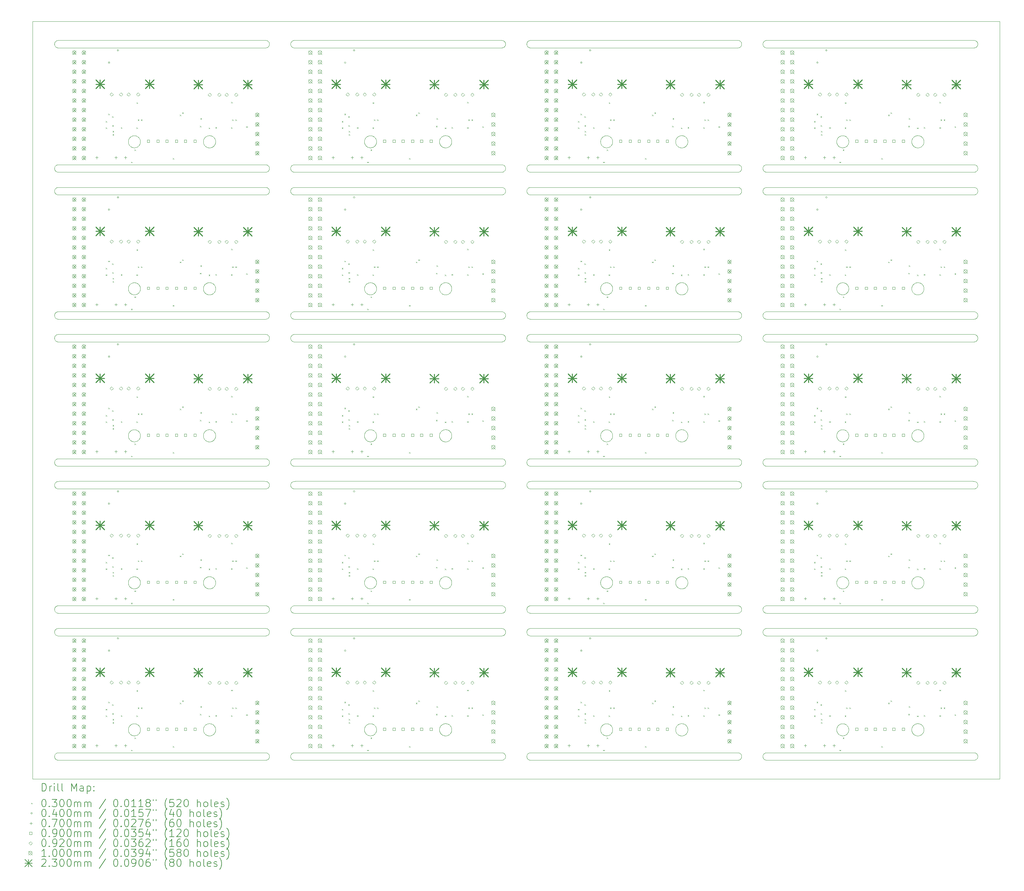
<source format=gbr>
%TF.GenerationSoftware,KiCad,Pcbnew,7.0.6+dfsg-1*%
%TF.CreationDate,2023-08-24T18:37:58+02:00*%
%TF.ProjectId,USB_panel,5553425f-7061-46e6-956c-2e6b69636164,V1.1*%
%TF.SameCoordinates,Original*%
%TF.FileFunction,Drillmap*%
%TF.FilePolarity,Positive*%
%FSLAX45Y45*%
G04 Gerber Fmt 4.5, Leading zero omitted, Abs format (unit mm)*
G04 Created by KiCad (PCBNEW 7.0.6+dfsg-1) date 2023-08-24 18:37:58*
%MOMM*%
%LPD*%
G01*
G04 APERTURE LIST*
%ADD10C,0.100000*%
%ADD11C,0.200000*%
%ADD12C,0.030000*%
%ADD13C,0.040000*%
%ADD14C,0.070000*%
%ADD15C,0.090000*%
%ADD16C,0.092000*%
%ADD17C,0.230000*%
G04 APERTURE END LIST*
D10*
X19427195Y-14571090D02*
X19422545Y-14572704D01*
X11267793Y-22275540D02*
X11265896Y-22280082D01*
X15277114Y-15177796D02*
X15274719Y-15173568D01*
X6687632Y-18302592D02*
X6687940Y-18299485D01*
X8398585Y-23004017D02*
X8394613Y-23006815D01*
X20894963Y-11134887D02*
X20899497Y-11136636D01*
X23780835Y-22137489D02*
X23783172Y-22141821D01*
X12948940Y-10537115D02*
X12948632Y-10534008D01*
X6929907Y-14276930D02*
X6934149Y-14279426D01*
X27141925Y-11927197D02*
X27137137Y-11928028D01*
X17537609Y-22186741D02*
X17538130Y-22189719D01*
X13007098Y-14543716D02*
X13003349Y-14540526D01*
X2825514Y-11326030D02*
X2820715Y-11325197D01*
X15277114Y-22975396D02*
X15274719Y-22971168D01*
X12966745Y-14342476D02*
X12968228Y-14339728D01*
X13066447Y-18160607D02*
X13071205Y-18159343D01*
X20938139Y-22861695D02*
X20941129Y-22865526D01*
X19449178Y-6763586D02*
X19444817Y-6765869D01*
X14583760Y-11729220D02*
X14596053Y-11729824D01*
X27173507Y-4117415D02*
X27169279Y-4119810D01*
X17277487Y-14294404D02*
X17279837Y-14292502D01*
X25795082Y-6626282D02*
X25794838Y-6631198D01*
X2811291Y-8026037D02*
X2806677Y-8024512D01*
X17444807Y-14271498D02*
X17449275Y-14273563D01*
X25745077Y-22333299D02*
X25742802Y-22335437D01*
X14699134Y-22914796D02*
X14699492Y-22919642D01*
X8429106Y-7371628D02*
X8426921Y-7375968D01*
X14642939Y-4121995D02*
X14638497Y-4123964D01*
X25541994Y-22350925D02*
X25537948Y-22348122D01*
X14647279Y-15214210D02*
X14642939Y-15216395D01*
X25624989Y-14580720D02*
X25620076Y-14580416D01*
X4977696Y-14525015D02*
X4974370Y-14528643D01*
X15295544Y-7402654D02*
X15292025Y-7399303D01*
X11261172Y-14344221D02*
X11262542Y-14346916D01*
X23779335Y-6701735D02*
X23776786Y-6705946D01*
X6976267Y-14520223D02*
X6973124Y-14524011D01*
X19268098Y-22090484D02*
X19270525Y-22088520D01*
X8344746Y-15629578D02*
X8354125Y-15630970D01*
X9011534Y-3990172D02*
X9013719Y-3985832D01*
X17313679Y-6767114D02*
X17310934Y-6765846D01*
X27122599Y-8030300D02*
X21623041Y-8030300D01*
X12961162Y-18381225D02*
X12959959Y-18378344D01*
X15324143Y-7839836D02*
X15328677Y-7838087D01*
X13268813Y-6583278D02*
X13269502Y-6586323D01*
X9076974Y-11132067D02*
X9081715Y-11131003D01*
X19528608Y-10477306D02*
X19529813Y-10482078D01*
X2159672Y-3431748D02*
X2159636Y-3431781D01*
X15279713Y-11173099D02*
X15282511Y-11169126D01*
X6730800Y-22104864D02*
X6734215Y-22101320D01*
X2741506Y-7941004D02*
X2741148Y-7936158D01*
X4764181Y-14287719D02*
X4768226Y-14284915D01*
X4803609Y-10368273D02*
X4806465Y-10367282D01*
X13040957Y-22362837D02*
X13036541Y-22360662D01*
X13082123Y-10359413D02*
X13086981Y-10358625D01*
X23538487Y-6744596D02*
X23534738Y-6741406D01*
X25772946Y-10601569D02*
X25770398Y-10605780D01*
X17539717Y-14431714D02*
X17539231Y-14436612D01*
X12976686Y-6712950D02*
X12974939Y-6710362D01*
X14697709Y-15107586D02*
X14698539Y-15112374D01*
X23604753Y-6777232D02*
X23601813Y-6776528D01*
X27164939Y-19115195D02*
X27160497Y-19117164D01*
X11142895Y-22374665D02*
X11142895Y-22374665D01*
X10999289Y-10412077D02*
X11001332Y-10409849D01*
X19517247Y-14490543D02*
X19515833Y-14493327D01*
X15324143Y-15637436D02*
X15328677Y-15635687D01*
X13036541Y-22071138D02*
X13040957Y-22068963D01*
X13204479Y-6753443D02*
X13201914Y-6755222D01*
X17531561Y-6672893D02*
X17529890Y-6677522D01*
X23680460Y-14573896D02*
X23675674Y-14575042D01*
X4837392Y-22375215D02*
X4834397Y-22374805D01*
X21564055Y-19548183D02*
X21568027Y-19545385D01*
X21543511Y-7872326D02*
X21546501Y-7868495D01*
X25588447Y-14574793D02*
X25585451Y-14573917D01*
X19469454Y-14288459D02*
X19471929Y-14290362D01*
X25739133Y-14295482D02*
X25742802Y-14298763D01*
X17506699Y-22314175D02*
X17504827Y-22316549D01*
X23574679Y-6474285D02*
X23579196Y-6472332D01*
X2766675Y-3966016D02*
X2770025Y-3962497D01*
X5017717Y-14404886D02*
X5017941Y-14407900D01*
X6967745Y-18428792D02*
X6965579Y-18431040D01*
X21585143Y-19117164D02*
X21580701Y-19115195D01*
X2830325Y-19726223D02*
X2825502Y-19725628D01*
X6728690Y-18208365D02*
X6730800Y-18206064D01*
X19388091Y-14580057D02*
X19383187Y-14580482D01*
X15356893Y-15226221D02*
X15347514Y-15224830D01*
X17348567Y-18474660D02*
X17343753Y-18473632D01*
X6869193Y-10680910D02*
X6866091Y-10681257D01*
X21568027Y-23006815D02*
X21564055Y-23004017D01*
X27192615Y-4102503D02*
X27189095Y-4105854D01*
X27100877Y-15627900D02*
X27105760Y-15628020D01*
X17255123Y-14316913D02*
X17257053Y-14314586D01*
X23617397Y-6779605D02*
X23612538Y-6778817D01*
X2760511Y-15787874D02*
X2757713Y-15783901D01*
X9011534Y-15686572D02*
X9013719Y-15682232D01*
X23730913Y-22083046D02*
X23733398Y-22084768D01*
X4757837Y-10393702D02*
X4761739Y-10390702D01*
X19399152Y-6460457D02*
X19403990Y-6461365D01*
X19276948Y-6488478D02*
X19280994Y-6485674D01*
X21526996Y-19049755D02*
X21525931Y-19045014D01*
X23644174Y-14578863D02*
X23641151Y-14578901D01*
X27215824Y-19594348D02*
X27217348Y-19598962D01*
X8368349Y-22829763D02*
X8372963Y-22831287D01*
X2777224Y-11151572D02*
X2781055Y-11148583D01*
X11072154Y-10365784D02*
X11075056Y-10364936D01*
X19211009Y-18342687D02*
X19210548Y-18339600D01*
X6897571Y-22371254D02*
X6892847Y-22372635D01*
X25496939Y-18227438D02*
X25498686Y-18224850D01*
X23582000Y-14268801D02*
X23586609Y-14267073D01*
X6687113Y-10513018D02*
X6687267Y-10509900D01*
X20943927Y-7876299D02*
X20946526Y-7880404D01*
X11106295Y-18477224D02*
X11103284Y-18476962D01*
X19465480Y-18184357D02*
X19469454Y-18187260D01*
X27214075Y-7291414D02*
X27215824Y-7295948D01*
X27195965Y-7262816D02*
X27199139Y-7266495D01*
X21526996Y-19001645D02*
X21528292Y-18996962D01*
X5013974Y-6583767D02*
X5014641Y-6586715D01*
X27118053Y-15227176D02*
X27105760Y-15227780D01*
X4869110Y-22376094D02*
X4866093Y-22376281D01*
X13220802Y-14298763D02*
X13223077Y-14300901D01*
X8438492Y-4037358D02*
X8438134Y-4042204D01*
X17364284Y-10679362D02*
X17359392Y-10678816D01*
X19218114Y-14364579D02*
X19219174Y-14361643D01*
X4996335Y-14499335D02*
X4993786Y-14503546D01*
X17525662Y-18250159D02*
X17526896Y-18252918D01*
X23628295Y-22055776D02*
X23633208Y-22055472D01*
X14673965Y-7262816D02*
X14677139Y-7266495D01*
X13111031Y-18479697D02*
X13106109Y-18479636D01*
X9011534Y-7973628D02*
X9009565Y-7969185D01*
X5018259Y-22218361D02*
X5018184Y-22221383D01*
X9007816Y-22957852D02*
X9006292Y-22953238D01*
X12970671Y-18399944D02*
X12968228Y-18395672D01*
X4730074Y-6523177D02*
X4733123Y-6519313D01*
X6687113Y-6627182D02*
X6686991Y-6622261D01*
X12948113Y-22222382D02*
X12947991Y-22217461D01*
X25633031Y-22053303D02*
X25636152Y-22053342D01*
X21535719Y-11876768D02*
X21533534Y-11872428D01*
X20861912Y-23024418D02*
X20857053Y-23024776D01*
X25523023Y-6740845D02*
X25519436Y-6737474D01*
X27122912Y-7429218D02*
X27118053Y-7429576D01*
X20908279Y-15641590D02*
X20912507Y-15643985D01*
X11211398Y-6751832D02*
X11208913Y-6753554D01*
X6740023Y-10399355D02*
X6742349Y-10397274D01*
X4698624Y-18339353D02*
X4698017Y-18334469D01*
X19287782Y-6760040D02*
X19283603Y-6757440D01*
X20958709Y-7348614D02*
X20957644Y-7353355D01*
X25732929Y-22343837D02*
X25730454Y-22345740D01*
X23712987Y-14274898D02*
X23717348Y-14277182D01*
X4897460Y-10363904D02*
X4900382Y-10364680D01*
X25523023Y-22336045D02*
X25519436Y-22332674D01*
X21623041Y-15827900D02*
X21623041Y-15827900D01*
X17225663Y-22261429D02*
X17224340Y-22256688D01*
X25470267Y-22206300D02*
X25470632Y-22201392D01*
X25612074Y-6781999D02*
X25608981Y-6781575D01*
X23604753Y-18160568D02*
X23609567Y-18159540D01*
X25664989Y-22056565D02*
X25668043Y-22057217D01*
X2770025Y-7259297D02*
X2773545Y-7255946D01*
X2760511Y-7270326D02*
X2763501Y-7266495D01*
X4725408Y-18408193D02*
X4723716Y-18405687D01*
X11031753Y-10654545D02*
X11029226Y-10652885D01*
X13234124Y-10625211D02*
X13232072Y-10627564D01*
X4979684Y-10415063D02*
X4982827Y-10418851D01*
X6765782Y-10658840D02*
X6761603Y-10656240D01*
X23770651Y-10425163D02*
X23772404Y-10427627D01*
X9105587Y-15628624D02*
X9117880Y-15628020D01*
X17523542Y-6549316D02*
X17525662Y-6553758D01*
X27173507Y-11143185D02*
X27177612Y-11145785D01*
X23482071Y-22190657D02*
X23482919Y-22185808D01*
X23797641Y-6654685D02*
X23796973Y-6657633D01*
X6934149Y-18178226D02*
X6936800Y-18179875D01*
X19218114Y-22269620D02*
X19216559Y-22264951D01*
X13040957Y-10372563D02*
X13043791Y-10371254D01*
X2750534Y-11185772D02*
X2752719Y-11181432D01*
X20880925Y-19530603D02*
X20885666Y-19531667D01*
X13195149Y-6481826D02*
X13197800Y-6483475D01*
X10967103Y-10466410D02*
X10968129Y-10463567D01*
X20954824Y-22957852D02*
X20953075Y-22962385D01*
X4922807Y-18170298D02*
X4927275Y-18172363D01*
X2793361Y-15641590D02*
X2797701Y-15639405D01*
X17333154Y-10365784D02*
X17336056Y-10364936D01*
X2766675Y-22858016D02*
X2770025Y-22854497D01*
X10971080Y-6684010D02*
X10969914Y-6681221D01*
X23657014Y-18157331D02*
X23660018Y-18157667D01*
X17265748Y-14305105D02*
X17267899Y-14302980D01*
X9101041Y-19726700D02*
X9101041Y-19726700D01*
X6833966Y-22377746D02*
X6833966Y-22377746D01*
X17496370Y-14528643D02*
X17494272Y-14530820D01*
X19530502Y-10553877D02*
X19529813Y-10556922D01*
X13146043Y-6779383D02*
X13142989Y-6780034D01*
X25649091Y-10357743D02*
X25652193Y-10358090D01*
X11229770Y-10403521D02*
X11233272Y-10406980D01*
X15357171Y-7230419D02*
X15362041Y-7230300D01*
X11006899Y-6736020D02*
X11004748Y-6733895D01*
X17414674Y-22372642D02*
X17411717Y-22373273D01*
X19399152Y-10359257D02*
X19403990Y-10360165D01*
X6922817Y-14563469D02*
X6920017Y-14564849D01*
X17539941Y-10529899D02*
X17539717Y-10532914D01*
X12949548Y-10497000D02*
X12950009Y-10493913D01*
X12981412Y-14517058D02*
X12979540Y-14514560D01*
X2785027Y-23006815D02*
X2781055Y-23004017D01*
X21585143Y-11136636D02*
X21589677Y-11134887D01*
X19335241Y-14576784D02*
X19332205Y-14576057D01*
X7001671Y-10577000D02*
X7000539Y-10579909D01*
X4861174Y-6781263D02*
X4858151Y-6781301D01*
X14619925Y-3935402D02*
X14624666Y-3936467D01*
X25535427Y-18447480D02*
X25531525Y-18444480D01*
X23493080Y-10456190D02*
X23495089Y-10451697D01*
X17372208Y-10679928D02*
X17367295Y-10679624D01*
X9006292Y-7300562D02*
X9007816Y-7295948D01*
X14615137Y-11928028D02*
X14610315Y-11928623D01*
X2793361Y-4119810D02*
X2789133Y-4117415D01*
X20924416Y-11304628D02*
X20920585Y-11307617D01*
X23760696Y-6513985D02*
X23762684Y-6516263D01*
X2746816Y-15160252D02*
X2745292Y-15155638D01*
X19287782Y-14557640D02*
X19283603Y-14555040D01*
X12950009Y-18291513D02*
X12950857Y-18286664D01*
X21639880Y-11729220D02*
X21644763Y-11729100D01*
X23792560Y-22163707D02*
X23793516Y-22166576D01*
X25748579Y-6734640D02*
X25745077Y-6738098D01*
X4900382Y-22370719D02*
X4897460Y-22371496D01*
X23800230Y-6602387D02*
X23800717Y-6607286D01*
X4889717Y-18474473D02*
X4884879Y-18475381D01*
X8406095Y-15802254D02*
X8402416Y-15805428D01*
X9018713Y-4087501D02*
X9016114Y-4083396D01*
X6991496Y-6541341D02*
X6993833Y-6545673D01*
X15285501Y-15791705D02*
X15282511Y-15787874D01*
X23683382Y-6775519D02*
X23680460Y-6776296D01*
X23617397Y-10360595D02*
X23620392Y-10360184D01*
X12948940Y-6638315D02*
X12948632Y-6635208D01*
X10976621Y-10594420D02*
X10974391Y-10590032D01*
X17523542Y-14489684D02*
X17522173Y-14492379D01*
X6920017Y-6767249D02*
X6915549Y-6769314D01*
X4717056Y-22293481D02*
X4715621Y-22290820D01*
X21608515Y-11326030D02*
X21603715Y-11325197D01*
X12948940Y-22233515D02*
X12948632Y-22230408D01*
X20844760Y-15628020D02*
X20857053Y-15628624D01*
X19262023Y-18437245D02*
X19258436Y-18433874D01*
X21572133Y-19110615D02*
X21568027Y-19108015D01*
X11272956Y-10474882D02*
X11273768Y-10477794D01*
X6713939Y-14328638D02*
X6715686Y-14326050D01*
X4768226Y-14551685D02*
X4764181Y-14548881D01*
X19274427Y-6490320D02*
X19276948Y-6488478D01*
X23705807Y-10666302D02*
X23703032Y-10667502D01*
X4941233Y-6757854D02*
X4936991Y-6760350D01*
X19519367Y-10587301D02*
X19517247Y-10591743D01*
X8438492Y-7324442D02*
X8438611Y-7329300D01*
X13254833Y-22140873D02*
X13256247Y-22143657D01*
X4713391Y-18387632D02*
X4712089Y-18384903D01*
X6715686Y-6528450D02*
X6718540Y-6524439D01*
X8354137Y-11928028D02*
X8349315Y-11928623D01*
X10965548Y-6572280D02*
X10967103Y-6567610D01*
X13026782Y-10380160D02*
X13029473Y-10378577D01*
X9024501Y-11892905D02*
X9021511Y-11889074D01*
X23571934Y-14273154D02*
X23574679Y-14271885D01*
X4710080Y-6557390D02*
X4712089Y-6552897D01*
X4707129Y-14474233D02*
X4706103Y-14471390D01*
X13248398Y-18230820D02*
X13250946Y-18235031D01*
X17292753Y-14553345D02*
X17290226Y-14551685D01*
X4761739Y-18188302D02*
X4764181Y-18186519D01*
X13190907Y-6762070D02*
X13188178Y-6763586D01*
X23487547Y-22167480D02*
X23489103Y-22162810D01*
X13246716Y-10608410D02*
X13243963Y-10612490D01*
X19498267Y-6722623D02*
X19495124Y-6726411D01*
X8354125Y-11326030D02*
X8344746Y-11327421D01*
X13237267Y-18419023D02*
X13234124Y-18422811D01*
X8363666Y-11734067D02*
X8368349Y-11735363D01*
X14633963Y-11321312D02*
X14629349Y-11322837D01*
X14578877Y-19526700D02*
X14583760Y-19526820D01*
X17260289Y-10626923D02*
X17257053Y-10623214D01*
X21525101Y-7916774D02*
X21525931Y-7911986D01*
X19227746Y-18392924D02*
X19225516Y-18388536D01*
X19297541Y-10374738D02*
X19301957Y-10372563D01*
X5018259Y-6623161D02*
X5018184Y-6626183D01*
X9117880Y-7830420D02*
X9122763Y-7830300D01*
X8402416Y-15203428D02*
X8398585Y-15206417D01*
X14673965Y-22858016D02*
X14677139Y-22861695D01*
X17506699Y-18218825D02*
X17509651Y-18222763D01*
X14663416Y-11304628D02*
X14659585Y-11307617D01*
X5017231Y-6639012D02*
X5016858Y-6642012D01*
X8368349Y-4127237D02*
X8363666Y-4128533D01*
X17279837Y-6746498D02*
X17277487Y-6744596D01*
X25774496Y-18237741D02*
X25776833Y-18242073D01*
X21524506Y-11237804D02*
X21524148Y-11232958D01*
X13019994Y-18182075D02*
X13022603Y-18180360D01*
X13001023Y-18437245D02*
X12997436Y-18433874D01*
X15292025Y-3962497D02*
X15295544Y-3959146D01*
X21556545Y-15655546D02*
X21560224Y-15652372D01*
X4987651Y-10425163D02*
X4989404Y-10427627D01*
X2160547Y-3431500D02*
X2160523Y-3431500D01*
X13166195Y-18164310D02*
X13169118Y-18165406D01*
X19444817Y-18462270D02*
X19442017Y-18463649D01*
X19503153Y-10615033D02*
X19500201Y-10618972D01*
X2806677Y-11923312D02*
X2802143Y-11921564D01*
X15267292Y-19656438D02*
X15265996Y-19651755D01*
X11012738Y-22336607D02*
X11010485Y-22334591D01*
X25778247Y-22288143D02*
X25776833Y-22290927D01*
X21540713Y-11885101D02*
X21538114Y-11880996D01*
X19531470Y-22245451D02*
X19530502Y-22250277D01*
X23786662Y-10586441D02*
X23784542Y-10590884D01*
X20916613Y-7848985D02*
X20920585Y-7851783D01*
X27219709Y-11849414D02*
X27218644Y-11854155D01*
X19335241Y-6779184D02*
X19332205Y-6778457D01*
X9034545Y-19701054D02*
X9031025Y-19697703D01*
X25601054Y-10679012D02*
X25596241Y-10677984D01*
X25698549Y-6472086D02*
X25703017Y-6474151D01*
X14667095Y-3959146D02*
X14670615Y-3962497D01*
X6707228Y-22137328D02*
X6709671Y-22133056D01*
X11075056Y-10364936D02*
X11079813Y-10363672D01*
X25680571Y-14262946D02*
X25683545Y-14263896D01*
X25470113Y-14424782D02*
X25469991Y-14419861D01*
X4877018Y-10678933D02*
X4874014Y-10679269D01*
X27212106Y-4074828D02*
X27209921Y-4079168D01*
X19327448Y-18160607D02*
X19332205Y-18159343D01*
X19525342Y-18369970D02*
X19523671Y-18374600D01*
X15295544Y-11756746D02*
X15299224Y-11753572D01*
X21598974Y-15030867D02*
X21603715Y-15029802D01*
X25570309Y-14268100D02*
X25573204Y-14266932D01*
X6775541Y-6765462D02*
X6772776Y-6764014D01*
X8412965Y-11896584D02*
X8409615Y-11900103D01*
X19380071Y-6783075D02*
X19375152Y-6783258D01*
X25756124Y-10413789D02*
X25759267Y-10417577D01*
X2741506Y-19035404D02*
X2741148Y-19030558D01*
X6782791Y-6472454D02*
X6787309Y-6470500D01*
X15292025Y-19697703D02*
X15288675Y-19694184D01*
X17537609Y-18346259D02*
X17536641Y-18351085D01*
X17403895Y-22057135D02*
X17406879Y-22057619D01*
X6689857Y-6651136D02*
X6689009Y-6646287D01*
X12972288Y-18402615D02*
X12970671Y-18399944D01*
X10964663Y-22170371D02*
X10965548Y-22167480D01*
X17359392Y-18157784D02*
X17364284Y-18157238D01*
X23567519Y-10376528D02*
X23571934Y-10374354D01*
X6790204Y-14266932D02*
X6794813Y-14265204D01*
X27802581Y-23525458D02*
X27802628Y-23525444D01*
X15328677Y-15220112D02*
X15324143Y-15218364D01*
X17219203Y-6627132D02*
X17219082Y-6622212D01*
X17243065Y-10603940D02*
X17241499Y-10601354D01*
X2159920Y-3431591D02*
X2159876Y-3431612D01*
X17367295Y-22055776D02*
X17372208Y-22055472D01*
X13265329Y-14468208D02*
X13264342Y-14471170D01*
X9011534Y-4074828D02*
X9009565Y-4070385D01*
X25644187Y-14580482D02*
X25641071Y-14580675D01*
X15299224Y-7405828D02*
X15295544Y-7402654D01*
X6703516Y-14346864D02*
X6705745Y-14342476D01*
X4972272Y-14530820D02*
X4968770Y-14534279D01*
X23506716Y-10608087D02*
X23504065Y-10603940D01*
X17427107Y-10366062D02*
X17429986Y-10366982D01*
X25525349Y-10641726D02*
X25523023Y-10639645D01*
X21525931Y-15107586D02*
X21526996Y-15102845D01*
X6725454Y-22320926D02*
X6723460Y-22318523D01*
X11057197Y-22364268D02*
X11052679Y-22362315D01*
X14615125Y-11326030D02*
X14605746Y-11327421D01*
X23557932Y-22353546D02*
X23553753Y-22350945D01*
X5007890Y-10576323D02*
X5006794Y-10579140D01*
X9067677Y-4125712D02*
X9063143Y-4123964D01*
X11006899Y-10404180D02*
X11010485Y-10400809D01*
X21529816Y-7295948D02*
X21531565Y-7291414D01*
X6881989Y-10360165D02*
X6885043Y-10360817D01*
X6861187Y-10681682D02*
X6858071Y-10681875D01*
X14690106Y-7973628D02*
X14687921Y-7977968D01*
X20844760Y-11328980D02*
X20839877Y-11329100D01*
X2789133Y-23009415D02*
X2785027Y-23006815D01*
X11270560Y-6672893D02*
X11268890Y-6677522D01*
X2781055Y-7408817D02*
X2777224Y-7405828D01*
X25476645Y-6666765D02*
X25475322Y-6662024D01*
X11087567Y-6778260D02*
X11082753Y-6777232D01*
X25795159Y-18319561D02*
X25795082Y-18322682D01*
X15264100Y-19040226D02*
X15263506Y-19035404D01*
X10962600Y-22253757D02*
X10961513Y-22248956D01*
X17469913Y-22348754D02*
X17465800Y-22351457D01*
X25616966Y-10357654D02*
X25620076Y-10357384D01*
X20866469Y-11129220D02*
X20871315Y-11129577D01*
X19287782Y-10658840D02*
X19283603Y-10656240D01*
X11135014Y-14258531D02*
X11138018Y-14258867D01*
X17522173Y-14344221D02*
X17523542Y-14346916D01*
X19372031Y-6458103D02*
X19375152Y-6458142D01*
X20931615Y-19697703D02*
X20928095Y-19701054D01*
X11045519Y-6763671D02*
X11042840Y-6762269D01*
X9016114Y-11779204D02*
X9018713Y-11775099D01*
X11197990Y-18177450D02*
X11202233Y-18179946D01*
X20876125Y-3934570D02*
X20880925Y-3935402D01*
X15263148Y-15122042D02*
X15263506Y-15117196D01*
X9086502Y-15028972D02*
X9091325Y-15028377D01*
X20951106Y-15169228D02*
X20948921Y-15173568D01*
X2789133Y-15813815D02*
X2785027Y-15811215D01*
X20903939Y-11919595D02*
X20899497Y-11921564D01*
X9076974Y-7425333D02*
X9072291Y-7424037D01*
X14638497Y-23015964D02*
X14633963Y-23017712D01*
X4710080Y-18253790D02*
X4712089Y-18249297D01*
X12979540Y-6524439D02*
X12981412Y-6521941D01*
X23798609Y-10490341D02*
X23799130Y-10493319D01*
X14687921Y-11274768D02*
X14685526Y-11278996D01*
X23518053Y-6516986D02*
X23521289Y-6513277D01*
X4707129Y-6676633D02*
X4706103Y-6673790D01*
X20857053Y-7831024D02*
X20861912Y-7831382D01*
X17537609Y-22245059D02*
X17536641Y-22249885D01*
X15268816Y-11796748D02*
X15270565Y-11792214D01*
X4703663Y-6666229D02*
X4702340Y-6661488D01*
X19355966Y-18478946D02*
X19351075Y-18478399D01*
X17514158Y-10607293D02*
X17511404Y-10611373D01*
X19403990Y-22375234D02*
X19399152Y-22376142D01*
X6768473Y-14559223D02*
X6765782Y-14557640D01*
X25783539Y-6681109D02*
X25781642Y-6685651D01*
X9046027Y-15044585D02*
X9050133Y-15041985D01*
X27209921Y-15775568D02*
X27207526Y-15779796D01*
X14667095Y-7857946D02*
X14670615Y-7861297D01*
X10959624Y-18339353D02*
X10959017Y-18334469D01*
X17522173Y-6694779D02*
X17519836Y-6699111D01*
X6742349Y-22093674D02*
X6746098Y-22090484D01*
X13007098Y-22341316D02*
X13003349Y-22338126D01*
X11158460Y-22060304D02*
X11161382Y-22061080D01*
X27192615Y-11900103D02*
X27189095Y-11903454D01*
X20948921Y-22877832D02*
X20951106Y-22882172D01*
X27173507Y-22839585D02*
X27177612Y-22842185D01*
X17241499Y-6538846D02*
X17243065Y-6536260D01*
X25680571Y-6776054D02*
X25675847Y-6777435D01*
X13063451Y-10675117D02*
X13058762Y-10673619D01*
X23800230Y-10501188D02*
X23800717Y-10506086D01*
X21568027Y-7246985D02*
X21572133Y-7244385D01*
X8426921Y-11783432D02*
X8429106Y-11787772D01*
X15263506Y-11237804D02*
X15263148Y-11232958D01*
X2741506Y-4022796D02*
X2742101Y-4017974D01*
X23698467Y-10669344D02*
X23695637Y-10670405D01*
X25750745Y-18428792D02*
X25748579Y-18431040D01*
X11229770Y-22331879D02*
X11227567Y-22333949D01*
X19407043Y-14259617D02*
X19411830Y-14260763D01*
X21594291Y-8026037D02*
X21589677Y-8024512D01*
X23579196Y-18465468D02*
X23574679Y-18463515D01*
X13232072Y-14310236D02*
X13234124Y-14312589D01*
X2797701Y-4121995D02*
X2793361Y-4119810D01*
X8344746Y-7831978D02*
X8354125Y-7833370D01*
X15311133Y-15211815D02*
X15307027Y-15209215D01*
X23798609Y-22186741D02*
X23799130Y-22189719D01*
X5007890Y-10462677D02*
X5009561Y-10467307D01*
X9024501Y-19690505D02*
X9021511Y-19686674D01*
X23710275Y-6475963D02*
X23712987Y-6477298D01*
X17303840Y-14276731D02*
X17306519Y-14275328D01*
X19444817Y-22361070D02*
X19442017Y-22362449D01*
X9002148Y-15724042D02*
X9002506Y-15719196D01*
X21568027Y-22842185D02*
X21572133Y-22839585D01*
X2781055Y-4112017D02*
X2777224Y-4109028D01*
X23751770Y-6736679D02*
X23749567Y-6738749D01*
X10969914Y-10580021D02*
X10968129Y-10575433D01*
X4712089Y-14486103D02*
X4710080Y-14481610D01*
X27160497Y-18934236D02*
X27164939Y-18936205D01*
X12961162Y-10455375D02*
X12963172Y-10450882D01*
X4927275Y-18461837D02*
X4922807Y-18463902D01*
X19503153Y-6716233D02*
X19500201Y-6720172D01*
X2785027Y-19545385D02*
X2789133Y-19542785D01*
X4834397Y-6461794D02*
X4837392Y-6461384D01*
X25742802Y-22335437D02*
X25739133Y-22338718D01*
X21546501Y-22987305D02*
X21543511Y-22983474D01*
X9058701Y-7418795D02*
X9054361Y-7416610D01*
X19343123Y-18477187D02*
X19340054Y-18476612D01*
X17532516Y-22166576D02*
X17533956Y-22171282D01*
X12947991Y-14416739D02*
X12948113Y-14411818D01*
X2802143Y-7420764D02*
X2797701Y-7418795D01*
X21589677Y-15033687D02*
X21594291Y-15032163D01*
X25488745Y-14494124D02*
X25486516Y-14489736D01*
X17245716Y-10430913D02*
X17247408Y-10428407D01*
X15264100Y-11213574D02*
X15264931Y-11208786D01*
X25688195Y-18469890D02*
X25683545Y-18471504D01*
X15274719Y-22877832D02*
X15277114Y-22873604D01*
X6837076Y-14580416D02*
X6833966Y-14580146D01*
X5017717Y-22202486D02*
X5017941Y-22205501D01*
X11238696Y-18423815D02*
X11235370Y-18427443D01*
X10978056Y-18239519D02*
X10980499Y-18235246D01*
X13273159Y-14420761D02*
X13273082Y-14423882D01*
X19276948Y-10651722D02*
X19274427Y-10649880D01*
X19513496Y-10598859D02*
X19511947Y-10601569D01*
X19222162Y-22280025D02*
X19220959Y-22277144D01*
X23481016Y-22198531D02*
X23481624Y-22193647D01*
X5003662Y-10452559D02*
X5004896Y-10455318D01*
X8434348Y-19656438D02*
X8432824Y-19661052D01*
X10963340Y-14377512D02*
X10964663Y-14372771D01*
X14673965Y-11161616D02*
X14677139Y-11165295D01*
X19437549Y-18465714D02*
X19434683Y-18466953D01*
X19231671Y-6537855D02*
X19233288Y-6535184D01*
X23498620Y-22290820D02*
X23496391Y-22286432D01*
X15282511Y-3973526D02*
X15285501Y-3969695D01*
X19531470Y-10489949D02*
X19532008Y-10493024D01*
X11127093Y-22055519D02*
X11130110Y-22055706D01*
X25710178Y-10662386D02*
X25705817Y-10664670D01*
X27803320Y-23524273D02*
X27803320Y-3432727D01*
X23680460Y-10363904D02*
X23683382Y-10364680D01*
X4845295Y-22376024D02*
X4842284Y-22375762D01*
X12950009Y-22241487D02*
X12949548Y-22238400D01*
X17414674Y-18473842D02*
X17411717Y-18474473D01*
X21613325Y-8029823D02*
X21608502Y-8029228D01*
X19509398Y-10433220D02*
X19511947Y-10437431D01*
X19503153Y-18412633D02*
X19500201Y-18416572D01*
X17506699Y-14320025D02*
X17509651Y-14323963D01*
X2742931Y-7911986D02*
X2743996Y-7907245D01*
X21572133Y-15643985D02*
X21576361Y-15641590D01*
X21572133Y-7414215D02*
X21568027Y-7411615D01*
X14629349Y-15221637D02*
X14624666Y-15222933D01*
X20943927Y-15783901D02*
X20941129Y-15787874D01*
X14682926Y-19080701D02*
X14680128Y-19084674D01*
X21580701Y-8020795D02*
X21576361Y-8018610D01*
X25765963Y-18224110D02*
X25768716Y-18228190D01*
X27220539Y-11844626D02*
X27219709Y-11849414D01*
X17472398Y-22084768D02*
X17476373Y-22087671D01*
X12984460Y-10416877D02*
X12986454Y-10414474D01*
X25793008Y-6647176D02*
X25792470Y-6650251D01*
X2820715Y-7232202D02*
X2825502Y-7231372D01*
X14651507Y-19712615D02*
X14647279Y-19715010D01*
X4806465Y-10671718D02*
X4803609Y-10670727D01*
X20866469Y-11928980D02*
X20861599Y-11929100D01*
X11153674Y-18473842D02*
X11150717Y-18474473D01*
X10959017Y-14400931D02*
X10959624Y-14396047D01*
X11064609Y-18468327D02*
X11060000Y-18466599D01*
X25754072Y-6728764D02*
X25750745Y-6732391D01*
X19525342Y-10466630D02*
X19526329Y-10469592D01*
X25474558Y-14380003D02*
X25475322Y-14376976D01*
X11090538Y-18475217D02*
X11087567Y-18474660D01*
X21572133Y-23009415D02*
X21568027Y-23006815D01*
X7011121Y-18335610D02*
X7010736Y-18338708D01*
X10971080Y-18253790D02*
X10973089Y-18249297D01*
X7001671Y-22158400D02*
X7003342Y-22163030D01*
X17262332Y-14527951D02*
X17260289Y-14525723D01*
X19527769Y-10564701D02*
X19526329Y-10569408D01*
X8363666Y-7425333D02*
X8358925Y-7426397D01*
X6687632Y-22201392D02*
X6687940Y-22198285D01*
X27209921Y-15682232D02*
X27212106Y-15686572D01*
X19327448Y-22059407D02*
X19332205Y-22058143D01*
X11278230Y-6602387D02*
X11278717Y-6607286D01*
X13114152Y-14580858D02*
X13111031Y-14580896D01*
X4770753Y-22080855D02*
X4774932Y-22078254D01*
X9002029Y-11830100D02*
X9002148Y-11825242D01*
X13098076Y-22378016D02*
X13094966Y-22377746D01*
X19414847Y-10362765D02*
X19419571Y-10364146D01*
X6696114Y-22269620D02*
X6694558Y-22264951D01*
X6775541Y-18172338D02*
X6779957Y-18170163D01*
X14696644Y-11806045D02*
X14697709Y-11810786D01*
X27802628Y-23525444D02*
X27802674Y-23525427D01*
X17273738Y-6499993D02*
X17277487Y-6496804D01*
X17356397Y-22374805D02*
X17351538Y-22374017D01*
X17336056Y-10364936D02*
X17340813Y-10363672D01*
X12957114Y-6566979D02*
X12958174Y-6564043D01*
X6825981Y-22055025D02*
X6829074Y-22054601D01*
X19437549Y-18168486D02*
X19442017Y-18170551D01*
X19225516Y-22287336D02*
X19224172Y-22284518D01*
X25501540Y-10615760D02*
X25498686Y-10611750D01*
X12997436Y-10636274D02*
X12995215Y-10634080D01*
X11270560Y-18264907D02*
X11271516Y-18267776D01*
X10978056Y-10441919D02*
X10980499Y-10437646D01*
X12955558Y-22264951D02*
X12954645Y-22261965D01*
X15319701Y-18936205D02*
X15324143Y-18934236D01*
X9076974Y-22828467D02*
X9081715Y-22827402D01*
X2820715Y-19122797D02*
X2815974Y-19121733D01*
X23749567Y-10401451D02*
X23751770Y-10403521D01*
X2806677Y-15220112D02*
X2802143Y-15218364D01*
X21560224Y-19551172D02*
X21564055Y-19548183D01*
X14633963Y-18932487D02*
X14638497Y-18934236D01*
X20958709Y-15748214D02*
X20957644Y-15752955D01*
X27802534Y-3431530D02*
X27802485Y-3431520D01*
X13272838Y-14428798D02*
X13272607Y-14431911D01*
X20931615Y-15196903D02*
X20928095Y-15200254D01*
X13015948Y-14286078D02*
X13019994Y-14283274D01*
X17220017Y-6603331D02*
X17220624Y-6598447D01*
X23717348Y-18458218D02*
X23712987Y-18460502D01*
X14578877Y-7830300D02*
X14583760Y-7830420D01*
X27803103Y-3431890D02*
X27803072Y-3431852D01*
X11253157Y-6532906D02*
X11254786Y-6535453D01*
X25745077Y-18199701D02*
X25748579Y-18203160D01*
X27214075Y-11792214D02*
X27215824Y-11796748D01*
X21589677Y-7838087D02*
X21594291Y-7836563D01*
X17235391Y-22286432D02*
X17234089Y-22283703D01*
X10961513Y-18284044D02*
X10962600Y-18279243D01*
X4960596Y-22339190D02*
X4956770Y-22342286D01*
X17399018Y-10360067D02*
X17403895Y-10360735D01*
X13266769Y-22170699D02*
X13267608Y-22173706D01*
X25652193Y-6459290D02*
X25657070Y-6459958D01*
X17472398Y-18448232D02*
X17469913Y-18449954D01*
X20951106Y-15686572D02*
X20953075Y-15691014D01*
X8438492Y-11223242D02*
X8438611Y-11228100D01*
X6976267Y-10417577D02*
X6978201Y-10420028D01*
X21644763Y-15227900D02*
X21639880Y-15227780D01*
X12961162Y-6684825D02*
X12959959Y-6681944D01*
X17220624Y-6598447D02*
X17221071Y-6595457D01*
X13267608Y-6578506D02*
X13268813Y-6583278D01*
X17230914Y-14478821D02*
X17229129Y-14474233D01*
X6746098Y-22090484D02*
X6748525Y-22088520D01*
X4702340Y-18276312D02*
X4703663Y-18271571D01*
X20960492Y-15131758D02*
X20960134Y-15136604D01*
X9016114Y-11177204D02*
X9018713Y-11173099D01*
X4818813Y-10675328D02*
X4814056Y-10674064D01*
X27181585Y-8010817D02*
X27177612Y-8013615D01*
X17488567Y-10401451D02*
X17490770Y-10403521D01*
X23737373Y-18445329D02*
X23733398Y-18448232D01*
X19312204Y-6772068D02*
X19309309Y-6770900D01*
X4708914Y-22276421D02*
X4707129Y-22271833D01*
X13019994Y-22080875D02*
X13022603Y-22079160D01*
X27151349Y-19722437D02*
X27146666Y-19723733D01*
X20912507Y-15211815D02*
X20908279Y-15214210D01*
X17529890Y-6563877D02*
X17531561Y-6568507D01*
X15299224Y-7252772D02*
X15303055Y-7249783D01*
X6779957Y-14271363D02*
X6782791Y-14270054D01*
X2755114Y-11278996D02*
X2752719Y-11274768D01*
X5012768Y-10477794D02*
X5013974Y-10482567D01*
X25680571Y-22060546D02*
X25683545Y-22061496D01*
X15270565Y-19063586D02*
X15268816Y-19059052D01*
X11240684Y-14313863D02*
X11243827Y-14317651D01*
X2745292Y-19598962D02*
X2746816Y-19594348D01*
X2770025Y-19557697D02*
X2773545Y-19554346D01*
X21525931Y-11810786D02*
X21526996Y-11806045D01*
X19411830Y-18159563D02*
X19414847Y-18160365D01*
X2839728Y-15226818D02*
X2834893Y-15226221D01*
X21525931Y-11247414D02*
X21525101Y-11242626D01*
X21528292Y-19598962D02*
X21529816Y-19594348D01*
X19489745Y-10407808D02*
X19493072Y-10411436D01*
X6790204Y-6772068D02*
X6787309Y-6770900D01*
X17476373Y-10647729D02*
X17472398Y-10650632D01*
X19324451Y-18161483D02*
X19327448Y-18160607D01*
X9042055Y-15649383D02*
X9046027Y-15646585D01*
X17333154Y-22062184D02*
X17336056Y-22061336D01*
X15333291Y-19532963D02*
X15337974Y-19531667D01*
X27218644Y-11204045D02*
X27219709Y-11208786D01*
X2750534Y-15169228D02*
X2748565Y-15164785D01*
X4866093Y-18477481D02*
X4861174Y-18477664D01*
X13183817Y-10374330D02*
X13188178Y-10376614D01*
X4943800Y-14553857D02*
X4941233Y-14555454D01*
X6700162Y-14482425D02*
X6698959Y-14479544D01*
X19534159Y-18319561D02*
X19534082Y-18322682D01*
X19210548Y-22193400D02*
X19211009Y-22190313D01*
X25624989Y-22378320D02*
X25620076Y-22378016D01*
X13098076Y-6458584D02*
X13102989Y-6458280D01*
X23783172Y-22141821D02*
X23784542Y-22144516D01*
X8438492Y-15122042D02*
X8438611Y-15126900D01*
X21546501Y-7266495D02*
X21549675Y-7262816D01*
X11261172Y-22289979D02*
X11258835Y-22294311D01*
X25780367Y-6552899D02*
X25781642Y-6555749D01*
X27204926Y-19572699D02*
X27207526Y-19576804D01*
X27195965Y-22990984D02*
X27192615Y-22994503D01*
X27160497Y-22833036D02*
X27164939Y-22835005D01*
X20960134Y-4022796D02*
X20960492Y-4027642D01*
X6790204Y-18468468D02*
X6787309Y-18467300D01*
X17250261Y-14513403D02*
X17247408Y-14509393D01*
X17482596Y-10642790D02*
X17478770Y-10645886D01*
X6959802Y-6501163D02*
X6962077Y-6503301D01*
X4834397Y-18158195D02*
X4837392Y-18157784D01*
X20908279Y-3945190D02*
X20912507Y-3947585D01*
X9013719Y-11783432D02*
X9016114Y-11779204D01*
X13246716Y-14329390D02*
X13248398Y-14332020D01*
X25541994Y-14553325D02*
X25537948Y-14550522D01*
X2742101Y-7343826D02*
X2741506Y-7339004D01*
X9046027Y-7246985D02*
X9050133Y-7244385D01*
X17484899Y-10398169D02*
X17488567Y-10401451D01*
X23695637Y-18468005D02*
X23690986Y-18469618D01*
X2741506Y-7339004D02*
X2741148Y-7334158D01*
X13250946Y-22133831D02*
X13252496Y-22136541D01*
X25585451Y-18161483D02*
X25588447Y-18160607D01*
X19270525Y-22343280D02*
X19268098Y-22341316D01*
X4915467Y-14268456D02*
X4920032Y-14270298D01*
X21549675Y-11896584D02*
X21546501Y-11892905D01*
X27164939Y-15216395D02*
X27160497Y-15218364D01*
X17532516Y-18267776D02*
X17533956Y-18272482D01*
X12955558Y-14369249D02*
X12957114Y-14364579D01*
X23528899Y-6505380D02*
X23532485Y-6502009D01*
X25726479Y-6487956D02*
X25730454Y-6490859D01*
X9018713Y-15181901D02*
X9016114Y-15177796D01*
X17528794Y-22275540D02*
X17526896Y-22280082D01*
X9034545Y-11301454D02*
X9031025Y-11298103D01*
X2802143Y-11136636D02*
X2806677Y-11134887D01*
X19343123Y-14258212D02*
X19347981Y-14257424D01*
X9034545Y-15802254D02*
X9031025Y-15798903D01*
X25616966Y-14580146D02*
X25612074Y-14579599D01*
X8344469Y-11928980D02*
X8339599Y-11929100D01*
X11111208Y-6460272D02*
X11114229Y-6460160D01*
X13015948Y-18449322D02*
X13013427Y-18447480D01*
X6779957Y-22362837D02*
X6775541Y-22360662D01*
X13158571Y-22371254D02*
X13153847Y-22372635D01*
X17348567Y-18159540D02*
X17351538Y-18158983D01*
X23789793Y-22275540D02*
X23787896Y-22280082D01*
X23551226Y-14284915D02*
X23553753Y-14283255D01*
X9011534Y-7286972D02*
X9013719Y-7282632D01*
X23724233Y-18454254D02*
X23719990Y-18456750D01*
X8390507Y-15041985D02*
X8394613Y-15044585D01*
X4845295Y-6460576D02*
X4850208Y-6460272D01*
X19525342Y-14471170D02*
X19523671Y-14475800D01*
X6768473Y-18458023D02*
X6765782Y-18456440D01*
X25698549Y-6769314D02*
X25695683Y-6770553D01*
X13201914Y-22081378D02*
X13204479Y-22083157D01*
X4884879Y-14260019D02*
X4889717Y-14260927D01*
X11042840Y-6479131D02*
X11045519Y-6477728D01*
X6703516Y-10448064D02*
X6705745Y-10443676D01*
X13138152Y-18156857D02*
X13142989Y-18157765D01*
X9027675Y-19694184D02*
X9024501Y-19690505D01*
X8386279Y-11315410D02*
X8381939Y-11317595D01*
X13259642Y-6555749D02*
X13261539Y-6560290D01*
X25772946Y-10437431D02*
X25774496Y-10440141D01*
X6866091Y-18155343D02*
X6869193Y-18155690D01*
X19530502Y-14383923D02*
X19531470Y-14388749D01*
X6995247Y-22143657D02*
X6997367Y-22148099D01*
X4845295Y-18156976D02*
X4850208Y-18156672D01*
X11031753Y-22350945D02*
X11029226Y-22349285D01*
X6797762Y-18471219D02*
X6794813Y-18470196D01*
X20960134Y-7921596D02*
X20960492Y-7926442D01*
X4713391Y-10448968D02*
X4715621Y-10444580D01*
X23710275Y-14563037D02*
X23705807Y-14565102D01*
X4712089Y-14350497D02*
X4713391Y-14347768D01*
X25756124Y-18422811D02*
X25754072Y-18425164D01*
X11111208Y-14578728D02*
X11106295Y-14578424D01*
X8431075Y-19589814D02*
X8432824Y-19594348D01*
X11004748Y-14305105D02*
X11006899Y-14302980D01*
X11279184Y-22221383D02*
X11278941Y-22226299D01*
X25786342Y-22163030D02*
X25787329Y-22165992D01*
X11274973Y-14455233D02*
X11273768Y-14460005D01*
X19250690Y-6729435D02*
X19247454Y-6725726D01*
X20956348Y-7300562D02*
X20957644Y-7305245D01*
X8394613Y-3950185D02*
X8398585Y-3952983D01*
X8416139Y-11290905D02*
X8412965Y-11294584D01*
X9027675Y-7997784D02*
X9024501Y-7994105D01*
X19351075Y-10358201D02*
X19355966Y-10357654D01*
X13228745Y-22104208D02*
X13232072Y-22107836D01*
X17336056Y-18162536D02*
X17340813Y-18161272D01*
X8421927Y-11775099D02*
X8424526Y-11779204D01*
X11215373Y-10391271D02*
X11217770Y-10393114D01*
X25698549Y-14269686D02*
X25703017Y-14271751D01*
X2830325Y-15028377D02*
X2835171Y-15028019D01*
X4984699Y-10617775D02*
X4982827Y-10620149D01*
X2802143Y-18934236D02*
X2806677Y-18932487D01*
X25529098Y-14543716D02*
X25525349Y-14540526D01*
X20956348Y-15757638D02*
X20954824Y-15762252D01*
X14699134Y-11218396D02*
X14699492Y-11223242D01*
X2742101Y-7314774D02*
X2742931Y-7309986D01*
X19304791Y-18168854D02*
X19309309Y-18166900D01*
X9003101Y-19040226D02*
X9002506Y-19035404D01*
X8339599Y-4131500D02*
X2840041Y-4131500D01*
X15279713Y-11775099D02*
X15282511Y-11771126D01*
X23641151Y-14257699D02*
X23644174Y-14257736D01*
X13242153Y-10615033D02*
X13239201Y-10618972D01*
X21564055Y-19707217D02*
X21560224Y-19704228D01*
X17260289Y-6728123D02*
X17257053Y-6724414D01*
X2743996Y-7955355D02*
X2742931Y-7950614D01*
X9027675Y-15662416D02*
X9031025Y-15658897D01*
X19209941Y-18299485D02*
X19210548Y-18294600D01*
X15282511Y-19084674D02*
X15279713Y-19080701D01*
X10976621Y-22290820D02*
X10974391Y-22286432D01*
X17292753Y-18182055D02*
X17296932Y-18179454D01*
X15383762Y-15227900D02*
X15378880Y-15227780D01*
X21524506Y-7339004D02*
X21524148Y-7334158D01*
X5015609Y-6591541D02*
X5016130Y-6594519D01*
X9009565Y-11867985D02*
X9007816Y-11863452D01*
X11272956Y-18361718D02*
X11271516Y-18366424D01*
X19280994Y-6485674D02*
X19283603Y-6483960D01*
X6995247Y-18389343D02*
X6993833Y-18392127D01*
X17303840Y-14559869D02*
X17299538Y-14557479D01*
X21553025Y-11298103D02*
X21549675Y-11294584D01*
X19504963Y-14325310D02*
X19507716Y-14329390D01*
X14698539Y-19613174D02*
X14699134Y-19617996D01*
X27192615Y-19557697D02*
X27195965Y-19561216D01*
X23480353Y-18326552D02*
X23480203Y-18323532D01*
X23480718Y-14432660D02*
X23480353Y-14427752D01*
X17472398Y-14287168D02*
X17476373Y-14290071D01*
X21529816Y-15762252D02*
X21528292Y-15757638D01*
X2741506Y-15738604D02*
X2741148Y-15733758D01*
X25517215Y-6735280D02*
X25513800Y-6731736D01*
X23745899Y-10398169D02*
X23749567Y-10401451D01*
X6715686Y-14510550D02*
X6713939Y-14507962D01*
X15315360Y-8018610D02*
X15311133Y-8016215D01*
X2770025Y-11298103D02*
X2766675Y-11294584D01*
X27122912Y-11730182D02*
X27127746Y-11730778D01*
X8317877Y-11329100D02*
X2861762Y-11329100D01*
X23800941Y-6610300D02*
X23801184Y-6615217D01*
X21526996Y-11204045D02*
X21528292Y-11199362D01*
X25469991Y-6622261D02*
X25469991Y-6619139D01*
X8432824Y-7964652D02*
X8431075Y-7969185D01*
X21556545Y-19099054D02*
X21553025Y-19095703D01*
X25790813Y-18354522D02*
X25789608Y-18359294D01*
X23508408Y-18408193D02*
X23506716Y-18405687D01*
X8381939Y-3943005D02*
X8386279Y-3945190D01*
X23719990Y-14557950D02*
X23717348Y-14559418D01*
X11098392Y-18157784D02*
X11103284Y-18157238D01*
X17399018Y-22375333D02*
X17396014Y-22375668D01*
X4858151Y-6781301D02*
X4853229Y-6781240D01*
X11119151Y-22376501D02*
X11114229Y-22376440D01*
X13195149Y-10380626D02*
X13197800Y-10382275D01*
X17232080Y-6684010D02*
X17230914Y-6681221D01*
X27207526Y-11880996D02*
X27204926Y-11885101D01*
X8390507Y-8016215D02*
X8386279Y-8018610D01*
X25712907Y-10378130D02*
X25717149Y-10380626D01*
X23737373Y-10391271D02*
X23739770Y-10393114D01*
X11279259Y-22213439D02*
X11279259Y-22218361D01*
X25781642Y-14483251D02*
X25780367Y-14486101D01*
X11277857Y-14439612D02*
X11277130Y-14444480D01*
X25472009Y-22190313D02*
X25472857Y-22185464D01*
X5017941Y-10529899D02*
X5017717Y-10532914D01*
X20948921Y-18979032D02*
X20951106Y-18983372D01*
X17262332Y-6511049D02*
X17265748Y-6507505D01*
X19481802Y-6501163D02*
X19484077Y-6503301D01*
X19312204Y-6469332D02*
X19316813Y-6467604D01*
X13153847Y-22372635D02*
X13150829Y-22373437D01*
X19484077Y-18434499D02*
X19481802Y-18436637D01*
X17306519Y-6477728D02*
X17310934Y-6475554D01*
X25529098Y-18191684D02*
X25531525Y-18189720D01*
X21585143Y-15637436D02*
X21589677Y-15635687D01*
X2789133Y-19110615D02*
X2785027Y-19108015D01*
X15288675Y-15795384D02*
X15285501Y-15791705D01*
X21560224Y-15805428D02*
X21556545Y-15802254D01*
X19233288Y-14503815D02*
X19231671Y-14501144D01*
X17539941Y-18306701D02*
X17540184Y-18311617D01*
X4993786Y-14333053D02*
X4996335Y-14337265D01*
X11279259Y-10521961D02*
X11279184Y-10524983D01*
X2741148Y-22929358D02*
X2741029Y-22924500D01*
X2750534Y-4074828D02*
X2748565Y-4070385D01*
X6802451Y-10363883D02*
X6805447Y-10363007D01*
X11130110Y-18156906D02*
X11135014Y-18157331D01*
X13169118Y-6772394D02*
X13166195Y-6773490D01*
X14638497Y-11319564D02*
X14633963Y-11321312D01*
X15337974Y-19531667D02*
X15342715Y-19530603D01*
X25616966Y-22054054D02*
X25620076Y-22053784D01*
X17536641Y-22249885D02*
X17535974Y-22252833D01*
X9003931Y-15748214D02*
X9003101Y-15743426D01*
X25471548Y-10497000D02*
X25472009Y-10493913D01*
X15265996Y-7907245D02*
X15267292Y-7902562D01*
X20916613Y-19710015D02*
X20912507Y-19712615D01*
X23504065Y-22300340D02*
X23502499Y-22297754D01*
X15303055Y-15047383D02*
X15307027Y-15044585D01*
X13239201Y-18416572D02*
X13237267Y-18419023D01*
X11233272Y-18204580D02*
X11235370Y-18206757D01*
X9046027Y-19710015D02*
X9042055Y-19707217D01*
X23796973Y-18280167D02*
X23797641Y-18283115D01*
X14696644Y-7907245D02*
X14697709Y-7911986D01*
X17501684Y-10623937D02*
X17499696Y-10626215D01*
X17494272Y-10632020D02*
X17490770Y-10635479D01*
X7008502Y-22250277D02*
X7007813Y-22253322D01*
X27105760Y-3931620D02*
X27118053Y-3932224D01*
X10996053Y-6516986D02*
X10999289Y-6513277D01*
X23664895Y-18475865D02*
X23660018Y-18476533D01*
X8434348Y-19054438D02*
X8432824Y-19059052D01*
X11254786Y-10604746D02*
X11253157Y-10607293D01*
X20861912Y-19125618D02*
X20857053Y-19125976D01*
X13272607Y-6607088D02*
X13272838Y-6610202D01*
X17391110Y-14258106D02*
X17396014Y-14258531D01*
X9091325Y-15827423D02*
X9086502Y-15826828D01*
X13246716Y-14507210D02*
X13243963Y-14511290D01*
X7010736Y-14439908D02*
X7010008Y-14444776D01*
X17313679Y-18463515D02*
X17310934Y-18462246D01*
X11253157Y-18229307D02*
X11254786Y-18231854D01*
X19375152Y-18154542D02*
X19380071Y-18154725D01*
X17536641Y-10553485D02*
X17535974Y-10556433D01*
X27127469Y-7230419D02*
X27132315Y-7230777D01*
X9100728Y-15226818D02*
X9095894Y-15226221D01*
X25641071Y-6458325D02*
X25644187Y-6458518D01*
X6687113Y-18323582D02*
X6686991Y-18318661D01*
X27214075Y-3994614D02*
X27215824Y-3999148D01*
X4929987Y-6477298D02*
X4934348Y-6479582D01*
X4799000Y-14567799D02*
X4796197Y-14566668D01*
X20928095Y-3959146D02*
X20931615Y-3962497D01*
X15277114Y-11278996D02*
X15274719Y-11274768D01*
X2763501Y-7868495D02*
X2766675Y-7864816D01*
X25791502Y-6655077D02*
X25790813Y-6658122D01*
X23597056Y-22061336D02*
X23601813Y-22060072D01*
X4920032Y-6768702D02*
X4915467Y-6770543D01*
X27209921Y-22877832D02*
X27212106Y-22882172D01*
X19430118Y-22367594D02*
X19427195Y-22368690D01*
X19335241Y-10361016D02*
X19340054Y-10359988D01*
X25472857Y-10549936D02*
X25472009Y-10545087D01*
X2840041Y-15027900D02*
X8339599Y-15027900D01*
X4853229Y-10358960D02*
X4858151Y-10358899D01*
X25772946Y-14336231D02*
X25774496Y-14338941D01*
X9007816Y-7362652D02*
X9006292Y-7358038D01*
X20857053Y-3932224D02*
X20861912Y-3932582D01*
X2745292Y-18996962D02*
X2746816Y-18992348D01*
X17504827Y-6721349D02*
X17501684Y-6725137D01*
X25517215Y-22330480D02*
X25513800Y-22326936D01*
X9002148Y-4027642D02*
X9002506Y-4022796D01*
X17514158Y-6532906D02*
X17515786Y-6535453D01*
X2752719Y-11274768D02*
X2750534Y-11270428D01*
X8372963Y-19534487D02*
X8377497Y-19536236D01*
X15263148Y-7926442D02*
X15263506Y-7921596D01*
X12955558Y-6571649D02*
X12957114Y-6566979D01*
X27218644Y-19001645D02*
X27219709Y-19006386D01*
X15362041Y-15827900D02*
X15357171Y-15827780D01*
X9002029Y-15728900D02*
X9002148Y-15724042D01*
X13071205Y-6462943D02*
X13074241Y-6462216D01*
X25562957Y-14565237D02*
X25558541Y-14563062D01*
X8412965Y-15060416D02*
X8416139Y-15064095D01*
X6707228Y-18238528D02*
X6709671Y-18234256D01*
X19309309Y-22065700D02*
X19312204Y-22064532D01*
X20908279Y-7843990D02*
X20912507Y-7846385D01*
X4725408Y-14509393D02*
X4723716Y-14506887D01*
X2797701Y-11138605D02*
X2802143Y-11136636D01*
X15268816Y-15160252D02*
X15267292Y-15155638D01*
X15279713Y-22869499D02*
X15282511Y-22865526D01*
X25501540Y-22119640D02*
X25503412Y-22117141D01*
X11204800Y-10383943D02*
X11208913Y-10386646D01*
X23795768Y-6662405D02*
X23794956Y-6665317D01*
X13239201Y-18217628D02*
X13242153Y-18221567D01*
X12979540Y-14514560D02*
X12976686Y-14510550D01*
X2773545Y-18952346D02*
X2777224Y-18949172D01*
X21608515Y-7427230D02*
X21603715Y-7426397D01*
X13201914Y-6755222D02*
X13197800Y-6757925D01*
X25705817Y-6475530D02*
X25710178Y-6477814D01*
X9095894Y-23023821D02*
X9086515Y-23022430D01*
X2806677Y-15822112D02*
X2802143Y-15820364D01*
X23609567Y-22058340D02*
X23612538Y-22057783D01*
X6688548Y-22193400D02*
X6689009Y-22190313D01*
X19216559Y-22166849D02*
X19218114Y-22162180D01*
X15333291Y-15221637D02*
X15328677Y-15220112D01*
X11095397Y-14259394D02*
X11098392Y-14258984D01*
X20880925Y-11927197D02*
X20876138Y-11928028D01*
X15299224Y-3955972D02*
X15303055Y-3952983D01*
X23574679Y-14564714D02*
X23571934Y-14563446D01*
X23491914Y-14357779D02*
X23493080Y-14354990D01*
X6885043Y-22057217D02*
X6889829Y-22058363D01*
X13268813Y-18279678D02*
X13269502Y-18282723D01*
X13033776Y-14561614D02*
X13029473Y-14559223D01*
X20899497Y-11921564D02*
X20894963Y-11923312D01*
X13019994Y-6755725D02*
X13015948Y-6752922D01*
X21556545Y-19554346D02*
X21560224Y-19551172D01*
X14685526Y-18974804D02*
X14687921Y-18979032D01*
X6689009Y-14443887D02*
X6688548Y-14440799D01*
X4907986Y-14570818D02*
X4905107Y-14571738D01*
X6998642Y-10454549D02*
X7000539Y-10459091D01*
X8435644Y-19603645D02*
X8436709Y-19608386D01*
X11127093Y-10679881D02*
X11122174Y-10680064D01*
X25486516Y-22144464D02*
X25488745Y-22140076D01*
X4811154Y-10365784D02*
X4814056Y-10364936D01*
X21594291Y-19532963D02*
X21598974Y-19531667D01*
X5017231Y-14399987D02*
X5017717Y-14404886D01*
X25726479Y-22083157D02*
X25730454Y-22086060D01*
X13146043Y-18158417D02*
X13150829Y-18159563D01*
X20866746Y-3933178D02*
X20876125Y-3934570D01*
X19351075Y-6459401D02*
X19355966Y-6458854D01*
X2745292Y-19656438D02*
X2743996Y-19651755D01*
X13268813Y-18354522D02*
X13267608Y-18359294D01*
X20912507Y-15813815D02*
X20908279Y-15816210D01*
X25498686Y-18224850D02*
X25501540Y-18220840D01*
X10971080Y-14481610D02*
X10969914Y-14478821D01*
X17283739Y-18445898D02*
X17279837Y-18442898D01*
X11075056Y-6466136D02*
X11079813Y-6464871D01*
X11253157Y-14506093D02*
X11250404Y-14510173D01*
X4799000Y-22066401D02*
X4803609Y-22064673D01*
X6885043Y-18475783D02*
X6881989Y-18476435D01*
X4996335Y-6539665D02*
X4997836Y-6542289D01*
X17540259Y-10521961D02*
X17540184Y-10524983D01*
X27151349Y-18930963D02*
X27155963Y-18932487D01*
X15328677Y-15822112D02*
X15324143Y-15820364D01*
X11176467Y-14268456D02*
X11181032Y-14270298D01*
X10980499Y-10601354D02*
X10978056Y-10597081D01*
X9105587Y-7831024D02*
X9117880Y-7830420D01*
X6929907Y-10660870D02*
X6927178Y-10662386D01*
X8398585Y-11148583D02*
X8402416Y-11151572D01*
X11142895Y-6779465D02*
X11138018Y-6780133D01*
X25794607Y-18330712D02*
X25794121Y-18335610D01*
X6982963Y-14511290D02*
X6981153Y-14513833D01*
X17528794Y-14358660D02*
X17529890Y-14361477D01*
X23609567Y-18159540D02*
X23612538Y-18158983D01*
X5006794Y-22275540D02*
X5004896Y-22280082D01*
X11262542Y-10448116D02*
X11264662Y-10452559D01*
X15324143Y-7237836D02*
X15328677Y-7236087D01*
X23597056Y-6466136D02*
X23601813Y-6464871D01*
X23487547Y-10471080D02*
X23489103Y-10466410D01*
X25736756Y-14543141D02*
X25732929Y-14546237D01*
X19242412Y-22314659D02*
X19240540Y-22312160D01*
X25750745Y-14306608D02*
X25754072Y-14310236D01*
X23772404Y-14510173D02*
X23770651Y-14512636D01*
X25573204Y-18468468D02*
X25570309Y-18467300D01*
X8424526Y-19576804D02*
X8426921Y-19581032D01*
X6989946Y-6702769D02*
X6987398Y-6706980D01*
X27802890Y-3431688D02*
X27802849Y-3431660D01*
X25754072Y-10627564D02*
X25750745Y-10631192D01*
X25531525Y-22343280D02*
X25529098Y-22341316D01*
X21531565Y-11265985D02*
X21529816Y-11261452D01*
X9021511Y-19084674D02*
X9018713Y-19080701D01*
X19407043Y-18158417D02*
X19411830Y-18159563D01*
X4818813Y-10363672D02*
X4821753Y-10362968D01*
X8421927Y-15181901D02*
X8419129Y-15185874D01*
X25541994Y-6755725D02*
X25537948Y-6752922D01*
X19363989Y-18479520D02*
X19359076Y-18479216D01*
X23538487Y-22092004D02*
X23540837Y-22090102D01*
X21580701Y-7418795D02*
X21576361Y-7416610D01*
X17411717Y-22373273D02*
X17406879Y-22374181D01*
X2757713Y-11775099D02*
X2760511Y-11771126D01*
X11022739Y-14289502D02*
X11025181Y-14287719D01*
X14696644Y-22900445D02*
X14697709Y-22905186D01*
X17540184Y-18311617D02*
X17540259Y-18314639D01*
X4803609Y-6469473D02*
X4806465Y-6468482D01*
X12964516Y-22287336D02*
X12963172Y-22284518D01*
X8398585Y-11909617D02*
X8394613Y-11912415D01*
X25644187Y-18154918D02*
X25649091Y-18155343D01*
X9003931Y-19045014D02*
X9003101Y-19040226D01*
X10959017Y-22233269D02*
X10958718Y-22230260D01*
X15292025Y-19095703D02*
X15288675Y-19092184D01*
X5016130Y-6646880D02*
X5015609Y-6649858D01*
X13079054Y-14258788D02*
X13082123Y-14258212D01*
X8386279Y-4119810D02*
X8381939Y-4121995D01*
X25498686Y-18409350D02*
X25496939Y-18406762D01*
X14699134Y-19637404D02*
X14698539Y-19642226D01*
X6956133Y-18439918D02*
X6953756Y-18441941D01*
X2763501Y-11165295D02*
X2766675Y-11161616D01*
X11181032Y-6768702D02*
X11176467Y-6770543D01*
X27181585Y-11307617D02*
X27177612Y-11310415D01*
X23496391Y-6691232D02*
X23495089Y-6688503D01*
X2825502Y-18927772D02*
X2830325Y-18927177D01*
X4989404Y-6712573D02*
X4987651Y-6715036D01*
X25703017Y-22362449D02*
X25698549Y-22364514D01*
X9004996Y-15752955D02*
X9003931Y-15748214D01*
X11275641Y-10553485D02*
X11274973Y-10556433D01*
X21603715Y-19724797D02*
X21598974Y-19723733D01*
X6997367Y-22283701D02*
X6995247Y-22288143D01*
X17429986Y-22368418D02*
X17427107Y-22369338D01*
X27803320Y-23524297D02*
X27803320Y-23524273D01*
X6705745Y-14342476D02*
X6707228Y-14339728D01*
X9016114Y-19678596D02*
X9013719Y-19674368D01*
X21608502Y-4130428D02*
X21603715Y-4129597D01*
X2757713Y-15071899D02*
X2760511Y-15067926D01*
X17340813Y-10675328D02*
X17336056Y-10674064D01*
X2741506Y-11839804D02*
X2741148Y-11834958D01*
X23800941Y-22205501D02*
X23801184Y-22210417D01*
X19247454Y-18212074D02*
X19250690Y-18208365D01*
X8434348Y-15155638D02*
X8432824Y-15160252D01*
X6953756Y-18441941D02*
X6949929Y-18445037D01*
X9050133Y-11745185D02*
X9054361Y-11742790D01*
X21608515Y-23022430D02*
X21603715Y-23021597D01*
X10999289Y-18209677D02*
X11001332Y-18207449D01*
X9031025Y-15196903D02*
X9027675Y-15193384D01*
X12989690Y-10628235D02*
X12986454Y-10624526D01*
X19216559Y-18366151D02*
X19215645Y-18363165D01*
X21603715Y-19122797D02*
X21598974Y-19121733D01*
X10996053Y-18420814D02*
X10994123Y-18418487D01*
X9101041Y-4131500D02*
X9101041Y-4131500D01*
X12972288Y-10605015D02*
X12970671Y-10602344D01*
X8402416Y-19704228D02*
X8398585Y-19707217D01*
X23586609Y-22064673D02*
X23589465Y-22063682D01*
X21546501Y-11767295D02*
X21549675Y-11763616D01*
X21560224Y-7252772D02*
X21564055Y-7249783D01*
X4728261Y-14513403D02*
X4725408Y-14509393D01*
X27218644Y-4056555D02*
X27217348Y-4061238D01*
X4784519Y-10662472D02*
X4781840Y-10661069D01*
X17228103Y-14365210D02*
X17229129Y-14362366D01*
X2748565Y-19665586D02*
X2746816Y-19661052D01*
X25730454Y-10649340D02*
X25726479Y-10652243D01*
X6687267Y-6611100D02*
X6687632Y-6606192D01*
X17219353Y-6630152D02*
X17219203Y-6627132D01*
X4764181Y-10388919D02*
X4768226Y-10386115D01*
X21549675Y-15662416D02*
X21553025Y-15658897D01*
X19276948Y-22083678D02*
X19280994Y-22080875D01*
X2811291Y-11735363D02*
X2815974Y-11734067D01*
X4881895Y-18158335D02*
X4884879Y-18158819D01*
X21533534Y-15686572D02*
X21535719Y-15682232D01*
X15265996Y-15752955D02*
X15264931Y-15748214D01*
X9009565Y-15766785D02*
X9007816Y-15762252D01*
X23737373Y-6748929D02*
X23733398Y-6751832D01*
X17241499Y-22297754D02*
X17239056Y-22293481D01*
X25792470Y-6650251D02*
X25791502Y-6655077D01*
X14699134Y-15117196D02*
X14699492Y-15122042D01*
X6965579Y-18431040D02*
X6962077Y-18434499D01*
X6813241Y-6462216D02*
X6818054Y-6461188D01*
X11221596Y-6743990D02*
X11217770Y-6747086D01*
X8416139Y-3969695D02*
X8419129Y-3973526D01*
X19294776Y-14561614D02*
X19290473Y-14559223D01*
X25739133Y-22338718D02*
X25736756Y-22340741D01*
X13003349Y-6498473D02*
X13007098Y-6495284D01*
X13009525Y-10646880D02*
X13007098Y-10644916D01*
X11276609Y-6591541D02*
X11277130Y-6594519D01*
X13079054Y-18157588D02*
X13082123Y-18157013D01*
X9086515Y-7833370D02*
X9095894Y-7831978D01*
X21598974Y-7425333D02*
X21594291Y-7424037D01*
X12953322Y-18358424D02*
X12952558Y-18355397D01*
X20908279Y-7241990D02*
X20912507Y-7244385D01*
X19264350Y-18194874D02*
X19268098Y-18191684D01*
X11079813Y-10675328D02*
X11075056Y-10674064D01*
X25483162Y-6556575D02*
X25485172Y-6552082D01*
X4968770Y-6736679D02*
X4966567Y-6738749D01*
X12951471Y-18283603D02*
X12952558Y-18278803D01*
X23504065Y-14502740D02*
X23502499Y-14500154D01*
X15337974Y-15222933D02*
X15333291Y-15221637D01*
X20931615Y-7861297D02*
X20934965Y-7864816D01*
X11267793Y-18257460D02*
X11268890Y-18260277D01*
X8412965Y-7262816D02*
X8416139Y-7266495D01*
X6959802Y-10399963D02*
X6962077Y-10402101D01*
X17222513Y-14385244D02*
X17223600Y-14380443D01*
X19280994Y-18452125D02*
X19276948Y-18449322D01*
X5012768Y-22257606D02*
X5011956Y-22260518D01*
X11195348Y-22357018D02*
X11190987Y-22359302D01*
X6861187Y-14580482D02*
X6858071Y-14580675D01*
X6689857Y-14448736D02*
X6689009Y-14443887D01*
X25675847Y-6463965D02*
X25680571Y-6465346D01*
X20960492Y-22919642D02*
X20960611Y-22924500D01*
X17243065Y-18232660D02*
X17245716Y-18228513D01*
X19451907Y-10378130D02*
X19456149Y-10380626D01*
X8398585Y-7408817D02*
X8394613Y-7411615D01*
X20880925Y-19724797D02*
X20876138Y-19725628D01*
X5007890Y-22159077D02*
X5009561Y-22163707D01*
X11122174Y-14578863D02*
X11119151Y-14578901D01*
X20857053Y-7429576D02*
X20844760Y-7430180D01*
X19533121Y-22234410D02*
X19532736Y-22237508D01*
X27220539Y-15714374D02*
X27221134Y-15719196D01*
X21594291Y-7836563D02*
X21598974Y-7835267D01*
X4966567Y-6738749D02*
X4962899Y-6742031D01*
X17504827Y-10418851D02*
X17506699Y-10421225D01*
X15315360Y-18938390D02*
X15319701Y-18936205D01*
X4877018Y-6461267D02*
X4881895Y-6461935D01*
X4761739Y-18445898D02*
X4761739Y-18445898D01*
X23482071Y-14393057D02*
X23482919Y-14388208D01*
X25788769Y-10564701D02*
X25787329Y-10569408D01*
X5018259Y-6618239D02*
X5018259Y-6623161D01*
X2773545Y-19701054D02*
X2770025Y-19697703D01*
X6696114Y-22162180D02*
X6697174Y-22159243D01*
X6702172Y-22284518D02*
X6700162Y-22280025D01*
X17247408Y-6711793D02*
X17245716Y-6709287D01*
X15311133Y-15643985D02*
X15315360Y-15641590D01*
X11079813Y-18472928D02*
X11075056Y-18471664D01*
X13043791Y-10667746D02*
X13040957Y-10666437D01*
X11135014Y-10359731D02*
X11138018Y-10360067D01*
X4697082Y-10521012D02*
X4697082Y-10517988D01*
X25476645Y-10473435D02*
X25477558Y-10470449D01*
X6953756Y-18192259D02*
X6956133Y-18194282D01*
X2844586Y-19527424D02*
X2856880Y-19526820D01*
X17539231Y-14436612D02*
X17538858Y-14439612D01*
X19332205Y-6778457D02*
X19327448Y-6777193D01*
X19211009Y-10493913D02*
X19211858Y-10489064D01*
X19465480Y-18449843D02*
X19462914Y-18451622D01*
X2815974Y-11926133D02*
X2811291Y-11924837D01*
X5007890Y-22272723D02*
X5006794Y-22275540D01*
X19297541Y-14563062D02*
X19294776Y-14561614D01*
X12989690Y-14527035D02*
X12986454Y-14523326D01*
X25529098Y-10644916D02*
X25525349Y-10641726D01*
X20928095Y-7255946D02*
X20931615Y-7259297D01*
X20844760Y-3931620D02*
X20857053Y-3932224D01*
X2745292Y-19054438D02*
X2743996Y-19049755D01*
X25475322Y-6662024D02*
X25474558Y-6658997D01*
X4811154Y-18470816D02*
X4806465Y-18469318D01*
X4723716Y-10430913D02*
X4725408Y-10428407D01*
X8412965Y-7864816D02*
X8416139Y-7868495D01*
X11166107Y-22062462D02*
X11168986Y-22063382D01*
X23481016Y-14435669D02*
X23480718Y-14432660D01*
X13181017Y-18170551D02*
X13183817Y-18171930D01*
X23680460Y-18472696D02*
X23675674Y-18473842D01*
X11273768Y-22257606D02*
X11272956Y-22260518D01*
X19309309Y-18166900D02*
X19312204Y-18165732D01*
X21525101Y-11242626D02*
X21524506Y-11237804D01*
X23652110Y-10679694D02*
X23649093Y-10679881D01*
X19380071Y-18479475D02*
X19375152Y-18479658D01*
X6687940Y-6603085D02*
X6688548Y-6598200D01*
X7008502Y-22181523D02*
X7009470Y-22186349D01*
X17539941Y-18327499D02*
X17539717Y-18330514D01*
X4821753Y-10676032D02*
X4818813Y-10675328D01*
X4912637Y-14267395D02*
X4915467Y-14268456D01*
X13217133Y-6497882D02*
X13220802Y-6501163D01*
X13195149Y-18455974D02*
X13190907Y-18458470D01*
X23482919Y-14448392D02*
X23482071Y-14443543D01*
X2755114Y-19076596D02*
X2752719Y-19072368D01*
X11025181Y-10650081D02*
X11022739Y-10648298D01*
X19264350Y-18439326D02*
X19262023Y-18437245D01*
X11168986Y-6773218D02*
X11166107Y-6774138D01*
X25481959Y-18255856D02*
X25483162Y-18252975D01*
X25486516Y-6549264D02*
X25486516Y-6549264D01*
X20953075Y-3994614D02*
X20954824Y-3999148D01*
X19526329Y-22165992D02*
X19527769Y-22170699D01*
X23765827Y-22115251D02*
X23767699Y-22117625D01*
X11257335Y-18236065D02*
X11258835Y-18238689D01*
X21556545Y-15200254D02*
X21553025Y-15196903D01*
X19527769Y-18362301D02*
X19526329Y-18367008D01*
X23719990Y-10659150D02*
X23717348Y-10660618D01*
X25750745Y-22327592D02*
X25748579Y-22329840D01*
X23532485Y-22097209D02*
X23534738Y-22095193D01*
X19414847Y-6777435D02*
X19411830Y-6778237D01*
X19456149Y-6759574D02*
X19451907Y-6762070D01*
X13271008Y-6647176D02*
X13270470Y-6650251D01*
X25794838Y-14428798D02*
X25794607Y-14431911D01*
X5001542Y-18388484D02*
X5000173Y-18391179D01*
X17437467Y-18167256D02*
X17442032Y-18169098D01*
X14619925Y-15029802D02*
X14624666Y-15030867D01*
X6889829Y-10677037D02*
X6885043Y-10678183D01*
X25726479Y-18449843D02*
X25723914Y-18451622D01*
X19327448Y-6464207D02*
X19332205Y-6462943D01*
X6965579Y-14532240D02*
X6962077Y-14535698D01*
X14699134Y-4022796D02*
X14699492Y-4027642D01*
X25723914Y-14283778D02*
X25726479Y-14285556D01*
X4733123Y-10418113D02*
X4735053Y-10415786D01*
X4845295Y-6780824D02*
X4842284Y-6780562D01*
X23794956Y-6665317D02*
X23793516Y-6670024D01*
X21538114Y-11880996D02*
X21535719Y-11876768D01*
X6959802Y-14298763D02*
X6962077Y-14300901D01*
X9091325Y-19726223D02*
X9086502Y-19725628D01*
X17235391Y-10590032D02*
X17234089Y-10587303D01*
X19211858Y-6651136D02*
X19211009Y-6646287D01*
X19456149Y-10658374D02*
X19451907Y-10660870D01*
X6746098Y-18442516D02*
X6742349Y-18439326D01*
X23481624Y-10497247D02*
X23482071Y-10494257D01*
X8394613Y-7848985D02*
X8398585Y-7851783D01*
X19214323Y-6662024D02*
X19213558Y-6658997D01*
X19503153Y-14513833D02*
X19500201Y-14517772D01*
X11233272Y-22103380D02*
X11235370Y-22105557D01*
X27122912Y-15226818D02*
X27118053Y-15227176D01*
X19309309Y-14268100D02*
X19312204Y-14266932D01*
X6861187Y-10357318D02*
X6866091Y-10357743D01*
X9021511Y-19568726D02*
X9024501Y-19564895D01*
X9063143Y-19536236D02*
X9067677Y-19534487D01*
X14655612Y-15209215D02*
X14651507Y-15211815D01*
X6985716Y-22304810D02*
X6982963Y-22308890D01*
X23799130Y-14392119D02*
X23799857Y-14396987D01*
X19215645Y-22169835D02*
X19216559Y-22166849D01*
X17478770Y-6747086D02*
X17476373Y-6748929D01*
X13197800Y-18179875D02*
X13201914Y-18182578D01*
X6752427Y-18447480D02*
X6752427Y-18447480D01*
X4735053Y-10623214D02*
X4733123Y-10620887D01*
X19245460Y-14520923D02*
X19242412Y-14517058D01*
X23790890Y-14475122D02*
X23789793Y-14477940D01*
X2773545Y-11154746D02*
X2777224Y-11151572D01*
X13058762Y-22061781D02*
X13063451Y-22060283D01*
X23483513Y-14451356D02*
X23482919Y-14448392D01*
X12979540Y-6716960D02*
X12976686Y-6712950D01*
X19391194Y-22377310D02*
X19388091Y-22377657D01*
X21618171Y-18926820D02*
X21623041Y-18926700D01*
X11072154Y-18470816D02*
X11067465Y-18469318D01*
X19528608Y-14376106D02*
X19529813Y-14380878D01*
X6818054Y-18157588D02*
X6821123Y-18157013D01*
X11270560Y-22268093D02*
X11268890Y-22272723D01*
X17515786Y-10604746D02*
X17514158Y-10607293D01*
X17427107Y-14264862D02*
X17429986Y-14265782D01*
X23521289Y-22108477D02*
X23523332Y-22106249D01*
X20948921Y-15080232D02*
X20951106Y-15084572D01*
X19237686Y-10611750D02*
X19235940Y-10609162D01*
X25660152Y-22055657D02*
X25664989Y-22056565D01*
X19475756Y-22340741D02*
X19471929Y-22343837D01*
X14680128Y-11287074D02*
X14677139Y-11290905D01*
X10958082Y-22214388D02*
X10958203Y-22209468D01*
X9117880Y-19126580D02*
X9105587Y-19125976D01*
X23683382Y-22370719D02*
X23680460Y-22371496D01*
X17391110Y-22055706D02*
X17396014Y-22056131D01*
X10963340Y-10478712D02*
X10964663Y-10473971D01*
X23770651Y-22121563D02*
X23772404Y-22124027D01*
X19359076Y-10681616D02*
X19355966Y-10681346D01*
X7006608Y-10561694D02*
X7005769Y-10564701D01*
X6997367Y-14350499D02*
X6998642Y-14353349D01*
X5016858Y-18295787D02*
X5017231Y-18298788D01*
X27146666Y-19121733D02*
X27141925Y-19122797D01*
X19359076Y-18479216D02*
X19355966Y-18478946D01*
X8354137Y-19725628D02*
X8349315Y-19726223D01*
X4934348Y-10660618D02*
X4929987Y-10662902D01*
X10969914Y-14357779D02*
X10971080Y-14354990D01*
X6985716Y-14329390D02*
X6987398Y-14332020D01*
X23760696Y-18210385D02*
X23762684Y-18212663D01*
X20953075Y-11867985D02*
X20951106Y-11872428D01*
X21553025Y-8001303D02*
X21549675Y-7997784D01*
X13228745Y-14529991D02*
X13226579Y-14532240D01*
X9004996Y-19049755D02*
X9003931Y-19045014D01*
X13102989Y-22378320D02*
X13098076Y-22378016D01*
X15263506Y-11218396D02*
X15264100Y-11213574D01*
X4877018Y-10360067D02*
X4881895Y-10360735D01*
X8386279Y-7416610D02*
X8381939Y-7418795D01*
X5016858Y-6642012D02*
X5016130Y-6646880D01*
X14690106Y-4074828D02*
X14687921Y-4079168D01*
X11227567Y-14300251D02*
X11229770Y-14302321D01*
X2806677Y-11736887D02*
X2811291Y-11735363D01*
X23779335Y-14337265D02*
X23780835Y-14339889D01*
X12984460Y-22113277D02*
X12986454Y-22110874D01*
X27207526Y-4083396D02*
X27204926Y-4087501D01*
X14690106Y-15771228D02*
X14687921Y-15775568D01*
X8368349Y-15032163D02*
X8372963Y-15033687D01*
X14638497Y-11738636D02*
X14642939Y-11740605D01*
X8386279Y-15816210D02*
X8381939Y-15818395D01*
X10980499Y-10437646D02*
X10982065Y-10435060D01*
X15263506Y-4022796D02*
X15264100Y-4017974D01*
X2777224Y-18949172D02*
X2781055Y-18946183D01*
X19215645Y-18363165D02*
X19214323Y-18358424D01*
X23482919Y-10489408D02*
X23483513Y-10486444D01*
X4708914Y-18377621D02*
X4707129Y-18373033D01*
X11217770Y-22089514D02*
X11221596Y-22092610D01*
X25558541Y-22360662D02*
X25555776Y-22359214D01*
X2741506Y-19637404D02*
X2741148Y-19632558D01*
X23733398Y-18448232D02*
X23730913Y-18449954D01*
X2757713Y-7986301D02*
X2755114Y-7982196D01*
X14699134Y-4042204D02*
X14698539Y-4047026D01*
X25672829Y-6463163D02*
X25675847Y-6463965D01*
X25503412Y-18218341D02*
X25506460Y-18214477D01*
X21608515Y-3934570D02*
X21617894Y-3933178D01*
X6697174Y-10462843D02*
X6698959Y-10458256D01*
X6833966Y-22377746D02*
X6829074Y-22377199D01*
X12954645Y-14372235D02*
X12955558Y-14369249D01*
X14693824Y-3999148D02*
X14695348Y-4003762D01*
X14693824Y-15160252D02*
X14692075Y-15164785D01*
X9004996Y-15150955D02*
X9003931Y-15146214D01*
X19216559Y-6571649D02*
X19218114Y-6566979D01*
X17539231Y-6602387D02*
X17539717Y-6607286D01*
X11153674Y-10676242D02*
X11150717Y-10676873D01*
X19245460Y-10622123D02*
X19242412Y-10618259D01*
X21623041Y-4131500D02*
X21618171Y-4131380D01*
X17403895Y-14577065D02*
X17399018Y-14577733D01*
X17359392Y-6780015D02*
X17356397Y-6779605D01*
X4989404Y-14510173D02*
X4987651Y-14512636D01*
X6920017Y-10372951D02*
X6922817Y-10374330D01*
X6991496Y-10440141D02*
X6993833Y-10444473D01*
X9076974Y-11324133D02*
X9072291Y-11322837D01*
X15285501Y-4095305D02*
X15282511Y-4091474D01*
X6718540Y-22312160D02*
X6715686Y-22308150D01*
X19456149Y-10380626D02*
X19458800Y-10382275D01*
X13058762Y-22370019D02*
X13055813Y-22368996D01*
X21546501Y-7392105D02*
X21543511Y-7388274D01*
X13003349Y-6742926D02*
X13001023Y-6740845D01*
X19513496Y-14497658D02*
X19511947Y-14500369D01*
X27209921Y-18979032D02*
X27212106Y-18983372D01*
X17529890Y-10462677D02*
X17531561Y-10467307D01*
X14583760Y-3931620D02*
X14596053Y-3932224D01*
X17534768Y-18358806D02*
X17533956Y-18361718D01*
X6693645Y-10565565D02*
X6692322Y-10560824D01*
X2760511Y-18966726D02*
X2763501Y-18962895D01*
X23680460Y-6465104D02*
X23683382Y-6465880D01*
X20960492Y-7324442D02*
X20960611Y-7329300D01*
X8424526Y-15076004D02*
X8426921Y-15080232D01*
X13271008Y-14444776D02*
X13270470Y-14447851D01*
X21525101Y-4017974D02*
X21525931Y-4013186D01*
X17427107Y-18470538D02*
X17422382Y-18471920D01*
X23516123Y-10418113D02*
X23518053Y-10415786D01*
X5006794Y-18257460D02*
X5007890Y-18260277D01*
X8434348Y-11199362D02*
X8435644Y-11204045D01*
X10978056Y-6543119D02*
X10978056Y-6543119D01*
X14693824Y-7964652D02*
X14692075Y-7969185D01*
X15299224Y-22847972D02*
X15303055Y-22844983D01*
X7005769Y-6575499D02*
X7006608Y-6578506D01*
X27100877Y-19126700D02*
X21644763Y-19126700D01*
X21553025Y-19095703D02*
X21549675Y-19092184D01*
X4950398Y-22347032D02*
X4947913Y-22348754D01*
X14659585Y-11909617D02*
X14655612Y-11912415D01*
X21525931Y-19045014D02*
X21525101Y-19040226D01*
X23786662Y-6687641D02*
X23784542Y-6692084D01*
X25628109Y-18479636D02*
X25624989Y-18479520D01*
X19359076Y-18154984D02*
X19363989Y-18154680D01*
X27173507Y-3947585D02*
X27177612Y-3950185D01*
X4814056Y-18471664D02*
X4811154Y-18470816D01*
X17219203Y-14411868D02*
X17219353Y-14408848D01*
X11215373Y-18188871D02*
X11217770Y-18190714D01*
X4979684Y-6725137D02*
X4977696Y-6727415D01*
X12948113Y-14424782D02*
X12947991Y-14419861D01*
X27212106Y-18983372D02*
X27214075Y-18987814D01*
X27132315Y-15028377D02*
X27137137Y-15028972D01*
X21549675Y-7997784D02*
X21546501Y-7994105D01*
X11215373Y-22344129D02*
X11211398Y-22347032D01*
X2789133Y-15211815D02*
X2785027Y-15209215D01*
X15292025Y-7399303D02*
X15288675Y-7395784D01*
X19407043Y-6779383D02*
X19403990Y-6780034D01*
X11087567Y-22373460D02*
X11082753Y-22372432D01*
X2159455Y-3432012D02*
X2159432Y-3432056D01*
X19220959Y-18378344D02*
X19219174Y-18373757D01*
X19227746Y-14342476D02*
X19229228Y-14339728D01*
X25506460Y-10622123D02*
X25503412Y-10618259D01*
X25668043Y-10678183D02*
X25664989Y-10678835D01*
X25660152Y-18477343D02*
X25657070Y-18477842D01*
X4698624Y-14440553D02*
X4698017Y-14435669D01*
X21585143Y-4123964D02*
X21580701Y-4121995D01*
X14638497Y-4123964D02*
X14633963Y-4125712D01*
X4740332Y-18426751D02*
X4738289Y-18424523D01*
X4757837Y-10645298D02*
X4755487Y-10643396D01*
X23506716Y-22304487D02*
X23504065Y-22300340D01*
X27146666Y-19531667D02*
X27151349Y-19532963D01*
X7001671Y-14360800D02*
X7003342Y-14365430D01*
X23800941Y-18327499D02*
X23800717Y-18330514D01*
X19297541Y-18461862D02*
X19294776Y-18460414D01*
X23484600Y-22253757D02*
X23483513Y-22248956D01*
X6700162Y-14354175D02*
X6702172Y-14349682D01*
X19222162Y-10455375D02*
X19224172Y-10450882D01*
X9009565Y-4070385D02*
X9007816Y-4065852D01*
X25719800Y-14555525D02*
X25717149Y-14557174D01*
X17451987Y-10662902D02*
X17449275Y-10664237D01*
X8390507Y-7414215D02*
X8386279Y-7416610D01*
X4697718Y-6635060D02*
X4697353Y-6630152D01*
X4708914Y-22155379D02*
X4710080Y-22152590D01*
X15307027Y-19108015D02*
X15303055Y-19105217D01*
X25580762Y-14572419D02*
X25577813Y-14571396D01*
X11253157Y-18404893D02*
X11250404Y-18408973D01*
X13051204Y-6469332D02*
X13055813Y-6467604D01*
X21613325Y-19726223D02*
X21608502Y-19725628D01*
X15319701Y-19115195D02*
X15315360Y-19113010D01*
X6752427Y-6490320D02*
X6754948Y-6488478D01*
X2770025Y-15658897D02*
X2773545Y-15655546D01*
X6978201Y-22315372D02*
X6976267Y-22317823D01*
X27217348Y-15757638D02*
X27215824Y-15762252D01*
X2748565Y-15089014D02*
X2750534Y-15084572D01*
X5017717Y-6607286D02*
X5017941Y-6610300D01*
X19475756Y-18192259D02*
X19478134Y-18194282D01*
X23486663Y-6575171D02*
X23487547Y-6572280D01*
X19489745Y-6509008D02*
X19493072Y-6512636D01*
X7003342Y-14365430D02*
X7004329Y-14368392D01*
X7003342Y-6673570D02*
X7001671Y-6678200D01*
X19219174Y-18260443D02*
X19220959Y-18255856D01*
X4974370Y-18206757D02*
X4977696Y-18210385D01*
X4927275Y-18172363D02*
X4929987Y-18173698D01*
X14615125Y-19529770D02*
X14619925Y-19530603D01*
X15265996Y-19049755D02*
X15264931Y-19045014D01*
X8424526Y-19076596D02*
X8421927Y-19080701D01*
X19309309Y-6770900D02*
X19304791Y-6768946D01*
X19520642Y-22280851D02*
X19519367Y-22283701D01*
X20956348Y-11801362D02*
X20957644Y-11806045D01*
X2763501Y-3969695D02*
X2766675Y-3966016D01*
X25486516Y-14346864D02*
X25488745Y-14342476D01*
X25588447Y-10675993D02*
X25585451Y-10675117D01*
X27803314Y-23524519D02*
X27803320Y-23524297D01*
X14600599Y-4131500D02*
X9101041Y-4131500D01*
X6742349Y-10641726D02*
X6740023Y-10639645D01*
X4829538Y-14260182D02*
X4834397Y-14259394D01*
X25784671Y-14360800D02*
X25786342Y-14365430D01*
X6940914Y-14283778D02*
X6943479Y-14285556D01*
X17540259Y-22213439D02*
X17540259Y-22218361D01*
X25770398Y-6706980D02*
X25768716Y-6709610D01*
X25712907Y-18175730D02*
X25717149Y-18178226D01*
X12957114Y-18263380D02*
X12958174Y-18260443D01*
X27802339Y-3431506D02*
X27802117Y-3431500D01*
X5017231Y-18298788D02*
X5017717Y-18303686D01*
X4814056Y-10364936D02*
X4818813Y-10363672D01*
X25649091Y-18155343D02*
X25652193Y-18155690D01*
X23594154Y-6466984D02*
X23597056Y-6466136D01*
X11168986Y-22368418D02*
X11166107Y-22369338D01*
X19422545Y-22370304D02*
X19419571Y-22371254D01*
X27219709Y-15709586D02*
X27220539Y-15714374D01*
X17518335Y-18236065D02*
X17519836Y-18238689D01*
X25787329Y-22165992D02*
X25788769Y-22170699D01*
X11060000Y-18466599D02*
X11057197Y-18465468D01*
X8390507Y-19542785D02*
X8394613Y-19545385D01*
X8438492Y-15733758D02*
X8438134Y-15738604D01*
X8339599Y-7230300D02*
X8344469Y-7230419D01*
X9002029Y-15126900D02*
X9002148Y-15122042D01*
X17465800Y-10655057D02*
X17463233Y-10656654D01*
X2802143Y-4123964D02*
X2797701Y-4121995D01*
X15270565Y-7291414D02*
X15272534Y-7286972D01*
X17414674Y-18160358D02*
X17419460Y-18161504D01*
X25691118Y-14569994D02*
X25688195Y-14571090D01*
X17351538Y-22057783D02*
X17356397Y-22056995D01*
X17539941Y-22226299D02*
X17539717Y-22229314D01*
X4774932Y-18454746D02*
X4770753Y-18452145D01*
X27217348Y-15098162D02*
X27218644Y-15102845D01*
X4755487Y-18193204D02*
X4757837Y-18191302D01*
X6976267Y-6722623D02*
X6973124Y-6726411D01*
X14633963Y-7422512D02*
X14629349Y-7424037D01*
X11029226Y-6754085D02*
X11025181Y-6751281D01*
X6920017Y-14271751D02*
X6922817Y-14273130D01*
X21538114Y-19576804D02*
X21540713Y-19572699D01*
X20957644Y-4008445D02*
X20958709Y-4013186D01*
X11268890Y-6563877D02*
X11270560Y-6568507D01*
X11153674Y-22059158D02*
X11158460Y-22060304D01*
X14680128Y-19686674D02*
X14677139Y-19690505D01*
X25633031Y-6783296D02*
X25628109Y-6783236D01*
X23480082Y-10517988D02*
X23480203Y-10513068D01*
X25736756Y-6745541D02*
X25732929Y-6748637D01*
X11233272Y-18429620D02*
X11229770Y-18433079D01*
X2741148Y-15733758D02*
X2741029Y-15728900D01*
X13204479Y-18449843D02*
X13201914Y-18451622D01*
X27199139Y-19088505D02*
X27195965Y-19092184D01*
X25742802Y-10399963D02*
X25745077Y-10402101D01*
X19528608Y-22258094D02*
X19527769Y-22261101D01*
X19363989Y-10357080D02*
X19367109Y-10356964D01*
X10963340Y-22256688D02*
X10962600Y-22253757D01*
X27207526Y-11177204D02*
X27209921Y-11181432D01*
X27146666Y-3936467D02*
X27151349Y-3937763D01*
X11087567Y-22058340D02*
X11090538Y-22057783D01*
X27802117Y-23525500D02*
X27802339Y-23525494D01*
X27169279Y-7843990D02*
X27173507Y-7846385D01*
X19515833Y-18242073D02*
X19517247Y-18244857D01*
X27155963Y-15033687D02*
X27160497Y-15035436D01*
X9009565Y-19665586D02*
X9007816Y-19661052D01*
X4922807Y-6473898D02*
X4927275Y-6475963D01*
X8354137Y-4130428D02*
X8349315Y-4131023D01*
X23724233Y-6757854D02*
X23719990Y-6760350D01*
X2763501Y-22861695D02*
X2766675Y-22858016D01*
X4966567Y-18435149D02*
X4962899Y-18438431D01*
X2802143Y-19536236D02*
X2806677Y-19534487D01*
X2159920Y-23525409D02*
X2159966Y-23525427D01*
X8381939Y-7841805D02*
X8386279Y-7843990D01*
X19533839Y-10509002D02*
X19534082Y-10513918D01*
X5018259Y-18314639D02*
X5018259Y-18319561D01*
X4738289Y-10626923D02*
X4735053Y-10623214D01*
X8437539Y-11815574D02*
X8438134Y-11820396D01*
X20941129Y-11771126D02*
X20943927Y-11775099D01*
X27164939Y-4121995D02*
X27160497Y-4123964D01*
X14680128Y-19568726D02*
X14682926Y-19572699D01*
X4745899Y-14302980D02*
X4749485Y-14299609D01*
X27209921Y-19674368D02*
X27207526Y-19678596D01*
X17427107Y-22369338D02*
X17422382Y-22370719D01*
X23749567Y-10637549D02*
X23745899Y-10640831D01*
X20916613Y-19108015D02*
X20912507Y-19110615D01*
X6989946Y-18235031D02*
X6991496Y-18237741D01*
X17292753Y-6485655D02*
X17296932Y-6483054D01*
X19528608Y-18274906D02*
X19529813Y-18279678D01*
X20924416Y-22847972D02*
X20928095Y-22851146D01*
X4818813Y-14262471D02*
X4821753Y-14261767D01*
X20948921Y-19674368D02*
X20946526Y-19678596D01*
X2742101Y-22939026D02*
X2741506Y-22934204D01*
X17469913Y-6753554D02*
X17465800Y-6756257D01*
X23737373Y-22344129D02*
X23733398Y-22347032D01*
X19363989Y-6783120D02*
X19359076Y-6782816D01*
X19391194Y-6459290D02*
X19396070Y-6459958D01*
X21585143Y-11319564D02*
X21580701Y-11317595D01*
X2743996Y-4008445D02*
X2745292Y-4003762D01*
X13026782Y-14278960D02*
X13029473Y-14277377D01*
X27155963Y-7422512D02*
X27151349Y-7424037D01*
X25761201Y-18416572D02*
X25759267Y-18419023D01*
X20924416Y-8007828D02*
X20920585Y-8010817D01*
X11031753Y-10384455D02*
X11035932Y-10381854D01*
X19458800Y-18454325D02*
X19456149Y-18455974D01*
X20953075Y-7291414D02*
X20954824Y-7295948D01*
X23730913Y-10652354D02*
X23726800Y-10655057D01*
X11181032Y-14270298D02*
X11183807Y-14271498D01*
X14624666Y-15632867D02*
X14629349Y-15634163D01*
X11202233Y-10656654D02*
X11197990Y-10659150D01*
X17235391Y-18246568D02*
X17237621Y-18242180D01*
X10958203Y-18323532D02*
X10958082Y-18318612D01*
X27195965Y-15795384D02*
X27192615Y-15798903D01*
X17226548Y-10567920D02*
X17225663Y-10565029D01*
X9011534Y-11872428D02*
X9009565Y-11867985D01*
X13150829Y-10677037D02*
X13146043Y-10678183D01*
X2160203Y-3431513D02*
X2160154Y-3431520D01*
X11138018Y-14258867D02*
X11142895Y-14259535D01*
X17290226Y-6754085D02*
X17286181Y-6751281D01*
X9006292Y-15098162D02*
X9007816Y-15093548D01*
X13270470Y-18287549D02*
X13271008Y-18290624D01*
X19274427Y-22346280D02*
X19270525Y-22343280D01*
X14629349Y-19120437D02*
X14624666Y-19121733D01*
X19214323Y-10478176D02*
X19215645Y-10473435D01*
X25519436Y-6737474D02*
X25517215Y-6735280D01*
X11010485Y-22097209D02*
X11012738Y-22095193D01*
X6861187Y-22378082D02*
X6858071Y-22378275D01*
X17257053Y-18213386D02*
X17260289Y-18209677D01*
X19383187Y-6782882D02*
X19380071Y-6783075D01*
X13146043Y-18475783D02*
X13142989Y-18476435D01*
X27185416Y-11151572D02*
X27189095Y-11154746D01*
X6693645Y-22169835D02*
X6694558Y-22166849D01*
X4699071Y-6645943D02*
X4698624Y-6642953D01*
X9004996Y-19603645D02*
X9006292Y-19598962D01*
X19478134Y-18194282D02*
X19481802Y-18197563D01*
X23534738Y-10640207D02*
X23532485Y-10638191D01*
X6993833Y-10444473D02*
X6995247Y-10447257D01*
X23772404Y-14326427D02*
X23775157Y-14330506D01*
X17540259Y-14415839D02*
X17540259Y-14420761D01*
X25492671Y-14501144D02*
X25490228Y-14496872D01*
X27220539Y-22939026D02*
X27219709Y-22943814D01*
X19523671Y-22158400D02*
X19525342Y-22163030D01*
X15319701Y-23013995D02*
X15315360Y-23011810D01*
X25786342Y-18264230D02*
X25787329Y-18267192D01*
X2781055Y-15649383D02*
X2785027Y-15646585D01*
X23496391Y-10590032D02*
X23495089Y-10587303D01*
X17271485Y-6739391D02*
X17267899Y-6736020D01*
X6962077Y-10402101D02*
X6965579Y-10405560D01*
X8363666Y-3936467D02*
X8368349Y-3937763D01*
X9024501Y-7392105D02*
X9021511Y-7388274D01*
X14610315Y-15827423D02*
X14605469Y-15827780D01*
X27146666Y-11734067D02*
X27151349Y-11735363D01*
X2777224Y-8007828D02*
X2773545Y-8004654D01*
X27181585Y-18946183D02*
X27185416Y-18949172D01*
X25789608Y-22173706D02*
X25790813Y-22178478D01*
X23641151Y-6460099D02*
X23644174Y-6460136D01*
X11049934Y-18462246D02*
X11045519Y-18460072D01*
X10958718Y-10505140D02*
X10959017Y-10502131D01*
X9067677Y-15822112D02*
X9063143Y-15820364D01*
X4697082Y-14416788D02*
X4697203Y-14411868D01*
X13001023Y-10639645D02*
X12997436Y-10636274D01*
X5010516Y-10470176D02*
X5011956Y-10474882D01*
X9050133Y-18940785D02*
X9054361Y-18938390D01*
X9086502Y-19725628D02*
X9081715Y-19724797D01*
X19375152Y-22053342D02*
X19380071Y-22053525D01*
X15328677Y-7838087D02*
X15333291Y-7836563D01*
X11168986Y-22063382D02*
X11173637Y-22064995D01*
X6858071Y-10681875D02*
X6853152Y-10682058D01*
X23793516Y-14467624D02*
X23792560Y-14470493D01*
X8344469Y-15827780D02*
X8339599Y-15827900D01*
X27160497Y-15035436D02*
X27164939Y-15037405D01*
X4799000Y-10370001D02*
X4803609Y-10368273D01*
X6694558Y-14369249D02*
X6696114Y-14364579D01*
X4992158Y-22128107D02*
X4993786Y-22130654D01*
X11001332Y-22325551D02*
X10999289Y-22323323D01*
X6718540Y-10423240D02*
X6720412Y-10420741D01*
X27141925Y-8028397D02*
X27137137Y-8029228D01*
X25558541Y-22071138D02*
X25562957Y-22068963D01*
X17522173Y-14492379D02*
X17519836Y-14496711D01*
X20934965Y-11763616D02*
X20938139Y-11767295D01*
X11248651Y-22121563D02*
X11250404Y-22124027D01*
X9003101Y-7916774D02*
X9003931Y-7911986D01*
X13013427Y-10649880D02*
X13009525Y-10646880D01*
X2757713Y-19572699D02*
X2760511Y-19568726D01*
X15307027Y-15646585D02*
X15311133Y-15643985D01*
X25479114Y-22162180D02*
X25480174Y-22159243D01*
X8419129Y-11771126D02*
X8421927Y-11775099D01*
X6973124Y-6726411D02*
X6971072Y-6728764D01*
X15264931Y-19608386D02*
X15265996Y-19603645D01*
X23743596Y-18440390D02*
X23739770Y-18443486D01*
X4701600Y-22178043D02*
X4702340Y-22175112D01*
X6841989Y-14255880D02*
X6845109Y-14255764D01*
X27122912Y-7831382D02*
X27127746Y-7831978D01*
X17442032Y-14566302D02*
X17437467Y-14568143D01*
X25479114Y-18370820D02*
X25477558Y-18366151D01*
X4900382Y-18162280D02*
X4905107Y-18163662D01*
X11268890Y-14475122D02*
X11267793Y-14477940D01*
X12970671Y-10436656D02*
X12972288Y-10433985D01*
X21546501Y-11892905D02*
X21543511Y-11889074D01*
X8406095Y-8004654D02*
X8402416Y-8007828D01*
X6687940Y-10501885D02*
X6688548Y-10497000D01*
X6686991Y-22214339D02*
X6687113Y-22209418D01*
X9031025Y-8001303D02*
X9027675Y-7997784D01*
X15279713Y-7274299D02*
X15282511Y-7270326D01*
X23775157Y-14330506D02*
X23776786Y-14333053D01*
X20861599Y-15027900D02*
X20866469Y-15028019D01*
X4929987Y-6764101D02*
X4927275Y-6765437D01*
X13273159Y-10517039D02*
X13273159Y-10521961D01*
X6821123Y-6780787D02*
X6818054Y-6780211D01*
X20943927Y-7274299D02*
X20946526Y-7278404D01*
X21556545Y-22997854D02*
X21553025Y-22994503D01*
X23506716Y-22127313D02*
X23508408Y-22124807D01*
X6687940Y-22198285D02*
X6688548Y-22193400D01*
X17250261Y-10424397D02*
X17252074Y-10421977D01*
X14699492Y-15733758D02*
X14699134Y-15738604D01*
X27207526Y-15177796D02*
X27204926Y-15181901D01*
X9002506Y-11839804D02*
X9002148Y-11834958D01*
X27151349Y-22829763D02*
X27155963Y-22831287D01*
X6768473Y-10378577D02*
X6772776Y-10376186D01*
X17318197Y-18168732D02*
X17321000Y-18167601D01*
X13055813Y-6467604D02*
X13058762Y-6466581D01*
X13254833Y-10594527D02*
X13252496Y-10598859D01*
X12950009Y-10493913D02*
X12950857Y-10489064D01*
X4987651Y-22121563D02*
X4989404Y-22124027D01*
X20890349Y-15823637D02*
X20885666Y-15824933D01*
X2825514Y-3934570D02*
X2834893Y-3933178D01*
X11195348Y-10378382D02*
X11197990Y-10379850D01*
X14685526Y-19678596D02*
X14682926Y-19682701D01*
X8437539Y-7916774D02*
X8438134Y-7921596D01*
X11127093Y-22376281D02*
X11122174Y-22376463D01*
X4757837Y-6494902D02*
X4761739Y-6491902D01*
X15352325Y-15028377D02*
X15357171Y-15028019D01*
X19211009Y-22241487D02*
X19210548Y-22238400D01*
X8426921Y-11274768D02*
X8424526Y-11278996D01*
X25508454Y-22110874D02*
X25511690Y-22107165D01*
X2820715Y-11325197D02*
X2815974Y-11324133D01*
X25472009Y-14443887D02*
X25471548Y-14440799D01*
X13234124Y-10413789D02*
X13237267Y-10417577D01*
X6748525Y-22343280D02*
X6746098Y-22341316D01*
X27185416Y-11753572D02*
X27189095Y-11756746D01*
X25496939Y-22305562D02*
X25494288Y-22301415D01*
X13226579Y-18203160D02*
X13228745Y-18205408D01*
X19355966Y-22377746D02*
X19351075Y-22377199D01*
X8438134Y-15719196D02*
X8438492Y-15724042D01*
X6687113Y-14424782D02*
X6686991Y-14419861D01*
X11264662Y-6553758D02*
X11265896Y-6556518D01*
X11119151Y-18477701D02*
X11114229Y-18477640D01*
X17532516Y-6670024D02*
X17531561Y-6672893D01*
X23762684Y-10415063D02*
X23765827Y-10418851D01*
X23496391Y-6550168D02*
X23498620Y-6545780D01*
X13036541Y-18172338D02*
X13040957Y-18170163D01*
X17504827Y-22115251D02*
X17506699Y-22117625D01*
X21524506Y-4042204D02*
X21524148Y-4037358D01*
X19500201Y-22116428D02*
X19503153Y-22120367D01*
X10960071Y-14443543D02*
X10959624Y-14440553D01*
X14600912Y-11730182D02*
X14605746Y-11730778D01*
X25672829Y-14575837D02*
X25668043Y-14576983D01*
X5010516Y-18267776D02*
X5011956Y-18272482D01*
X19430118Y-14569994D02*
X19427195Y-14571090D01*
X13138152Y-14258057D02*
X13142989Y-14258965D01*
X23657014Y-14578068D02*
X23652110Y-14578494D01*
X9063143Y-7839836D02*
X9067677Y-7838087D01*
X14673965Y-22990984D02*
X14670615Y-22994503D01*
X25525349Y-22093674D02*
X25529098Y-22090484D01*
X23698467Y-18466944D02*
X23695637Y-18468005D01*
X20861912Y-19527782D02*
X20866746Y-19528378D01*
X17488567Y-18199051D02*
X17490770Y-18201121D01*
X19427195Y-22368690D02*
X19427195Y-22368690D01*
X27177612Y-19545385D02*
X27181585Y-19548183D01*
X11004748Y-10632695D02*
X11001332Y-10629151D01*
X21524506Y-22934204D02*
X21524148Y-22929358D01*
X4977696Y-22109185D02*
X4979684Y-22111463D01*
X23649093Y-18156719D02*
X23652110Y-18156906D01*
X25501540Y-6524439D02*
X25503412Y-6521941D01*
X2811291Y-19120437D02*
X2806677Y-19118913D01*
X14670615Y-8001303D02*
X14667095Y-8004654D01*
X13158571Y-14262946D02*
X13161545Y-14263896D01*
X27215824Y-22957852D02*
X27214075Y-22962385D01*
X11267793Y-6680340D02*
X11265896Y-6684882D01*
X25604123Y-6460612D02*
X25608981Y-6459824D01*
X23557932Y-18179454D02*
X23560538Y-18177921D01*
X13127091Y-18155343D02*
X13130193Y-18155690D01*
X2835171Y-18926820D02*
X2840041Y-18926700D01*
X2752719Y-7375968D02*
X2750534Y-7371628D01*
X11082753Y-22372432D02*
X11079813Y-22371728D01*
X27212106Y-19585372D02*
X27214075Y-19589814D01*
X11275641Y-6586715D02*
X11276609Y-6591541D01*
X14667095Y-18952346D02*
X14670615Y-18955697D01*
X14647279Y-8018610D02*
X14642939Y-8020795D01*
X23538487Y-6496804D02*
X23540837Y-6494902D01*
X25485172Y-18248482D02*
X25486516Y-18245664D01*
X25470113Y-22209418D02*
X25470267Y-22206300D01*
X13082123Y-6460612D02*
X13086981Y-6459824D01*
X8432824Y-18992348D02*
X8434348Y-18996962D01*
X19355966Y-22054054D02*
X19359076Y-22053784D01*
X13082123Y-22055813D02*
X13086981Y-22055025D01*
X9009565Y-22886614D02*
X9011534Y-22882172D01*
X27185416Y-19551172D02*
X27189095Y-19554346D01*
X9009565Y-11265985D02*
X9007816Y-11261452D01*
X14638497Y-11921564D02*
X14633963Y-11923312D01*
X13214756Y-10644341D02*
X13210929Y-10647437D01*
X27151349Y-19120437D02*
X27146666Y-19121733D01*
X15264931Y-22943814D02*
X15264100Y-22939026D01*
X25565791Y-18465346D02*
X25562957Y-18464037D01*
X25795082Y-14412718D02*
X25795159Y-14415839D01*
X4707129Y-10463567D02*
X4708914Y-10458979D01*
X20916613Y-15209215D02*
X20912507Y-15211815D01*
X27137137Y-8029228D02*
X27132315Y-8029823D01*
X2802143Y-11921564D02*
X2797701Y-11919595D01*
X19229228Y-6542128D02*
X19231671Y-6537855D01*
X8421927Y-11283101D02*
X8419129Y-11287074D01*
X9072291Y-18930963D02*
X9076974Y-18929667D01*
X9016114Y-7278404D02*
X9018713Y-7274299D01*
X9016114Y-19076596D02*
X9013719Y-19072368D01*
X17237621Y-6695620D02*
X17235391Y-6691232D01*
X5000173Y-14492379D02*
X4997836Y-14496711D01*
X2861762Y-19526700D02*
X8317877Y-19526700D01*
X27137125Y-15224830D02*
X27127746Y-15226221D01*
X10958203Y-14411868D02*
X10958353Y-14408848D01*
X8426921Y-7884632D02*
X8429106Y-7888972D01*
X25657070Y-22376642D02*
X25652193Y-22377310D01*
X6845109Y-18479636D02*
X6841989Y-18479520D01*
X19493072Y-22323964D02*
X19489745Y-22327592D01*
X23739770Y-22342286D02*
X23737373Y-22344129D01*
X23481016Y-10502131D02*
X23481016Y-10502131D01*
X17375229Y-18156560D02*
X17380151Y-18156499D01*
X19210548Y-14440799D02*
X19209941Y-14435915D01*
X14655612Y-11912415D02*
X14651507Y-11915015D01*
X19301957Y-6767637D02*
X19297541Y-6765462D01*
X23480203Y-10513068D02*
X23480353Y-10510048D01*
X6965579Y-6506760D02*
X6967745Y-6509008D01*
X20958709Y-11208786D02*
X20959539Y-11213574D01*
X25717149Y-14557174D02*
X25712907Y-14559670D01*
X17484899Y-14296969D02*
X17488567Y-14300251D01*
X13197800Y-18454325D02*
X13195149Y-18455974D01*
X6947454Y-10649340D02*
X6943479Y-10652243D01*
X15361728Y-7429218D02*
X15356893Y-7428621D01*
X10958203Y-18310668D02*
X10958353Y-18307648D01*
X19283603Y-6757440D02*
X19280994Y-6755725D01*
X20960611Y-15126900D02*
X20960492Y-15131758D01*
X21608502Y-11130172D02*
X21613325Y-11129577D01*
X15277114Y-3981604D02*
X15279713Y-3977499D01*
X15279713Y-7384301D02*
X15277114Y-7380196D01*
X5018184Y-22210417D02*
X5018259Y-22213439D01*
X25519436Y-22332674D02*
X25517215Y-22330480D01*
X20880925Y-19122797D02*
X20876125Y-19123630D01*
X25789608Y-22258094D02*
X25788769Y-22261101D01*
X21528292Y-22953238D02*
X21526996Y-22948555D01*
X25570309Y-6770900D02*
X25565791Y-6768946D01*
X20894963Y-7236087D02*
X20899497Y-7237836D01*
X4806465Y-14570518D02*
X4803609Y-14569527D01*
X19268098Y-10394084D02*
X19270525Y-10392120D01*
X4829538Y-18475217D02*
X4826567Y-18474660D01*
X8317877Y-15627900D02*
X8322760Y-15628020D01*
X12948632Y-10534008D02*
X12948267Y-10529100D01*
X27118053Y-19125976D02*
X27105760Y-19126580D01*
X13246716Y-18228190D02*
X13248398Y-18230820D01*
X4788934Y-10664646D02*
X4784519Y-10662472D01*
X6802451Y-6465083D02*
X6805447Y-6464207D01*
X20885666Y-11132067D02*
X20890349Y-11133363D01*
X10978056Y-22293481D02*
X10976621Y-22290820D01*
X15270565Y-18987814D02*
X15272534Y-18983372D01*
X23719990Y-22076250D02*
X23724233Y-22078746D01*
X12986454Y-22110874D02*
X12989690Y-22107165D01*
X17318197Y-22364268D02*
X17313679Y-22362315D01*
X23717348Y-14277182D02*
X23719990Y-14278650D01*
X15272534Y-15169228D02*
X15270565Y-15164785D01*
X20953075Y-19063586D02*
X20951106Y-19068028D01*
X17234089Y-10587303D02*
X17232080Y-10582810D01*
X21576361Y-19113010D02*
X21572133Y-19110615D01*
X20928095Y-4105854D02*
X20924416Y-4109028D01*
X17250261Y-6715803D02*
X17247408Y-6711793D01*
X19225516Y-22144464D02*
X19227746Y-22140076D01*
X11087567Y-10361940D02*
X11090538Y-10361383D01*
X4962899Y-10398169D02*
X4966567Y-10401451D01*
X15288675Y-11161616D02*
X15292025Y-11158097D01*
X4884879Y-6462419D02*
X4889717Y-6463327D01*
X14596053Y-7429576D02*
X14583760Y-7430180D01*
X7007813Y-10556922D02*
X7006608Y-10561694D01*
X2760511Y-11287074D02*
X2757713Y-11283101D01*
X9024501Y-15064095D02*
X9027675Y-15060416D01*
X19529813Y-22253322D02*
X19528608Y-22258094D01*
X2752719Y-22877832D02*
X2755114Y-22873604D01*
X25548782Y-10658840D02*
X25544603Y-10656240D01*
X9002506Y-11237804D02*
X9002148Y-11232958D01*
X4936991Y-18456750D02*
X4934348Y-18458218D01*
X14680128Y-7270326D02*
X14682926Y-7274299D01*
X7012159Y-18314639D02*
X7012159Y-18319561D01*
X2815974Y-15824933D02*
X2811291Y-15823637D01*
X6718540Y-10615760D02*
X6715686Y-10611750D01*
X25470113Y-22222382D02*
X25469991Y-22217461D01*
X11114229Y-10358960D02*
X11119151Y-10358899D01*
X9058701Y-22835005D02*
X9063143Y-22833036D01*
X11265896Y-18381282D02*
X11264662Y-18384041D01*
X19533121Y-14436809D02*
X19532736Y-14439908D01*
X2844586Y-11328376D02*
X2839728Y-11328018D01*
X17265748Y-22329095D02*
X17262332Y-22325551D01*
X4708914Y-14478821D02*
X4707129Y-14474233D01*
X6833966Y-18478946D02*
X6829074Y-18478399D01*
X17403895Y-6779465D02*
X17399018Y-6780133D01*
X23489103Y-10572590D02*
X23487547Y-10567920D01*
X19351075Y-14257001D02*
X19355966Y-14256454D01*
X6987398Y-6706980D02*
X6985716Y-6709610D01*
X13190907Y-18458470D02*
X13188178Y-18459986D01*
X2770025Y-8001303D02*
X2766675Y-7997784D01*
X4905107Y-10672938D02*
X4900382Y-10674320D01*
X23792560Y-22268093D02*
X23790890Y-22272723D01*
X8416139Y-22987305D02*
X8412965Y-22990984D01*
X8398585Y-19707217D02*
X8394613Y-19710015D01*
X2745292Y-7960038D02*
X2743996Y-7955355D01*
X19533839Y-22226398D02*
X19533607Y-22229512D01*
X13007098Y-6495284D02*
X13009525Y-6493320D01*
X12953322Y-14376976D02*
X12954645Y-14372235D01*
X17232080Y-18253790D02*
X17234089Y-18249297D01*
X6689009Y-6646287D02*
X6688548Y-6643199D01*
X23538487Y-18440996D02*
X23534738Y-18437807D01*
X25541994Y-10654525D02*
X25537948Y-10651722D01*
X23636229Y-10680040D02*
X23633208Y-10679928D01*
X25776833Y-6695727D02*
X25774496Y-6700058D01*
X11127093Y-18156719D02*
X11130110Y-18156906D01*
X4728261Y-22120797D02*
X4730074Y-22118377D01*
X8394613Y-8013615D02*
X8390507Y-8016215D01*
X6997367Y-6552899D02*
X6998642Y-6555749D01*
X17538130Y-18343281D02*
X17537609Y-18346259D01*
X20916613Y-11145785D02*
X20920585Y-11148583D01*
X8381939Y-7239805D02*
X8386279Y-7241990D01*
X11278717Y-22202486D02*
X11278941Y-22205501D01*
X25492671Y-10436656D02*
X25494288Y-10433985D01*
X13214756Y-18192259D02*
X13217133Y-18194282D01*
X4996335Y-10600535D02*
X4993786Y-10604746D01*
X9076974Y-7233267D02*
X9081715Y-7232202D01*
X2760511Y-22983474D02*
X2757713Y-22979501D01*
X4745899Y-18201780D02*
X4749485Y-18198409D01*
X17456348Y-14559418D02*
X17451987Y-14561701D01*
X23506716Y-14329713D02*
X23508408Y-14327207D01*
X11158460Y-6776296D02*
X11153674Y-6777442D01*
X19531470Y-14447851D02*
X19530502Y-14452677D01*
X9096171Y-11129220D02*
X9101041Y-11129100D01*
X13232072Y-6728764D02*
X13228745Y-6732391D01*
X27217348Y-11256838D02*
X27215824Y-11261452D01*
X27220539Y-15112374D02*
X27221134Y-15117196D01*
X25620076Y-14256184D02*
X25624989Y-14255880D01*
X27803320Y-3432703D02*
X27803314Y-3432481D01*
X19525342Y-6673570D02*
X19523671Y-6678200D01*
X17223600Y-18354957D02*
X17222513Y-18350156D01*
X19500201Y-22315372D02*
X19498267Y-22317823D01*
X23495089Y-18249297D02*
X23496391Y-18246568D01*
X12948632Y-14403792D02*
X12948940Y-14400685D01*
X4943800Y-6485143D02*
X4947913Y-6487846D01*
X11188275Y-14563037D02*
X11183807Y-14565102D01*
X14655612Y-8013615D02*
X14651507Y-8016215D01*
X15292025Y-15658897D02*
X15295544Y-15655546D01*
X19224172Y-22147282D02*
X19225516Y-22144464D01*
X13114152Y-10356942D02*
X13119071Y-10357125D01*
X15274719Y-15682232D02*
X15277114Y-15678004D01*
X17511404Y-10427627D02*
X17514158Y-10431707D01*
X8409615Y-7399303D02*
X8406095Y-7402654D01*
X11168986Y-14265782D02*
X11173637Y-14267395D01*
X20960611Y-22924500D02*
X20960492Y-22929358D01*
X11267793Y-10579140D02*
X11265896Y-10583682D01*
X17313679Y-22362315D02*
X17310934Y-22361046D01*
X14698539Y-11815574D02*
X14699134Y-11820396D01*
X19242412Y-6521941D02*
X19245460Y-6518077D01*
X19532736Y-18338708D02*
X19532008Y-18343576D01*
X25719800Y-18454325D02*
X25717149Y-18455974D01*
X9095894Y-15629578D02*
X9100728Y-15628982D01*
X6853152Y-10356942D02*
X6858071Y-10357125D01*
X13188178Y-22073014D02*
X13190907Y-22074530D01*
X14685526Y-11880996D02*
X14682926Y-11885101D01*
X23498620Y-18392020D02*
X23496391Y-18387632D01*
X20928095Y-19701054D02*
X20924416Y-19704228D01*
X6940914Y-18182578D02*
X6943479Y-18184357D01*
X19522539Y-6560290D02*
X19523671Y-6563200D01*
X5017941Y-18306701D02*
X5018184Y-18311617D01*
X17526896Y-22280082D02*
X17525662Y-22282841D01*
X23790890Y-22272723D02*
X23789793Y-22275540D01*
X6956133Y-22338718D02*
X6953756Y-22340741D01*
X21594291Y-4127237D02*
X21589677Y-4125712D01*
X19530502Y-6655077D02*
X19529813Y-6658122D01*
X23743596Y-22339190D02*
X23739770Y-22342286D01*
X11257335Y-22296935D02*
X11254786Y-22301146D01*
X23690986Y-6468182D02*
X23695637Y-6469795D01*
X27164939Y-7841805D02*
X27169279Y-7843990D01*
X6700162Y-22280025D02*
X6698959Y-22277144D01*
X17522173Y-6546621D02*
X17523542Y-6549316D01*
X27802628Y-3431556D02*
X27802581Y-3431542D01*
X9076974Y-15030867D02*
X9081715Y-15029802D01*
X6978201Y-14517772D02*
X6976267Y-14520223D01*
X19210548Y-10542000D02*
X19209941Y-10537115D01*
X21528292Y-15098162D02*
X21529816Y-15093548D01*
X8436709Y-11208786D02*
X8437539Y-11213574D01*
X12952558Y-14456597D02*
X12951471Y-14451797D01*
X23783172Y-10593579D02*
X23780835Y-10597911D01*
X19225516Y-10590936D02*
X19224172Y-10588118D01*
X14697709Y-15146214D02*
X14696644Y-15150955D01*
X23617397Y-22374805D02*
X23612538Y-22374017D01*
X4818813Y-18472928D02*
X4814056Y-18471664D01*
X11114229Y-10680040D02*
X11111208Y-10679928D01*
X21549675Y-15193384D02*
X21546501Y-15189705D01*
X13228745Y-18428792D02*
X13226579Y-18431040D01*
X9004996Y-4008445D02*
X9006292Y-4003762D01*
X13272121Y-18335610D02*
X13271736Y-18338708D01*
X21623041Y-11929100D02*
X21623041Y-11929100D01*
X27221492Y-11825242D02*
X27221611Y-11830100D01*
X6754948Y-14550522D02*
X6752427Y-14548680D01*
X12991800Y-6731736D02*
X12989690Y-6729435D01*
X6877152Y-14258057D02*
X6881989Y-14258965D01*
X13242153Y-18412633D02*
X13239201Y-18416572D01*
X13166195Y-22368690D02*
X13161545Y-22370304D01*
X8421927Y-19572699D02*
X8424526Y-19576804D01*
X23489103Y-14471390D02*
X23487547Y-14466720D01*
X4837392Y-6461384D02*
X4842284Y-6460838D01*
X11279259Y-10517039D02*
X11279259Y-10521961D01*
X15263148Y-11232958D02*
X15263029Y-11228100D01*
X25562957Y-10372563D02*
X25565791Y-10371254D01*
X8377497Y-22833036D02*
X8381939Y-22835005D01*
X4818813Y-6464871D02*
X4821753Y-6464167D01*
X8435644Y-15150955D02*
X8434348Y-15155638D01*
X9007816Y-4065852D02*
X9006292Y-4061238D01*
X21531565Y-18987814D02*
X21533534Y-18983372D01*
X5006794Y-10459860D02*
X5007890Y-10462677D01*
X8386279Y-7241990D02*
X8390507Y-7244385D01*
X8437539Y-15743426D02*
X8436709Y-15748214D01*
X17482596Y-22092610D02*
X17484899Y-22094569D01*
X20880925Y-7834202D02*
X20885666Y-7835267D01*
X17469913Y-10386646D02*
X17472398Y-10388368D01*
X6754948Y-22083678D02*
X6758994Y-22080875D01*
X13271736Y-18295492D02*
X13272121Y-18298590D01*
X15288675Y-15060416D02*
X15292025Y-15056897D01*
X4992158Y-10607293D02*
X4989404Y-10611373D01*
X23765827Y-22316549D02*
X23762684Y-22320337D01*
X9081715Y-11927197D02*
X9076974Y-11926133D01*
X21524506Y-7941004D02*
X21524148Y-7936158D01*
X25570309Y-18467300D02*
X25565791Y-18465346D01*
X8354125Y-7427230D02*
X8344746Y-7428621D01*
X17277487Y-18193204D02*
X17279837Y-18191302D01*
X27141925Y-7426397D02*
X27137125Y-7427230D01*
X20956348Y-7358038D02*
X20954824Y-7362652D01*
X21535719Y-7375968D02*
X21533534Y-7371628D01*
X23480353Y-22206448D02*
X23480718Y-22201540D01*
X23755272Y-10406980D02*
X23757370Y-10409157D01*
X27802093Y-23525500D02*
X27802117Y-23525500D01*
X13138152Y-22376142D02*
X13135070Y-22376642D01*
X9117880Y-7430180D02*
X9105587Y-7429576D01*
X4749485Y-22097209D02*
X4751738Y-22095193D01*
X15264931Y-19647014D02*
X15264100Y-19642226D01*
X4730074Y-14320777D02*
X4733123Y-14316913D01*
X20885666Y-15824933D02*
X20880925Y-15825997D01*
X4738289Y-14310877D02*
X4740332Y-14308649D01*
X25657070Y-6781442D02*
X25652193Y-6782110D01*
X11103284Y-14578162D02*
X11098392Y-14577615D01*
X11138018Y-18476533D02*
X11135014Y-18476869D01*
X25492671Y-18234256D02*
X25494288Y-18231585D01*
X14638497Y-15820364D02*
X14633963Y-15822112D01*
X6818054Y-10679012D02*
X6813241Y-10677984D01*
X17522173Y-10445421D02*
X17523542Y-10448116D01*
X25506460Y-10416877D02*
X25508454Y-10414474D01*
X11018837Y-18191302D02*
X11022739Y-18188302D01*
X25511690Y-6729435D02*
X25508454Y-6725726D01*
X19517247Y-10591743D02*
X19515833Y-10594527D01*
X17230914Y-18256579D02*
X17232080Y-18253790D01*
X9038224Y-11304628D02*
X9034545Y-11301454D01*
X7004329Y-18267192D02*
X7005769Y-18271899D01*
X19526329Y-6670608D02*
X19525342Y-6673570D01*
X11127093Y-6781081D02*
X11122174Y-6781263D01*
X19498267Y-22113977D02*
X19500201Y-22116428D01*
X17219082Y-6622212D02*
X17219082Y-6619188D01*
X13188178Y-6477814D02*
X13190907Y-6479330D01*
X21585143Y-18934236D02*
X21589677Y-18932487D01*
X11223899Y-18195769D02*
X11227567Y-18199051D01*
X6772776Y-18460414D02*
X6768473Y-18458023D01*
X7007813Y-18279678D02*
X7008502Y-18282723D01*
X19465480Y-14285556D02*
X19469454Y-14288459D01*
X11161382Y-18162280D02*
X11166107Y-18163662D01*
X15272534Y-15686572D02*
X15274719Y-15682232D01*
X7008502Y-14383923D02*
X7009470Y-14388749D01*
X6728690Y-14309565D02*
X6730800Y-14307264D01*
X9027675Y-19561216D02*
X9031025Y-19557697D01*
X13228745Y-14306608D02*
X13232072Y-14310236D01*
X7000539Y-18256691D02*
X7001671Y-18259600D01*
X19283603Y-10656240D02*
X19280994Y-10654525D01*
X20954824Y-4065852D02*
X20953075Y-4070385D01*
X15357171Y-18926820D02*
X15362041Y-18926700D01*
X21603715Y-22827402D02*
X21608502Y-22826572D01*
X19270525Y-18444480D02*
X19268098Y-18442516D01*
X19375152Y-14580858D02*
X19372031Y-14580896D01*
X10994123Y-6519313D02*
X10996053Y-6516986D01*
X6700162Y-10455375D02*
X6700162Y-10455375D01*
X4858151Y-22055299D02*
X4861174Y-22055336D01*
X17484899Y-22094569D02*
X17488567Y-22097851D01*
X25565791Y-14270054D02*
X25570309Y-14268100D01*
X20903939Y-11138605D02*
X20908279Y-11140790D01*
X13250946Y-18399169D02*
X13248398Y-18403380D01*
X17325609Y-10670727D02*
X17321000Y-10668999D01*
X23496391Y-14488832D02*
X23495089Y-14486103D01*
X25529098Y-10394084D02*
X25531525Y-10392120D01*
X21528292Y-7300562D02*
X21529816Y-7295948D01*
X5004896Y-6684882D02*
X5003662Y-6687641D01*
X23703032Y-10371498D02*
X23705807Y-10372698D01*
X13127091Y-18478857D02*
X13122187Y-18479282D01*
X4774932Y-10381854D02*
X4777538Y-10380321D01*
X17292753Y-6755745D02*
X17290226Y-6754085D01*
X4745899Y-18432420D02*
X4743748Y-18430295D01*
X25477558Y-6571649D02*
X25479114Y-6566979D01*
X17375229Y-14578840D02*
X17372208Y-14578728D01*
X23719990Y-22355550D02*
X23717348Y-22357018D01*
X27217348Y-15155638D02*
X27215824Y-15160252D01*
X14673965Y-7395784D02*
X14670615Y-7399303D01*
X17529890Y-18260277D02*
X17531561Y-18264907D01*
X9117880Y-3931620D02*
X9122763Y-3931500D01*
X10960071Y-6645943D02*
X10959624Y-6642953D01*
X11150717Y-18159727D02*
X11153674Y-18160358D01*
X14600599Y-18926700D02*
X14605469Y-18926820D01*
X20943927Y-11885101D02*
X20941129Y-11889074D01*
X27209921Y-11783432D02*
X27212106Y-11787772D01*
X11261172Y-18391179D02*
X11258835Y-18395511D01*
X9007816Y-3999148D02*
X9009565Y-3994614D01*
X11267793Y-18376740D02*
X11265896Y-18381282D01*
X25580762Y-18471219D02*
X25577813Y-18470196D01*
X4850208Y-10359072D02*
X4853229Y-10358960D01*
X20899497Y-19536236D02*
X20903939Y-19538205D01*
X19210548Y-6643199D02*
X19209941Y-6638315D01*
X25480174Y-14361643D02*
X25481959Y-14357056D01*
X20948921Y-22971168D02*
X20946526Y-22975396D01*
X13273159Y-18314639D02*
X13273159Y-18319561D01*
X17504827Y-14317651D02*
X17506699Y-14320025D01*
X2746816Y-22957852D02*
X2745292Y-22953238D01*
X13013427Y-14287920D02*
X13015948Y-14286078D01*
X23799857Y-14396987D02*
X23800230Y-14399987D01*
X25537948Y-22348122D02*
X25535427Y-22346280D01*
X21549675Y-22858016D02*
X21553025Y-22854497D01*
X19327448Y-14261807D02*
X19332205Y-14260543D01*
X12948267Y-10509900D02*
X12948632Y-10504992D01*
X8424526Y-11278996D02*
X8421927Y-11283101D01*
X19531470Y-22186349D02*
X19532008Y-22189424D01*
X4866093Y-14257919D02*
X4869110Y-14258106D01*
X9004996Y-19651755D02*
X9003931Y-19647014D01*
X19240540Y-6716960D02*
X19237686Y-6712950D01*
X20880925Y-15029802D02*
X20885666Y-15030867D01*
X6758994Y-18182075D02*
X6761603Y-18180360D01*
X19498267Y-18215177D02*
X19500201Y-18217628D01*
X19209267Y-10529100D02*
X19209113Y-10525982D01*
X15342715Y-15631802D02*
X15347514Y-15630970D01*
X25668043Y-10360817D02*
X25672829Y-10361963D01*
X23586609Y-6469473D02*
X23589465Y-6468482D01*
X11004748Y-6733895D02*
X11001332Y-6730351D01*
X17411717Y-10676873D02*
X17406879Y-10677781D01*
X4707129Y-14362366D02*
X4708914Y-14357779D01*
X11098392Y-6461384D02*
X11103284Y-6460838D01*
X27105760Y-19526820D02*
X27118053Y-19527424D01*
X13272838Y-6610202D02*
X13273082Y-6615118D01*
X19304791Y-6472454D02*
X19309309Y-6470500D01*
X13264342Y-6567830D02*
X13265329Y-6570792D01*
X17223600Y-6582843D02*
X17224340Y-6579912D01*
X19437549Y-14566914D02*
X19434683Y-14568153D01*
X11158460Y-14262704D02*
X11161382Y-14263480D01*
X2743996Y-19049755D02*
X2742931Y-19045014D01*
X17490770Y-22099921D02*
X17494272Y-22103380D01*
X20885666Y-22828467D02*
X20890349Y-22829763D01*
X15295544Y-15200254D02*
X15292025Y-15196903D01*
X6997367Y-22148099D02*
X6998642Y-22150949D01*
X23551226Y-18450485D02*
X23547181Y-18447681D01*
X19533121Y-22197390D02*
X19533607Y-22202288D01*
X4884879Y-18158819D02*
X4889717Y-18159727D01*
X8386279Y-15641590D02*
X8390507Y-15643985D01*
X11257335Y-14499335D02*
X11254786Y-14503546D01*
X10958353Y-6611248D02*
X10958718Y-6606340D01*
X17283739Y-6749498D02*
X17279837Y-6746498D01*
X23481016Y-6638069D02*
X23480718Y-6635060D01*
X15263506Y-4042204D02*
X15263148Y-4037358D01*
X23589465Y-22368118D02*
X23586609Y-22367127D01*
X25537948Y-22083678D02*
X25541994Y-22080875D01*
X15264931Y-19006386D02*
X15265996Y-19001645D01*
X4892674Y-6777442D02*
X4889717Y-6778073D01*
X23743596Y-22092610D02*
X23745899Y-22094569D01*
X20912507Y-23009415D02*
X20908279Y-23011810D01*
X17536641Y-18283115D02*
X17537609Y-18287941D01*
X19367109Y-22378436D02*
X19363989Y-22378320D01*
X13210929Y-14290362D02*
X13214756Y-14293459D01*
X13127091Y-22377657D02*
X13122187Y-22378082D01*
X19245460Y-22113277D02*
X19247454Y-22110874D01*
X17318197Y-6769068D02*
X17313679Y-6767114D01*
X23683382Y-18471920D02*
X23680460Y-18472696D01*
X14667095Y-7402654D02*
X14663416Y-7405828D01*
X25490228Y-10440928D02*
X25492671Y-10436656D01*
X2825514Y-19123630D02*
X2825514Y-19123630D01*
X25525349Y-6498473D02*
X25529098Y-6495284D01*
X14699134Y-7339004D02*
X14698539Y-7343826D01*
X4866093Y-22055519D02*
X4869110Y-22055706D01*
X6787309Y-22366100D02*
X6782791Y-22364146D01*
X13197800Y-10656725D02*
X13195149Y-10658374D01*
X13261539Y-18256691D02*
X13262671Y-18259600D01*
X6929907Y-22074530D02*
X6934149Y-22077026D01*
X11010485Y-10400809D02*
X11012738Y-10398793D01*
X21540713Y-18970699D02*
X21543511Y-18966726D01*
X17535974Y-14455233D02*
X17534768Y-14460005D01*
X4968770Y-10403521D02*
X4972272Y-10406980D01*
X14680128Y-15185874D02*
X14677139Y-15189705D01*
X17463233Y-10656654D02*
X17458991Y-10659150D01*
X14583760Y-7430180D02*
X14578877Y-7430300D01*
X15288675Y-22990984D02*
X15285501Y-22987305D01*
X17391110Y-10679694D02*
X17388093Y-10679881D01*
X2748565Y-15691014D02*
X2750534Y-15686572D01*
X25570309Y-22366100D02*
X25565791Y-22364146D01*
X25593205Y-18474857D02*
X25593205Y-18474857D01*
X21531565Y-22886614D02*
X21533534Y-22882172D01*
X15319701Y-3943005D02*
X15324143Y-3941036D01*
X9046027Y-23006815D02*
X9042055Y-23004017D01*
X20920585Y-7249783D02*
X20924416Y-7252772D01*
X14596053Y-7831024D02*
X14600912Y-7831382D01*
X9054361Y-11917410D02*
X9050133Y-11915015D01*
X14682926Y-4087501D02*
X14680128Y-4091474D01*
X25470113Y-18310618D02*
X25470267Y-18307500D01*
X9072291Y-11924837D02*
X9067677Y-11923312D01*
X21533534Y-11270428D02*
X21531565Y-11265985D01*
X17223600Y-22253757D02*
X17222513Y-22248956D01*
X15288675Y-19092184D02*
X15285501Y-19088505D01*
X17490770Y-18433079D02*
X17488567Y-18435149D01*
X27218644Y-7955355D02*
X27217348Y-7960038D01*
X4774932Y-6758345D02*
X4770753Y-6755745D01*
X15361728Y-11328018D02*
X15356893Y-11327421D01*
X4745899Y-6736020D02*
X4743748Y-6733895D01*
X19214323Y-6579376D02*
X19215645Y-6574635D01*
X23798609Y-18346259D02*
X23797641Y-18351085D01*
X25770398Y-6534420D02*
X25772946Y-6538631D01*
X13173683Y-10369647D02*
X13176549Y-10370886D01*
X20957644Y-7907245D02*
X20958709Y-7911986D01*
X25541994Y-14283274D02*
X25544603Y-14281560D01*
X20861599Y-18926700D02*
X20866469Y-18926820D01*
X17219203Y-22209468D02*
X17219353Y-22206448D01*
X17534768Y-22257606D02*
X17533956Y-22260518D01*
X23489103Y-6567610D02*
X23490129Y-6564766D01*
X19419571Y-22060546D02*
X19422545Y-22061496D01*
X19242412Y-14319541D02*
X19245460Y-14315677D01*
X6973124Y-10413789D02*
X6976267Y-10417577D01*
X17299538Y-14279121D02*
X17303840Y-14276731D01*
X23717348Y-6761818D02*
X23712987Y-6764101D01*
X23506716Y-10430913D02*
X23508408Y-10428407D01*
X17306519Y-14275328D02*
X17310934Y-14273154D01*
X11243827Y-18417749D02*
X11240684Y-18421537D01*
X11272956Y-18272482D02*
X11273768Y-18275394D01*
X4717056Y-14340719D02*
X4719499Y-14336446D01*
X23544739Y-6491902D02*
X23547181Y-6490119D01*
X25795082Y-14423882D02*
X25794838Y-14428798D01*
X23612538Y-18475217D02*
X23609567Y-18474660D01*
X7011121Y-22234410D02*
X7010736Y-22237508D01*
X25519436Y-14535074D02*
X25517215Y-14532880D01*
X8381939Y-15216395D02*
X8377497Y-15218364D01*
X25756124Y-22110189D02*
X25759267Y-22113977D01*
X25580762Y-22061781D02*
X25585451Y-22060283D01*
X6718540Y-14322039D02*
X6720412Y-14319541D01*
X17437467Y-14568143D02*
X17434637Y-14569205D01*
X6989946Y-6538631D02*
X6991496Y-6541341D01*
X9003931Y-19006386D02*
X9004996Y-19001645D01*
X12984460Y-18419723D02*
X12981412Y-18415859D01*
X13119071Y-18154725D02*
X13122187Y-18154918D01*
X20885666Y-11324133D02*
X20880925Y-11325197D01*
X11208913Y-6753554D02*
X11204800Y-6756257D01*
X9031025Y-7259297D02*
X9034545Y-7255946D01*
X9031025Y-11900103D02*
X9027675Y-11896584D01*
X21598974Y-7835267D02*
X21603715Y-7834202D01*
X9007816Y-19594348D02*
X9009565Y-19589814D01*
X20871315Y-4131023D02*
X20866469Y-4131380D01*
X20844760Y-11729220D02*
X20857053Y-11729824D01*
X14677139Y-15666095D02*
X14680128Y-15669926D01*
X27220539Y-19011174D02*
X27221134Y-19015996D01*
X15285501Y-19088505D02*
X15282511Y-19084674D01*
X23508408Y-22306993D02*
X23506716Y-22304487D01*
X27204926Y-7986301D02*
X27202128Y-7990274D01*
X19525342Y-10572370D02*
X19523671Y-10577000D01*
X11031753Y-18452145D02*
X11029226Y-18450485D01*
X17536641Y-6654685D02*
X17535974Y-6657633D01*
X9002506Y-15719196D02*
X9003101Y-15714374D01*
X21576361Y-4119810D02*
X21572133Y-4117415D01*
X25585451Y-10675117D02*
X25580762Y-10673619D01*
X27181585Y-19105217D02*
X27177612Y-19108015D01*
X17267899Y-18201780D02*
X17271485Y-18198409D01*
X11079813Y-22371728D02*
X11075056Y-22370464D01*
X5017231Y-10537812D02*
X5016858Y-10540813D01*
X13135070Y-18477842D02*
X13130193Y-18478510D01*
X14695348Y-7358038D02*
X14693824Y-7362652D01*
X17260289Y-6513277D02*
X17262332Y-6511049D01*
X9105587Y-19125976D02*
X9100728Y-19125618D01*
X12947991Y-18318661D02*
X12947991Y-18315539D01*
X19351075Y-18478399D02*
X19347981Y-18477975D01*
X23480203Y-6627132D02*
X23480082Y-6622212D01*
X17456348Y-18458218D02*
X17451987Y-18460502D01*
X25633031Y-18479697D02*
X25628109Y-18479636D01*
X25726479Y-14551043D02*
X25723914Y-14552822D01*
X15263506Y-7921596D02*
X15264100Y-7916774D01*
X17422382Y-18471920D02*
X17419460Y-18472696D01*
X15288675Y-7262816D02*
X15292025Y-7259297D01*
X2777224Y-7252772D02*
X2781055Y-7249783D01*
X14685526Y-7278404D02*
X14687921Y-7282632D01*
X15272534Y-19585372D02*
X15274719Y-19581032D01*
X11278941Y-6631099D02*
X11278717Y-6634114D01*
X25756124Y-10625211D02*
X25754072Y-10627564D01*
X21540713Y-11173099D02*
X21543511Y-11169126D01*
X6728690Y-6729435D02*
X6725454Y-6725726D01*
X10960919Y-22185808D02*
X10961513Y-22182844D01*
X20959539Y-19613174D02*
X20960134Y-19617996D01*
X25470267Y-18326700D02*
X25470113Y-18323582D01*
X25616966Y-22377746D02*
X25612074Y-22377199D01*
X11258835Y-14496711D02*
X11257335Y-14499335D01*
X19500201Y-14318828D02*
X19503153Y-14322766D01*
X25529098Y-6495284D02*
X25531525Y-6493320D01*
X15342715Y-11131003D02*
X15347502Y-11130172D01*
X25585451Y-10363883D02*
X25588447Y-10363007D01*
X11278230Y-18335412D02*
X11277857Y-18338413D01*
X4837392Y-18476416D02*
X4834397Y-18476005D01*
X19309309Y-10669700D02*
X19304791Y-10667746D01*
X19316813Y-22368996D02*
X19312204Y-22367268D01*
X7004329Y-22265808D02*
X7003342Y-22268770D01*
X11273768Y-14460005D02*
X11272956Y-14462917D01*
X25781642Y-18252149D02*
X25783539Y-18256691D01*
X27214075Y-15089014D02*
X27215824Y-15093548D01*
X5004896Y-10455318D02*
X5006794Y-10459860D01*
X4806465Y-22368118D02*
X4803609Y-22367127D01*
X14692075Y-15691014D02*
X14693824Y-15695548D01*
X17488567Y-6502651D02*
X17490770Y-6504721D01*
X6686991Y-6622261D02*
X6686991Y-6619139D01*
X17232080Y-22152590D02*
X17234089Y-22148097D01*
X11275641Y-18351085D02*
X11274973Y-18354033D01*
X21533534Y-15771228D02*
X21531565Y-15766785D01*
X12963172Y-6689318D02*
X12961162Y-6684825D01*
X4954373Y-18445329D02*
X4950398Y-18448232D01*
X23597056Y-10674064D02*
X23594154Y-10673216D01*
X11052679Y-10665915D02*
X11049934Y-10664646D01*
X14633963Y-19118913D02*
X14629349Y-19120437D01*
X4869110Y-10679694D02*
X4866093Y-10679881D01*
X2806677Y-3939287D02*
X2811291Y-3937763D01*
X21540713Y-19080701D02*
X21538114Y-19076596D01*
X23481624Y-14440553D02*
X23481016Y-14435669D01*
X25503412Y-6521941D02*
X25506460Y-6518077D01*
X11031753Y-22080855D02*
X11035932Y-22078254D01*
X19283603Y-18180360D02*
X19287782Y-18177760D01*
X8432824Y-11796748D02*
X8434348Y-11801362D01*
X15272534Y-7888972D02*
X15274719Y-7884632D01*
X6993833Y-14343273D02*
X6995247Y-14346057D01*
X7010736Y-10541108D02*
X7010008Y-10545976D01*
X27122599Y-22825500D02*
X27127469Y-22825619D01*
X23518053Y-6724414D02*
X23516123Y-6722087D01*
X13086981Y-6781575D02*
X13082123Y-6780787D01*
X6940914Y-14552822D02*
X6936800Y-14555525D01*
X19534159Y-14415839D02*
X19534159Y-14420761D01*
X25649091Y-6782457D02*
X25644187Y-6782882D01*
X23508408Y-14509393D02*
X23506716Y-14506887D01*
X14596053Y-11729824D02*
X14600912Y-11730182D01*
X4943800Y-22080343D02*
X4947913Y-22083046D01*
X25492671Y-18399944D02*
X25490228Y-18395672D01*
X2743996Y-19603645D02*
X2745292Y-19598962D01*
X2159672Y-23525252D02*
X2159710Y-23525283D01*
X19522539Y-18377509D02*
X19520642Y-18382051D01*
X14638497Y-15218364D02*
X14633963Y-15220112D01*
X2763501Y-7266495D02*
X2766675Y-7262816D01*
X19380071Y-10681875D02*
X19375152Y-10682058D01*
X23480203Y-14424732D02*
X23480082Y-14419812D01*
X27127469Y-18926820D02*
X27132315Y-18927177D01*
X15263506Y-22934204D02*
X15263148Y-22929358D01*
X19343123Y-18157013D02*
X19347981Y-18156225D01*
X6897571Y-14262946D02*
X6900545Y-14263896D01*
X9046027Y-11747785D02*
X9050133Y-11745185D01*
X19444817Y-10374330D02*
X19449178Y-10376614D01*
X17427107Y-18163662D02*
X17429986Y-18164582D01*
X11025181Y-18447681D02*
X11022739Y-18445898D01*
X19414847Y-22059165D02*
X19419571Y-22060546D01*
X11038538Y-14279121D02*
X11042840Y-14276731D01*
X4889717Y-10676873D02*
X4884879Y-10677781D01*
X20959539Y-11213574D02*
X20960134Y-11218396D01*
X11018837Y-22090102D02*
X11022739Y-22087102D01*
X6782791Y-22364146D02*
X6779957Y-22362837D01*
X23780835Y-18238689D02*
X23783172Y-18243021D01*
X23767699Y-22117625D02*
X23770651Y-22121563D01*
X23698467Y-22365744D02*
X23695637Y-22366805D01*
X23641151Y-6781301D02*
X23636229Y-6781240D01*
X11122174Y-18477664D02*
X11119151Y-18477701D01*
X20934965Y-7997784D02*
X20931615Y-8001303D01*
X23801259Y-6623161D02*
X23801184Y-6626183D01*
X25736756Y-10394659D02*
X25739133Y-10396682D01*
X5000173Y-18243021D02*
X5001542Y-18245716D01*
X21568027Y-15209215D02*
X21564055Y-15206417D01*
X12953322Y-10478176D02*
X12954645Y-10473435D01*
X11052679Y-22069485D02*
X11057197Y-22067532D01*
X8434348Y-15757638D02*
X8432824Y-15762252D01*
X13176549Y-6472086D02*
X13181017Y-6474151D01*
X11166107Y-14264862D02*
X11168986Y-14265782D01*
X27122599Y-11929100D02*
X21623041Y-11929100D01*
X19258436Y-22099126D02*
X19262023Y-22095755D01*
X21585143Y-7839836D02*
X21589677Y-7838087D01*
X11142895Y-10360735D02*
X11145879Y-10361219D01*
X11095397Y-6461794D02*
X11098392Y-6461384D01*
X23644174Y-18156536D02*
X23649093Y-18156719D01*
X9122763Y-19526700D02*
X14578877Y-19526700D01*
X21639880Y-7430180D02*
X21627587Y-7429576D01*
X15303055Y-19548183D02*
X15307027Y-19545385D01*
X25620076Y-18479216D02*
X25616966Y-18478946D01*
X11277130Y-10545681D02*
X11276609Y-10548659D01*
X8438492Y-22929358D02*
X8438134Y-22934204D01*
X7005769Y-10474299D02*
X7006608Y-10477306D01*
X23698467Y-6470856D02*
X23703032Y-6472698D01*
X11257335Y-14337265D02*
X11258835Y-14339889D01*
X11119151Y-14257699D02*
X11122174Y-14257736D01*
X25742802Y-14537837D02*
X25739133Y-14541118D01*
X11195348Y-18175982D02*
X11197990Y-18177450D01*
X4989404Y-10611373D02*
X4987651Y-10613837D01*
X21560224Y-15652372D02*
X21564055Y-15649383D01*
X27100877Y-3931500D02*
X27105760Y-3931620D01*
X4699919Y-10489408D02*
X4700513Y-10486444D01*
X6949929Y-22087963D02*
X6953756Y-22091059D01*
X17515786Y-14503546D02*
X17514158Y-14506093D01*
X13248398Y-10433220D02*
X13250946Y-10437431D01*
X8438134Y-7339004D02*
X8437539Y-7343826D01*
X11277130Y-14392119D02*
X11277857Y-14396987D01*
X21549675Y-15060416D02*
X21553025Y-15056897D01*
X20960134Y-15117196D02*
X20960492Y-15122042D01*
X23526748Y-22102705D02*
X23528899Y-22100580D01*
X21639880Y-19126580D02*
X21627587Y-19125976D01*
X23801259Y-18319561D02*
X23801184Y-18322583D01*
X15337974Y-11734067D02*
X15342715Y-11733002D01*
X27141925Y-19122797D02*
X27137125Y-19123630D01*
X15324143Y-19536236D02*
X15328677Y-19534487D01*
X15263506Y-7941004D02*
X15263148Y-7936158D01*
X6943479Y-10652243D02*
X6940914Y-10654022D01*
X10960919Y-14448392D02*
X10960071Y-14443543D01*
X19534159Y-10517039D02*
X19534159Y-10521961D01*
X25781642Y-18382051D02*
X25780367Y-18384901D01*
X27221134Y-11820396D02*
X27221492Y-11825242D01*
X6730800Y-18206064D02*
X6734215Y-18202520D01*
X21580701Y-11138605D02*
X21585143Y-11136636D01*
X17226548Y-14466720D02*
X17225663Y-14463829D01*
X13122187Y-14256118D02*
X13127091Y-14256543D01*
X25795159Y-10517039D02*
X25795159Y-10521961D01*
X15263029Y-11830100D02*
X15263148Y-11825242D01*
X19225516Y-6692136D02*
X19224172Y-6689318D01*
X13176549Y-22067286D02*
X13181017Y-22069351D01*
X19209941Y-6603085D02*
X19210548Y-6598200D01*
X17328465Y-22063682D02*
X17333154Y-22062184D01*
X11202233Y-6483546D02*
X11204800Y-6485143D01*
X4966567Y-14300251D02*
X4968770Y-14302321D01*
X20954824Y-7362652D02*
X20953075Y-7367185D01*
X19451907Y-18458470D02*
X19449178Y-18459986D01*
X20951106Y-11872428D02*
X20948921Y-11876768D01*
X19533839Y-22205402D02*
X19534082Y-22210318D01*
X19383187Y-22378082D02*
X19380071Y-22378275D01*
X12947991Y-6622261D02*
X12947991Y-6619139D01*
X23795768Y-14376594D02*
X23796973Y-14381367D01*
X4757837Y-14544098D02*
X4755487Y-14542196D01*
X23688106Y-6467262D02*
X23690986Y-6468182D01*
X4697203Y-14424732D02*
X4697082Y-14419812D01*
X14670615Y-15798903D02*
X14667095Y-15802254D01*
X17292753Y-18452145D02*
X17290226Y-18450485D01*
X20876138Y-22826572D02*
X20880925Y-22827402D01*
X19304791Y-10371254D02*
X19309309Y-10369300D01*
X20960611Y-15728900D02*
X20960492Y-15733758D01*
X11045519Y-6477728D02*
X11049934Y-6475554D01*
X13022603Y-6483960D02*
X13026782Y-6481360D01*
X2815974Y-15030867D02*
X2820715Y-15029802D01*
X4892674Y-14575042D02*
X4889717Y-14575673D01*
X11278230Y-22234212D02*
X11277857Y-22237213D01*
X6900545Y-22370304D02*
X6897571Y-22371254D01*
X27803312Y-23524568D02*
X27803314Y-23524519D01*
X23799857Y-22194587D02*
X23800230Y-22197588D01*
X8394613Y-4114815D02*
X8390507Y-4117415D01*
X13208454Y-14288459D02*
X13210929Y-14290362D01*
X17540259Y-18319561D02*
X17540184Y-18322583D01*
X4791679Y-10665915D02*
X4788934Y-10664646D01*
X19209941Y-10501885D02*
X19210548Y-10497000D01*
X2745292Y-11858838D02*
X2743996Y-11854155D01*
X8419129Y-3973526D02*
X8421927Y-3977499D01*
X11095397Y-18158195D02*
X11098392Y-18157784D01*
X27151349Y-11924837D02*
X27146666Y-11926133D01*
X25511690Y-14309565D02*
X25513800Y-14307264D01*
X25759267Y-10621423D02*
X25756124Y-10625211D01*
X17451987Y-6477298D02*
X17456348Y-6479582D01*
X13142989Y-6780034D02*
X13138152Y-6780942D01*
X17237621Y-14493220D02*
X17235391Y-14488832D01*
X21540713Y-3977499D02*
X21543511Y-3973526D01*
X13098076Y-18154984D02*
X13102989Y-18154680D01*
X7008502Y-18282723D02*
X7009470Y-18287549D01*
X4950398Y-18448232D02*
X4947913Y-18449954D01*
X19212471Y-6587203D02*
X19213558Y-6582403D01*
X25781642Y-6685651D02*
X25780367Y-6688501D01*
X8437539Y-19642226D02*
X8436709Y-19647014D01*
X5012768Y-6662405D02*
X5011956Y-6665317D01*
X19513496Y-6700058D02*
X19511947Y-6702769D01*
X20960492Y-11825242D02*
X20960611Y-11830100D01*
X4803609Y-18165873D02*
X4806465Y-18164882D01*
X12989690Y-6729435D02*
X12986454Y-6725726D01*
X4774932Y-14555945D02*
X4770753Y-14553345D01*
X23652110Y-6780894D02*
X23649093Y-6781081D01*
X4725408Y-22124807D02*
X4728261Y-22120797D01*
X17328465Y-10367282D02*
X17333154Y-10365784D01*
X23739770Y-18190714D02*
X23743596Y-18193810D01*
X19209113Y-10513018D02*
X19209267Y-10509900D01*
X13043791Y-6472454D02*
X13048309Y-6470500D01*
X14677139Y-7392105D02*
X14673965Y-7395784D01*
X20894963Y-7422512D02*
X20890349Y-7424037D01*
X23482919Y-14388208D02*
X23483513Y-14385244D01*
X17235391Y-14347768D02*
X17237621Y-14343380D01*
X25649091Y-22054143D02*
X25652193Y-22054490D01*
X8431075Y-11265985D02*
X8429106Y-11270428D01*
X12958174Y-18373757D02*
X12957114Y-18370820D01*
X17224340Y-18357888D02*
X17223600Y-18354957D01*
X25473471Y-18350597D02*
X25472857Y-18347536D01*
X19523671Y-18259600D02*
X19525342Y-18264230D01*
X17267899Y-6736020D02*
X17265748Y-6733895D01*
X27802485Y-3431520D02*
X27802437Y-3431513D01*
X13040957Y-18464037D02*
X13036541Y-18461862D01*
X6779957Y-6767637D02*
X6775541Y-6765462D01*
X4781840Y-10377931D02*
X4784519Y-10376528D01*
X4719499Y-22297754D02*
X4717056Y-22293481D01*
X17531561Y-18369293D02*
X17529890Y-18373923D01*
X23482071Y-10494257D02*
X23482919Y-10489408D01*
X7012159Y-22218361D02*
X7012082Y-22221482D01*
X6734215Y-6735280D02*
X6730800Y-6731736D01*
X23567519Y-22072928D02*
X23571934Y-22070754D01*
X12948940Y-18334715D02*
X12948632Y-18331608D01*
X13250946Y-22297969D02*
X13248398Y-22302180D01*
X2773545Y-22851146D02*
X2777224Y-22847972D01*
X8409615Y-22994503D02*
X8406095Y-22997854D01*
X17403895Y-6461935D02*
X17406879Y-6462419D01*
X17414674Y-10362758D02*
X17419460Y-10363904D01*
X11130110Y-10359306D02*
X11135014Y-10359731D01*
X25513800Y-14529336D02*
X25511690Y-14527035D01*
X9034545Y-7857946D02*
X9038224Y-7854772D01*
X15264931Y-15748214D02*
X15264100Y-15743426D01*
X25783539Y-22276309D02*
X25781642Y-22280851D01*
X6689857Y-10489064D02*
X6690471Y-10486003D01*
X7001671Y-10462000D02*
X7003342Y-10466630D01*
X10994123Y-18418487D02*
X10991074Y-18414623D01*
X8412965Y-4098984D02*
X8409615Y-4102503D01*
X19388091Y-6782457D02*
X19383187Y-6782882D01*
X11031753Y-14553345D02*
X11029226Y-14551685D01*
X25698549Y-18465714D02*
X25695683Y-18466953D01*
X14699134Y-19015996D02*
X14699492Y-19020842D01*
X27122599Y-19726700D02*
X21623041Y-19726700D01*
X4912637Y-10670405D02*
X4907986Y-10672018D01*
X6734215Y-14303720D02*
X6736436Y-14301526D01*
X11197990Y-14557950D02*
X11195348Y-14559418D01*
X27164939Y-3943005D02*
X27169279Y-3945190D01*
X17219203Y-10513068D02*
X17219353Y-10510048D01*
X25774496Y-14338941D02*
X25776833Y-14343273D01*
X27803229Y-23524900D02*
X27803247Y-23524854D01*
X20924416Y-4109028D02*
X20920585Y-4112017D01*
X21525931Y-22943814D02*
X21525101Y-22939026D01*
X23683382Y-18162280D02*
X23688106Y-18163662D01*
X23660018Y-18157667D02*
X23664895Y-18158335D01*
X21538114Y-19076596D02*
X21535719Y-19072368D01*
X20957644Y-19651755D02*
X20956348Y-19656438D01*
X17296932Y-22353546D02*
X17292753Y-22350945D01*
X8317877Y-19126700D02*
X2861762Y-19126700D01*
X11090538Y-6778817D02*
X11087567Y-6778260D01*
X19250690Y-14527035D02*
X19247454Y-14523326D01*
X11262542Y-6549316D02*
X11264662Y-6553758D01*
X13146043Y-6462017D02*
X13150829Y-6463163D01*
X6761603Y-14281560D02*
X6765782Y-14278960D01*
X5004896Y-14482482D02*
X5003662Y-14485241D01*
X19256215Y-14303720D02*
X19258436Y-14301526D01*
X9016114Y-15678004D02*
X9018713Y-15673899D01*
X14655612Y-23006815D02*
X14651507Y-23009415D01*
X15366586Y-23024776D02*
X15361728Y-23024418D01*
X14633963Y-11923312D02*
X14629349Y-11924837D01*
X2806677Y-7236087D02*
X2811291Y-7234563D01*
X11064609Y-10670727D02*
X11060000Y-10668999D01*
X19411830Y-22058363D02*
X19414847Y-22059165D01*
X2755114Y-3981604D02*
X2757713Y-3977499D01*
X4987651Y-14323963D02*
X4989404Y-14326427D01*
X25641071Y-18154725D02*
X25644187Y-18154918D01*
X8394613Y-19545385D02*
X8398585Y-19548183D01*
X20876138Y-15028972D02*
X20880925Y-15029802D01*
X13195149Y-18178226D02*
X13197800Y-18179875D01*
X20946526Y-22975396D02*
X20943927Y-22979501D01*
X8377497Y-11738636D02*
X8381939Y-11740605D01*
X11072154Y-22062184D02*
X11075056Y-22061336D01*
X4905107Y-6467262D02*
X4907986Y-6468182D01*
X13243963Y-10612490D02*
X13242153Y-10615033D01*
X23690986Y-14570818D02*
X23688106Y-14571738D01*
X2752719Y-15080232D02*
X2755114Y-15076004D01*
X8416139Y-11165295D02*
X8419129Y-11169126D01*
X8339912Y-19527782D02*
X8344746Y-19528378D01*
X6810205Y-10361743D02*
X6813241Y-10361016D01*
X21560224Y-18949172D02*
X21564055Y-18946183D01*
X19216559Y-10568551D02*
X19215645Y-10565565D01*
X2811291Y-15221637D02*
X2806677Y-15220112D01*
X25793736Y-22194292D02*
X25794121Y-22197390D01*
X14690106Y-11185772D02*
X14692075Y-11190214D01*
X23579196Y-22364268D02*
X23574679Y-22362315D01*
X19519367Y-22148099D02*
X19520642Y-22150949D01*
X11057197Y-18168732D02*
X11060000Y-18167601D01*
X23526748Y-10406305D02*
X23528899Y-10404180D01*
X21627587Y-15628624D02*
X21639880Y-15628020D01*
X4874014Y-6460931D02*
X4877018Y-6461267D01*
X19215645Y-14464365D02*
X19214323Y-14459624D01*
X2773545Y-8004654D02*
X2770025Y-8001303D01*
X8409615Y-11298103D02*
X8406095Y-11301454D01*
X2770025Y-3962497D02*
X2773545Y-3959146D01*
X27160497Y-15218364D02*
X27155963Y-15220112D01*
X6752427Y-14548680D02*
X6748525Y-14545680D01*
X4858151Y-6460099D02*
X4861174Y-6460136D01*
X14605469Y-11928980D02*
X14600599Y-11929100D01*
X23486663Y-10565029D02*
X23485340Y-10560288D01*
X9002148Y-11825242D02*
X9002506Y-11820396D01*
X7008502Y-6586323D02*
X7009470Y-6591149D01*
X21524148Y-11834958D02*
X21524029Y-11830100D01*
X25660152Y-6460457D02*
X25664989Y-6461365D01*
X20943927Y-11775099D02*
X20946526Y-11779204D01*
X15272534Y-11787772D02*
X15274719Y-11783432D01*
X6687940Y-6638315D02*
X6687632Y-6635208D01*
X6881989Y-6461365D02*
X6885043Y-6462017D01*
X13259642Y-22280851D02*
X13258367Y-22283701D01*
X6995247Y-6548457D02*
X6997367Y-6552899D01*
X7011838Y-6610202D02*
X7012082Y-6615118D01*
X7005769Y-6665901D02*
X7004329Y-6670608D01*
X14687921Y-11876768D02*
X14685526Y-11880996D01*
X27173507Y-8016215D02*
X27169279Y-8018610D01*
X8354137Y-22826572D02*
X8358925Y-22827402D01*
X13265329Y-22265808D02*
X13264342Y-22268770D01*
X8394613Y-15044585D02*
X8398585Y-15047383D01*
X15267292Y-4061238D02*
X15265996Y-4056555D01*
X5015609Y-14447458D02*
X5014641Y-14452285D01*
X25774496Y-6541341D02*
X25776833Y-6545673D01*
X13166195Y-10672290D02*
X13161545Y-10673904D01*
X8344746Y-3933178D02*
X8354125Y-3934570D01*
X11035932Y-18179454D02*
X11038538Y-18177921D01*
X19355966Y-18155254D02*
X19359076Y-18154984D01*
X15333291Y-4127237D02*
X15328677Y-4125712D01*
X14699134Y-11839804D02*
X14698539Y-11844626D01*
X21568027Y-11310415D02*
X21564055Y-11307617D01*
X8363666Y-15824933D02*
X8358925Y-15825997D01*
X23800941Y-6631099D02*
X23800717Y-6634114D01*
X20924416Y-7854772D02*
X20928095Y-7857946D01*
X13102989Y-14580720D02*
X13098076Y-14580416D01*
X17511404Y-22307773D02*
X17509651Y-22310237D01*
X4699919Y-14448392D02*
X4699071Y-14443543D01*
X23801184Y-22210417D02*
X23801259Y-22213439D01*
X8377497Y-23015964D02*
X8372963Y-23017712D01*
X23532485Y-14536991D02*
X23528899Y-14533620D01*
X25781642Y-14353349D02*
X25783539Y-14357890D01*
X4723716Y-10608087D02*
X4721065Y-10603940D01*
X8398585Y-15808417D02*
X8394613Y-15811215D01*
X15357171Y-11129220D02*
X15362041Y-11129100D01*
X13272607Y-14404688D02*
X13272838Y-14407802D01*
X2755114Y-4083396D02*
X2752719Y-4079168D01*
X4956770Y-10645886D02*
X4954373Y-10647729D01*
X6920017Y-18463649D02*
X6915549Y-18465714D01*
X20960492Y-19622842D02*
X20960611Y-19627700D01*
X14583760Y-15227780D02*
X14578877Y-15227900D01*
X4703663Y-6575171D02*
X4704548Y-6572280D01*
X21589677Y-15635687D02*
X21594291Y-15634163D01*
X27169279Y-11742790D02*
X27173507Y-11745185D01*
X25474558Y-22254197D02*
X25473471Y-22249397D01*
X4738289Y-6728123D02*
X4735053Y-6724414D01*
X25573204Y-10368132D02*
X25577813Y-10366404D01*
X13217133Y-10642318D02*
X13214756Y-10644341D01*
X17469913Y-10652354D02*
X17465800Y-10655057D01*
X9050133Y-15211815D02*
X9046027Y-15209215D01*
X25717149Y-10380626D02*
X25719800Y-10382275D01*
X13190907Y-10378130D02*
X13195149Y-10380626D01*
X19533121Y-18335610D02*
X19532736Y-18338708D01*
X8394613Y-23006815D02*
X8390507Y-23009415D01*
X6940914Y-10654022D02*
X6936800Y-10656725D01*
X4697718Y-18302740D02*
X4698017Y-18299731D01*
X19504963Y-6713690D02*
X19503153Y-6716233D01*
X11022739Y-6491902D02*
X11025181Y-6490119D01*
X5016858Y-22237213D02*
X5016130Y-22242081D01*
X27221134Y-19035404D02*
X27220539Y-19040226D01*
X11150717Y-14260927D02*
X11153674Y-14261558D01*
X25628109Y-6458164D02*
X25633031Y-6458103D01*
X15267292Y-18996962D02*
X15268816Y-18992348D01*
X2815974Y-7233267D02*
X2820715Y-7232202D01*
X17476373Y-6748929D02*
X17472398Y-6751832D01*
X9038224Y-23001028D02*
X9034545Y-22997854D01*
X23547181Y-10388919D02*
X23551226Y-10386115D01*
X13009525Y-6748080D02*
X13007098Y-6746116D01*
X8402416Y-23001028D02*
X8398585Y-23004017D01*
X25498686Y-10611750D02*
X25496939Y-10609162D01*
X13210929Y-6492762D02*
X13214756Y-6495859D01*
X23601813Y-18472928D02*
X23601813Y-18472928D01*
X23582000Y-22066401D02*
X23586609Y-22064673D01*
X20946526Y-7278404D02*
X20948921Y-7282632D01*
X25703017Y-10372951D02*
X25705817Y-10374330D01*
X14651507Y-11915015D02*
X14647279Y-11917410D01*
X15279713Y-19572699D02*
X15282511Y-19568726D01*
X17313679Y-10665915D02*
X17310934Y-10664646D01*
X4853229Y-6781240D02*
X4850208Y-6781128D01*
X27122599Y-18926700D02*
X27127469Y-18926820D01*
X4788934Y-14273154D02*
X4791679Y-14271885D01*
X19478134Y-10396682D02*
X19481802Y-10399963D01*
X4699919Y-22245992D02*
X4699071Y-22241143D01*
X15285501Y-19690505D02*
X15282511Y-19686674D01*
X13048309Y-14268100D02*
X13051204Y-14266932D01*
X4826567Y-6778260D02*
X4821753Y-6777232D01*
X17229129Y-14474233D02*
X17228103Y-14471390D01*
X25726479Y-6753443D02*
X25723914Y-6755222D01*
X25793736Y-14396692D02*
X25794121Y-14399790D01*
X25476645Y-18363165D02*
X25475322Y-18358424D01*
X13188178Y-14561186D02*
X13183817Y-14563469D01*
X6973124Y-14524011D02*
X6971072Y-14526364D01*
X27137125Y-7427230D02*
X27127746Y-7428621D01*
X14699134Y-7921596D02*
X14699492Y-7926442D01*
X6761603Y-10656240D02*
X6758994Y-10654525D01*
X6694558Y-6669751D02*
X6693645Y-6666765D01*
X2746816Y-7964652D02*
X2745292Y-7960038D01*
X23564840Y-22074331D02*
X23567519Y-22072928D01*
X17286181Y-6490119D02*
X17290226Y-6487315D01*
X10959017Y-10536869D02*
X10958718Y-10533860D01*
X15311133Y-15041985D02*
X15315360Y-15039590D01*
X19209113Y-6614218D02*
X19209267Y-6611100D01*
X25470940Y-22198285D02*
X25471548Y-22193400D01*
X8429106Y-11787772D02*
X8431075Y-11792214D01*
X17518335Y-10600535D02*
X17515786Y-10604746D01*
X14690106Y-15686572D02*
X14692075Y-15691014D01*
X23793516Y-18267776D02*
X23794956Y-18272482D01*
X27155963Y-22831287D02*
X27160497Y-22833036D01*
X27137125Y-7833370D02*
X27141925Y-7834202D01*
X14629349Y-3937763D02*
X14633963Y-3939287D01*
X8368349Y-18930963D02*
X8372963Y-18932487D01*
X14670615Y-19697703D02*
X14667095Y-19701054D01*
X2811291Y-22829763D02*
X2815974Y-22828467D01*
X9058701Y-11317595D02*
X9054361Y-11315410D01*
X20839877Y-19526700D02*
X20844760Y-19526820D01*
X19209941Y-22198285D02*
X19210548Y-22193400D01*
X13262671Y-22273400D02*
X13261539Y-22276309D01*
X11277857Y-18338413D02*
X11277130Y-18343281D01*
X25483162Y-22280025D02*
X25481959Y-22277144D01*
X25544603Y-10382760D02*
X25548782Y-10380160D01*
X2748565Y-11190214D02*
X2750534Y-11185772D01*
X15279713Y-7876299D02*
X15282511Y-7872326D01*
X17340813Y-18472928D02*
X17336056Y-18471664D01*
X17458991Y-6481050D02*
X17463233Y-6483546D01*
X13259642Y-22150949D02*
X13261539Y-22155491D01*
X17528794Y-10459860D02*
X17529890Y-10462677D01*
X6866091Y-6782457D02*
X6861187Y-6782882D01*
X6995247Y-6692943D02*
X6993833Y-6695727D01*
X19347981Y-6459824D02*
X19351075Y-6459401D01*
X20890349Y-7234563D02*
X20894963Y-7236087D01*
X11270560Y-10571693D02*
X11268890Y-10576323D01*
X4997836Y-14496711D02*
X4996335Y-14499335D01*
X4764181Y-14548881D02*
X4761739Y-14547098D01*
X20956348Y-22953238D02*
X20954824Y-22957852D01*
X25551473Y-18458023D02*
X25548782Y-18456440D01*
X6698959Y-18255856D02*
X6700162Y-18252975D01*
X17411717Y-22058527D02*
X17414674Y-22059158D01*
X19297541Y-10664262D02*
X19294776Y-10662814D01*
X6742349Y-22338126D02*
X6740023Y-22336045D01*
X23553753Y-14283255D02*
X23557932Y-14280654D01*
X25780367Y-14350499D02*
X25781642Y-14353349D01*
X23589465Y-10671718D02*
X23586609Y-10670727D01*
X15268816Y-18992348D02*
X15270565Y-18987814D01*
X23797641Y-22249885D02*
X23796973Y-22252833D01*
X13254833Y-6695727D02*
X13252496Y-6700058D01*
X17271485Y-14536991D02*
X17267899Y-14533620D01*
X9042055Y-7249783D02*
X9046027Y-7246985D01*
X23712987Y-14561701D02*
X23710275Y-14563037D01*
X20839877Y-15227900D02*
X15383762Y-15227900D01*
X14624666Y-11734067D02*
X14629349Y-11735363D01*
X21538114Y-15177796D02*
X21535719Y-15173568D01*
X8317877Y-23025500D02*
X2861762Y-23025500D01*
X13150829Y-18474637D02*
X13146043Y-18475783D01*
X6829074Y-14579599D02*
X6825981Y-14579175D01*
X4745899Y-22331220D02*
X4743748Y-22329095D01*
X15311133Y-19110615D02*
X15307027Y-19108015D01*
X2811291Y-23019237D02*
X2806677Y-23017712D01*
X23737373Y-22087671D02*
X23739770Y-22089514D01*
X21525101Y-22939026D02*
X21524506Y-22934204D01*
X15342715Y-7426397D02*
X15337974Y-7425333D01*
X23789793Y-10459860D02*
X23790890Y-10462677D01*
X17429986Y-10672018D02*
X17427107Y-10672938D01*
X9042055Y-11148583D02*
X9046027Y-11145785D01*
X2840041Y-8030300D02*
X2835171Y-8030180D01*
X12989690Y-18425835D02*
X12986454Y-18422126D01*
X11238696Y-10412785D02*
X11240684Y-10415063D01*
X27209921Y-19581032D02*
X27212106Y-19585372D01*
X13264342Y-18264230D02*
X13265329Y-18267192D01*
X19355966Y-14256454D02*
X19359076Y-14256184D01*
X4698017Y-14400931D02*
X4698624Y-14396047D01*
X27181585Y-19548183D02*
X27185416Y-19551172D01*
X12997436Y-6503926D02*
X13001023Y-6500555D01*
X6825981Y-10358625D02*
X6829074Y-10358201D01*
X11273768Y-14376594D02*
X11274973Y-14381367D01*
X14642939Y-11138605D02*
X14647279Y-11140790D01*
X15263506Y-15719196D02*
X15264100Y-15714374D01*
X17519836Y-10597911D02*
X17518335Y-10600535D01*
X21617894Y-7428621D02*
X21608515Y-7427230D01*
X11142895Y-18475865D02*
X11138018Y-18476533D01*
X17451987Y-18460502D02*
X17449275Y-18461837D01*
X23625283Y-22375762D02*
X23620392Y-22375215D01*
X19437549Y-6769314D02*
X19434683Y-6770553D01*
X25641071Y-6783075D02*
X25636152Y-6783258D01*
X17356397Y-14577205D02*
X17351538Y-14576417D01*
X6998642Y-22280851D02*
X6997367Y-22283701D01*
X6700162Y-10455375D02*
X6702172Y-10450882D01*
X8317877Y-15227900D02*
X2861762Y-15227900D01*
X8390507Y-3947585D02*
X8394613Y-3950185D01*
X23796973Y-10556433D02*
X23795768Y-10561206D01*
X15362041Y-7230300D02*
X20861599Y-7230300D01*
X19225516Y-10448064D02*
X19227746Y-10443676D01*
X17219718Y-14432660D02*
X17219353Y-14427752D01*
X23636229Y-18477640D02*
X23633208Y-18477528D01*
X17237621Y-22290820D02*
X17235391Y-22286432D01*
X23597056Y-22370464D02*
X23594154Y-22369616D01*
X15277114Y-7278404D02*
X15279713Y-7274299D01*
X6991496Y-10598859D02*
X6989946Y-10601569D01*
X23775157Y-22303693D02*
X23772404Y-22307773D01*
X17388093Y-14578681D02*
X17383174Y-14578863D01*
X6687267Y-6630300D02*
X6687113Y-6627182D01*
X9003101Y-11844626D02*
X9002506Y-11839804D01*
X25555776Y-18173786D02*
X25558541Y-18172338D01*
X19533121Y-6602190D02*
X19533607Y-6607088D01*
X4777538Y-6759879D02*
X4774932Y-6758345D01*
X4979684Y-14313863D02*
X4982827Y-14317651D01*
X21531565Y-15089014D02*
X21533534Y-15084572D01*
X17380151Y-22055299D02*
X17383174Y-22055336D01*
X14583760Y-15628020D02*
X14596053Y-15628624D01*
X6787309Y-6770900D02*
X6782791Y-6768946D01*
X17518335Y-22134865D02*
X17519836Y-22137489D01*
X4929987Y-10376098D02*
X4934348Y-10378382D01*
X12948113Y-18310618D02*
X12948267Y-18307500D01*
X13086981Y-6459824D02*
X13090074Y-6459401D01*
X17494272Y-14530820D02*
X17490770Y-14534279D01*
X6967745Y-10631192D02*
X6965579Y-10633440D01*
X17359392Y-6461384D02*
X17364284Y-6460838D01*
X27169279Y-22837190D02*
X27173507Y-22839585D01*
X17469913Y-18184246D02*
X17472398Y-18185968D01*
X25593205Y-6778457D02*
X25588447Y-6777193D01*
X19523671Y-10462000D02*
X19525342Y-10466630D01*
X27212106Y-15169228D02*
X27209921Y-15173568D01*
X4774932Y-10657146D02*
X4770753Y-10654545D01*
X17247408Y-22124807D02*
X17250261Y-22120797D01*
X23567519Y-22358872D02*
X23564840Y-22357469D01*
X17536641Y-10485515D02*
X17537609Y-10490341D01*
X27181585Y-22844983D02*
X27185416Y-22847972D01*
X23789793Y-6680340D02*
X23787896Y-6684882D01*
X2785027Y-11310415D02*
X2781055Y-11307617D01*
X17442032Y-14270298D02*
X17444807Y-14271498D01*
X25470940Y-14435915D02*
X25470632Y-14432808D01*
X10968129Y-10575433D02*
X10967103Y-10572590D01*
X19332205Y-18474857D02*
X19327448Y-18473593D01*
X20928095Y-15053546D02*
X20931615Y-15056897D01*
X2830325Y-4131023D02*
X2825502Y-4130428D01*
X13264342Y-6673570D02*
X13262671Y-6678200D01*
X11243827Y-22115251D02*
X11245699Y-22117625D01*
X6991496Y-14497658D02*
X6989946Y-14500369D01*
X23609567Y-10677060D02*
X23604753Y-10676032D01*
X6772776Y-10662814D02*
X6768473Y-10660423D01*
X23652110Y-22376094D02*
X23649093Y-22376281D01*
X9058701Y-11919595D02*
X9054361Y-11917410D01*
X25787329Y-18367008D02*
X25786342Y-18369970D01*
X8377497Y-19536236D02*
X8381939Y-19538205D01*
X6981153Y-10615033D02*
X6978201Y-10618972D01*
X2777224Y-7854772D02*
X2781055Y-7851783D01*
X14670615Y-7399303D02*
X14667095Y-7402654D01*
X11114229Y-18156560D02*
X11119151Y-18156499D01*
X23502499Y-10601354D02*
X23500056Y-10597081D01*
X8431075Y-22962385D02*
X8429106Y-22966828D01*
X10989261Y-14513403D02*
X10986408Y-14509393D01*
X21622728Y-23024418D02*
X21617894Y-23023821D01*
X14682926Y-3977499D02*
X14685526Y-3981604D01*
X6908118Y-10671194D02*
X6905195Y-10672290D01*
X20928095Y-11154746D02*
X20931615Y-11158097D01*
X11248651Y-10425163D02*
X11250404Y-10427627D01*
X2752719Y-3985832D02*
X2755114Y-3981604D01*
X23560538Y-14557479D02*
X23557932Y-14555945D01*
X2777224Y-15203428D02*
X2773545Y-15200254D01*
X21594291Y-15823637D02*
X21589677Y-15822112D01*
X19218114Y-14472020D02*
X19216559Y-14467351D01*
X17434637Y-14569205D02*
X17429986Y-14570818D01*
X15267292Y-7902562D02*
X15268816Y-7897948D01*
X4730074Y-10421977D02*
X4733123Y-10418113D01*
X2773545Y-7857946D02*
X2777224Y-7854772D01*
X25483162Y-14354175D02*
X25485172Y-14349682D01*
X27218644Y-15704845D02*
X27219709Y-15709586D01*
X19209632Y-6606192D02*
X19209941Y-6603085D01*
X12986454Y-14523326D02*
X12984460Y-14520923D01*
X2781055Y-19707217D02*
X2777224Y-19704228D01*
X13190907Y-22074530D02*
X13195149Y-22077026D01*
X12950009Y-14392713D02*
X12950857Y-14387864D01*
X11122174Y-18156536D02*
X11127093Y-18156719D01*
X23544739Y-14289502D02*
X23547181Y-14287719D01*
X13246716Y-22304810D02*
X13243963Y-22308890D01*
X23797641Y-10553485D02*
X23796973Y-10556433D01*
X12991800Y-6509664D02*
X12995215Y-6506120D01*
X12974939Y-6710362D02*
X12972288Y-6706215D01*
X15311133Y-19542785D02*
X15315360Y-19540390D01*
X14651507Y-11313015D02*
X14647279Y-11315410D01*
X21594291Y-15032163D02*
X21598974Y-15030867D01*
X20951106Y-19585372D02*
X20953075Y-19589814D01*
X6797762Y-10673619D02*
X6794813Y-10672596D01*
X21603715Y-11733002D02*
X21608515Y-11732170D01*
X19526329Y-14368392D02*
X19527769Y-14373099D01*
X27209921Y-4079168D02*
X27207526Y-4083396D01*
X8416139Y-7392105D02*
X8412965Y-7395784D01*
X8435644Y-15704845D02*
X8436709Y-15709586D01*
X13074241Y-18158616D02*
X13079054Y-18157588D01*
X17325609Y-22064673D02*
X17328465Y-22063682D01*
X12957114Y-6674420D02*
X12955558Y-6669751D01*
X11258835Y-18395511D02*
X11257335Y-18398135D01*
X19256215Y-6735280D02*
X19252800Y-6731736D01*
X23486663Y-22261429D02*
X23485340Y-22256688D01*
X21576361Y-15214210D02*
X21572133Y-15211815D01*
X15299224Y-15805428D02*
X15295544Y-15802254D01*
X15324143Y-19117164D02*
X15319701Y-19115195D01*
X4892674Y-10676242D02*
X4889717Y-10676873D01*
X4927275Y-14273563D02*
X4929987Y-14274898D01*
X14647279Y-18938390D02*
X14651507Y-18940785D01*
X17262332Y-18426751D02*
X17260289Y-18424523D01*
X6885043Y-14576983D02*
X6881989Y-14577634D01*
X4781840Y-18458669D02*
X4777538Y-18456279D01*
X17225663Y-10565029D02*
X17224340Y-10560288D01*
X17539231Y-10537812D02*
X17538858Y-10540813D01*
X2773545Y-15802254D02*
X2770025Y-15798903D01*
X23667879Y-18158819D02*
X23672717Y-18159727D01*
X2793361Y-19540390D02*
X2797701Y-19538205D01*
X27217348Y-7960038D02*
X27215824Y-7964652D01*
X4735053Y-6516986D02*
X4738289Y-6513277D01*
X6850031Y-14580896D02*
X6845109Y-14580836D01*
X9046027Y-7411615D02*
X9042055Y-7408817D01*
X19526329Y-10569408D02*
X19525342Y-10572370D01*
X23801259Y-22218361D02*
X23801184Y-22221383D01*
X20958709Y-7309986D02*
X20959539Y-7314774D01*
X9003101Y-4047026D02*
X9002506Y-4042204D01*
X17255123Y-6519313D02*
X17257053Y-6516986D01*
X20924416Y-19102228D02*
X20920585Y-19105217D01*
X25652193Y-14256890D02*
X25657070Y-14257558D01*
X14692075Y-22962385D02*
X14690106Y-22966828D01*
X23641151Y-18477701D02*
X23636229Y-18477640D01*
X11075056Y-6775264D02*
X11072154Y-6774416D01*
X23526748Y-14531495D02*
X23523332Y-14527951D01*
X10989261Y-14323196D02*
X10991074Y-14320777D01*
X27195965Y-7395784D02*
X27192615Y-7399303D01*
X21538114Y-18974804D02*
X21540713Y-18970699D01*
X21603715Y-19530603D02*
X21608515Y-19529770D01*
X21526996Y-7305245D02*
X21528292Y-7300562D01*
X23710275Y-6765437D02*
X23705807Y-6767502D01*
X23579196Y-14566668D02*
X23574679Y-14564714D01*
X25732929Y-6492762D02*
X25736756Y-6495859D01*
X25616966Y-14256454D02*
X25620076Y-14256184D01*
X11261172Y-22141821D02*
X11262542Y-22144516D01*
X15264100Y-11242626D02*
X15263506Y-11237804D01*
X25688195Y-14265510D02*
X25691118Y-14266606D01*
X25573204Y-14266932D02*
X25577813Y-14265204D01*
X17252074Y-18414623D02*
X17250261Y-18412203D01*
X25604123Y-6780787D02*
X25601054Y-6780211D01*
X12950009Y-6595113D02*
X12950857Y-6590264D01*
X15268816Y-7964652D02*
X15267292Y-7960038D01*
X9050133Y-7414215D02*
X9046027Y-7411615D01*
X21644763Y-3931500D02*
X27100877Y-3931500D01*
X23508408Y-22124807D02*
X23511261Y-22120797D01*
X27155963Y-19534487D02*
X27160497Y-19536236D01*
X19517247Y-22143657D02*
X19519367Y-22148099D01*
X21560224Y-11151572D02*
X21564055Y-11148583D01*
X15264100Y-22939026D02*
X15263506Y-22934204D01*
X9072291Y-7836563D02*
X9076974Y-7835267D01*
X25548782Y-18177760D02*
X25551473Y-18176177D01*
X27177612Y-11145785D02*
X27181585Y-11148583D01*
X10958082Y-10521012D02*
X10958082Y-10517988D01*
X13223077Y-14300901D02*
X13226579Y-14304360D01*
X11176467Y-14568143D02*
X11173637Y-14569205D01*
X11202233Y-14281146D02*
X11204800Y-14282743D01*
X14663416Y-15050372D02*
X14667095Y-15053546D01*
X12981412Y-10618259D02*
X12979540Y-10615760D01*
X27118053Y-7831024D02*
X27122912Y-7831382D01*
X17490770Y-10403521D02*
X17494272Y-10406980D01*
X11275641Y-6654685D02*
X11274973Y-6657633D01*
X14673965Y-18959216D02*
X14677139Y-18962895D01*
X23547181Y-22085319D02*
X23551226Y-22082515D01*
X6959802Y-6740237D02*
X6956133Y-6743518D01*
X21580701Y-15639405D02*
X21585143Y-15637436D01*
X12953322Y-10478176D02*
X12953322Y-10478176D01*
X19534159Y-14420761D02*
X19534082Y-14423882D01*
X25620076Y-10357384D02*
X25624989Y-10357080D01*
X8431075Y-19665586D02*
X8429106Y-19670028D01*
X11142895Y-6461935D02*
X11145879Y-6462419D01*
X6912683Y-14568153D02*
X6908118Y-14569994D01*
X2840041Y-19726700D02*
X2840041Y-19726700D01*
X4989404Y-22124027D02*
X4992158Y-22128107D01*
X2746816Y-3999148D02*
X2748565Y-3994614D01*
X14699134Y-22934204D02*
X14698539Y-22939026D01*
X25793736Y-6599092D02*
X25794121Y-6602190D01*
X23620392Y-22056584D02*
X23625283Y-22056038D01*
X25726479Y-22348643D02*
X25723914Y-22350422D01*
X11075056Y-14572864D02*
X11072154Y-14572016D01*
X2825514Y-11326030D02*
X2825514Y-11326030D01*
X2840041Y-15827900D02*
X2840041Y-15827900D01*
X8438492Y-11825242D02*
X8438611Y-11830100D01*
X12947991Y-14419861D02*
X12947991Y-14416739D01*
X6940914Y-22081378D02*
X6943479Y-22083157D01*
X7007813Y-6658122D02*
X7006608Y-6662894D01*
X19214323Y-18275776D02*
X19215645Y-18271035D01*
X6962077Y-14300901D02*
X6965579Y-14304360D01*
X6912683Y-6470847D02*
X6915549Y-6472086D01*
X11035932Y-22078254D02*
X11038538Y-22076721D01*
X21524148Y-22929358D02*
X21524029Y-22924500D01*
X4834397Y-14259394D02*
X4837392Y-14258984D01*
X9013719Y-19072368D02*
X9011534Y-19068028D01*
X4845295Y-10679624D02*
X4842284Y-10679362D01*
X2755114Y-7380196D02*
X2752719Y-7375968D01*
X17359392Y-10360184D02*
X17364284Y-10359638D01*
X8354137Y-18927772D02*
X8358925Y-18928603D01*
X23765827Y-10418851D02*
X23767699Y-10421225D01*
X25644187Y-6782882D02*
X25641071Y-6783075D01*
X23534738Y-6741406D02*
X23532485Y-6739391D01*
X15263148Y-19030558D02*
X15263029Y-19025700D01*
X9031025Y-7861297D02*
X9034545Y-7857946D01*
X9096171Y-4131380D02*
X9091325Y-4131023D01*
X25695683Y-18466953D02*
X25691118Y-18468794D01*
X15263029Y-22924500D02*
X15263148Y-22919642D01*
X4993786Y-10604746D02*
X4992158Y-10607293D01*
X2820715Y-15029802D02*
X2825502Y-15028972D01*
X11272956Y-14373682D02*
X11273768Y-14376594D01*
X17219203Y-6614268D02*
X17219353Y-6611248D01*
X8339599Y-8030300D02*
X2840041Y-8030300D01*
X6940914Y-6755222D02*
X6936800Y-6757925D01*
X10958082Y-18318612D02*
X10958082Y-18315588D01*
X27169279Y-11140790D02*
X27173507Y-11143185D01*
X14687921Y-15682232D02*
X14690106Y-15686572D01*
X10991074Y-10421977D02*
X10994123Y-10418113D01*
X11001332Y-18207449D02*
X11004748Y-18203905D01*
X23795768Y-18358806D02*
X23794956Y-18361718D01*
X21580701Y-23013995D02*
X21576361Y-23011810D01*
X4954373Y-10647729D02*
X4950398Y-10650632D01*
X19220959Y-22154656D02*
X19222162Y-22151775D01*
X21560224Y-7854772D02*
X21564055Y-7851783D01*
X9046027Y-7848985D02*
X9050133Y-7846385D01*
X6943479Y-14551043D02*
X6940914Y-14552822D01*
X11067465Y-18164882D02*
X11072154Y-18163384D01*
X25470113Y-6614218D02*
X25470267Y-6611100D01*
X4702340Y-14459088D02*
X4701600Y-14456157D01*
X8409615Y-15658897D02*
X8412965Y-15662416D01*
X12991800Y-10630536D02*
X12989690Y-10628235D01*
X17245716Y-14506887D02*
X17243065Y-14502740D01*
X6690471Y-6587203D02*
X6691558Y-6582403D01*
X14605746Y-11730778D02*
X14615125Y-11732170D01*
X14655612Y-15811215D02*
X14651507Y-15813815D01*
X12968228Y-22137328D02*
X12970671Y-22133056D01*
X6866091Y-14256543D02*
X6869193Y-14256890D01*
X25783539Y-14357890D02*
X25784671Y-14360800D01*
X4947913Y-6753554D02*
X4943800Y-6756257D01*
X25660152Y-6780942D02*
X25657070Y-6781442D01*
X2160523Y-23525500D02*
X2160547Y-23525500D01*
X2806677Y-23017712D02*
X2802143Y-23015964D01*
X21608502Y-8029228D02*
X21603715Y-8028397D01*
X17222513Y-18284044D02*
X17223600Y-18279243D01*
X20958709Y-19006386D02*
X20959539Y-19011174D01*
X25794121Y-6602190D02*
X25794607Y-6607088D01*
X2820715Y-23021597D02*
X2815974Y-23020533D01*
X23757370Y-6731043D02*
X23755272Y-6733220D01*
X27803307Y-23524617D02*
X27803312Y-23524568D01*
X25628109Y-14255764D02*
X25633031Y-14255703D01*
X2766675Y-19561216D02*
X2770025Y-19557697D01*
X8394613Y-11747785D02*
X8398585Y-11750583D01*
X19532008Y-22242376D02*
X19531470Y-22245451D01*
X20941129Y-22865526D02*
X20943927Y-22869499D01*
X25754072Y-22107836D02*
X25756124Y-22110189D01*
X4956770Y-14544686D02*
X4954373Y-14546529D01*
X21623041Y-19726700D02*
X21623041Y-19726700D01*
X25770398Y-18230820D02*
X25772946Y-18235031D01*
X2742931Y-11849414D02*
X2742101Y-11844626D01*
X20880925Y-18928603D02*
X20885666Y-18929667D01*
X19396070Y-18477842D02*
X19391194Y-18478510D01*
X4781840Y-22357469D02*
X4777538Y-22355079D01*
X21639880Y-3931620D02*
X21644763Y-3931500D01*
X23649093Y-6460319D02*
X23652110Y-6460506D01*
X17265748Y-6733895D02*
X17262332Y-6730351D01*
X2830325Y-18927177D02*
X2835171Y-18926820D01*
X21585143Y-7420764D02*
X21580701Y-7418795D01*
X8406095Y-11154746D02*
X8409615Y-11158097D01*
X6725454Y-18422126D02*
X6723460Y-18419723D01*
X6922817Y-14273130D02*
X6927178Y-14275414D01*
X23690986Y-6773218D02*
X23688106Y-6774138D01*
X13201914Y-6486178D02*
X13204479Y-6487956D01*
X25481959Y-14357056D02*
X25483162Y-14354175D01*
X19359076Y-6458584D02*
X19363989Y-6458280D01*
X4989404Y-18225227D02*
X4992158Y-18229307D01*
X17399018Y-18476533D02*
X17396014Y-18476869D01*
X17501684Y-6725137D02*
X17499696Y-6727415D01*
X13188178Y-10376614D02*
X13190907Y-10378130D01*
X6833966Y-22054054D02*
X6837076Y-22053784D01*
X11195348Y-6761818D02*
X11190987Y-6764101D01*
X14633963Y-11736887D02*
X14638497Y-11738636D01*
X15264100Y-19011174D02*
X15264931Y-19006386D01*
X27127469Y-22825619D02*
X27132315Y-22825977D01*
X23767699Y-22314175D02*
X23765827Y-22316549D01*
X21618171Y-8030180D02*
X21613325Y-8029823D01*
X21572133Y-11313015D02*
X21568027Y-11310415D01*
X25570309Y-10669700D02*
X25565791Y-10667746D01*
X21526996Y-22948555D02*
X21525931Y-22943814D01*
X20866746Y-7428621D02*
X20861912Y-7429218D01*
X4781840Y-14276731D02*
X4784519Y-14275328D01*
X9086515Y-7427230D02*
X9081715Y-7426397D01*
X25531525Y-18189720D02*
X25535427Y-18186720D01*
X9011534Y-18983372D02*
X9013719Y-18979032D01*
X20931615Y-22994503D02*
X20928095Y-22997854D01*
X6700162Y-10583625D02*
X6698959Y-10580744D01*
X2835171Y-8030180D02*
X2830325Y-8029823D01*
X14699134Y-15738604D02*
X14698539Y-15743426D01*
X20946526Y-15779796D02*
X20943927Y-15783901D01*
X14651507Y-15813815D02*
X14647279Y-15816210D01*
X15356893Y-11730778D02*
X15361728Y-11730182D01*
X14600599Y-11929100D02*
X9101041Y-11929100D01*
X15272534Y-19670028D02*
X15270565Y-19665586D01*
X20861599Y-11929100D02*
X15362041Y-11929100D01*
X19465480Y-22083157D02*
X19469454Y-22086060D01*
X11221596Y-10642790D02*
X11217770Y-10645886D01*
X8344746Y-7428621D02*
X8339912Y-7429218D01*
X13055813Y-6773796D02*
X13051204Y-6772068D01*
X8424526Y-4083396D02*
X8421927Y-4087501D01*
X25541994Y-10384475D02*
X25544603Y-10382760D01*
X17271485Y-22334591D02*
X17267899Y-22331220D01*
X19475756Y-14543141D02*
X19471929Y-14546237D01*
X23765827Y-18417749D02*
X23762684Y-18421537D01*
X21594291Y-3937763D02*
X21598974Y-3936467D01*
X5013974Y-10482567D02*
X5014641Y-10485515D01*
X14677139Y-3969695D02*
X14680128Y-3973526D01*
X23601813Y-6464871D02*
X23604753Y-6464167D01*
X23772404Y-22307773D02*
X23770651Y-22310237D01*
X4738289Y-22108477D02*
X4740332Y-22106249D01*
X5007890Y-18373923D02*
X5006794Y-18376740D01*
X5000173Y-6694779D02*
X4997836Y-6699111D01*
X8402416Y-11753572D02*
X8406095Y-11756746D01*
X17525662Y-14351358D02*
X17526896Y-14354118D01*
X11111208Y-14257872D02*
X11114229Y-14257760D01*
X11060000Y-22066401D02*
X11064609Y-22064673D01*
X8335053Y-19527424D02*
X8339912Y-19527782D01*
X14610315Y-11129577D02*
X14615137Y-11130172D01*
X25472857Y-22185464D02*
X25473471Y-22182403D01*
X10978056Y-6698281D02*
X10976621Y-6695620D01*
X17283739Y-18188302D02*
X17286181Y-18186519D01*
X6987398Y-10605780D02*
X6985716Y-10608410D01*
X27221134Y-22934204D02*
X27220539Y-22939026D01*
X4710080Y-10456190D02*
X4710080Y-10456190D01*
X17262332Y-10629151D02*
X17260289Y-10626923D01*
X14642939Y-7418795D02*
X14638497Y-7420764D01*
X6825981Y-18477975D02*
X6821123Y-18477187D01*
X13272607Y-10505888D02*
X13272838Y-10509002D01*
X15264100Y-7945826D02*
X15263506Y-7941004D01*
X19247454Y-6725726D02*
X19245460Y-6723323D01*
X7000539Y-18377509D02*
X6998642Y-18382051D01*
X20938139Y-7994105D02*
X20934965Y-7997784D01*
X13264342Y-22163030D02*
X13265329Y-22165992D01*
X11064609Y-18165873D02*
X11067465Y-18164882D01*
X17299538Y-18177921D02*
X17303840Y-18175531D01*
X2757713Y-19080701D02*
X2755114Y-19076596D01*
X27169279Y-15214210D02*
X27164939Y-15216395D01*
X25551473Y-22074977D02*
X25555776Y-22072586D01*
X4992158Y-22303693D02*
X4989404Y-22307773D01*
X11270560Y-18369293D02*
X11268890Y-18373923D01*
X17529890Y-14475122D02*
X17528794Y-14477940D01*
X25588447Y-14261807D02*
X25593205Y-14260543D01*
X2777224Y-19704228D02*
X2773545Y-19701054D01*
X11122174Y-6460136D02*
X11127093Y-6460319D01*
X19493072Y-22107836D02*
X19495124Y-22110189D01*
X4934348Y-18175982D02*
X4936991Y-18177450D01*
X19465480Y-10386757D02*
X19469454Y-10389660D01*
X6922817Y-18171930D02*
X6927178Y-18174214D01*
X4826567Y-14575860D02*
X4821753Y-14574832D01*
X25691118Y-18165406D02*
X25695683Y-18167247D01*
X11261172Y-10445421D02*
X11262542Y-10448116D01*
X10968129Y-18373033D02*
X10967103Y-18370190D01*
X13114152Y-22053342D02*
X13119071Y-22053525D01*
X2760511Y-4091474D02*
X2757713Y-4087501D01*
X14583760Y-19526820D02*
X14596053Y-19527424D01*
X20890349Y-23019237D02*
X20885666Y-23020533D01*
X23800230Y-18335412D02*
X23799857Y-18338413D01*
X19520642Y-14483251D02*
X19519367Y-14486101D01*
X2844586Y-15628624D02*
X2856880Y-15628020D01*
X9058701Y-3943005D02*
X9063143Y-3941036D01*
X2752719Y-18979032D02*
X2755114Y-18974804D01*
X17279837Y-6494902D02*
X17283739Y-6491902D01*
X13090074Y-22054601D02*
X13094966Y-22054054D01*
X27199139Y-15666095D02*
X27202128Y-15669926D01*
X15366586Y-19527424D02*
X15378880Y-19526820D01*
X6761603Y-10382760D02*
X6765782Y-10380160D01*
X23797641Y-10485515D02*
X23798609Y-10490341D01*
X19340054Y-14258788D02*
X19343123Y-14258212D01*
X20890349Y-18930963D02*
X20894963Y-18932487D01*
X4755487Y-10395604D02*
X4757837Y-10393702D01*
X20946526Y-19576804D02*
X20948921Y-19581032D01*
X11090538Y-14260182D02*
X11095397Y-14259394D01*
X12963172Y-22284518D02*
X12961162Y-22280025D01*
X8424526Y-7880404D02*
X8426921Y-7884632D01*
X5014641Y-18283115D02*
X5015609Y-18287941D01*
X23801259Y-22213439D02*
X23801259Y-22218361D01*
X12997436Y-22099126D02*
X13001023Y-22095755D01*
X17525662Y-18384041D02*
X17523542Y-18388484D01*
X19252800Y-18428136D02*
X19250690Y-18425835D01*
X23534738Y-18437807D02*
X23532485Y-18435791D01*
X10973089Y-10587303D02*
X10971080Y-10582810D01*
X11267793Y-14477940D02*
X11265896Y-14482482D01*
X12958174Y-10576157D02*
X12957114Y-10573220D01*
X4907986Y-10366982D02*
X4912637Y-10368595D01*
X11271516Y-18366424D02*
X11270560Y-18369293D01*
X13153847Y-10362765D02*
X13158571Y-10364146D01*
X17220624Y-10541753D02*
X17220017Y-10536869D01*
X23589465Y-6772918D02*
X23586609Y-6771927D01*
X6908118Y-22064206D02*
X6912683Y-22066047D01*
X7006608Y-6662894D02*
X7005769Y-6665901D01*
X12979540Y-14322039D02*
X12981412Y-14319541D01*
X4761739Y-14547098D02*
X4757837Y-14544098D01*
X5018259Y-22213439D02*
X5018259Y-22218361D01*
X21524148Y-19020842D02*
X21524506Y-19015996D01*
X9027675Y-11161616D02*
X9031025Y-11158097D01*
X6802451Y-18161483D02*
X6805447Y-18160607D01*
X17444807Y-10666302D02*
X17442032Y-10667502D01*
X20866746Y-11730778D02*
X20876125Y-11732170D01*
X25555776Y-10662814D02*
X25551473Y-10660423D01*
X6998642Y-14353349D02*
X7000539Y-14357890D01*
X6841989Y-22378320D02*
X6837076Y-22378016D01*
X6713939Y-6531038D02*
X6715686Y-6528450D01*
X19469454Y-14548140D02*
X19465480Y-14551043D01*
X2752719Y-15682232D02*
X2755114Y-15678004D01*
X15337974Y-19121733D02*
X15333291Y-19120437D01*
X27217348Y-19598962D02*
X27218644Y-19603645D01*
X11188275Y-6475963D02*
X11190987Y-6477298D01*
X9027675Y-3966016D02*
X9031025Y-3962497D01*
X25573204Y-18165732D02*
X25577813Y-18164004D01*
X19280994Y-14553325D02*
X19276948Y-14550522D01*
X17220624Y-18294847D02*
X17221071Y-18291857D01*
X4740332Y-22325551D02*
X4738289Y-22323323D01*
X17442032Y-18465102D02*
X17437467Y-18466944D01*
X19367109Y-18154564D02*
X19372031Y-18154503D01*
X2745292Y-4061238D02*
X2743996Y-4056555D01*
X6752427Y-18186720D02*
X6754948Y-18184878D01*
X23772404Y-10611373D02*
X23770651Y-10613837D01*
X14697709Y-11208786D02*
X14698539Y-11213574D01*
X21618171Y-15827780D02*
X21613325Y-15827423D01*
X8409615Y-7259297D02*
X8412965Y-7262816D01*
X8358925Y-7834202D02*
X8363666Y-7835267D01*
X27802930Y-23525283D02*
X27802968Y-23525252D01*
X17456348Y-6479582D02*
X17458991Y-6481050D01*
X6787309Y-18467300D02*
X6782791Y-18465346D01*
X19529813Y-18279678D02*
X19530502Y-18282723D01*
X9100728Y-3932582D02*
X9105587Y-3932224D01*
X23780835Y-10597911D02*
X23779335Y-10600535D01*
X9007816Y-11194748D02*
X9009565Y-11190214D01*
X14690106Y-18983372D02*
X14692075Y-18987814D01*
X17303840Y-18458669D02*
X17299538Y-18456279D01*
X23609567Y-14575860D02*
X23604753Y-14574832D01*
X27181585Y-4112017D02*
X27177612Y-4114815D01*
X6689857Y-22185464D02*
X6690471Y-22182403D01*
X23794956Y-10564118D02*
X23793516Y-10568824D01*
X13261539Y-18377509D02*
X13259642Y-18382051D01*
X25652193Y-18155690D02*
X25657070Y-18156358D01*
X8436709Y-19006386D02*
X8437539Y-19011174D01*
X8317877Y-3931500D02*
X8322760Y-3931620D01*
X27164939Y-7239805D02*
X27169279Y-7241990D01*
X25479114Y-6674420D02*
X25477558Y-6669751D01*
X21617894Y-7831978D02*
X21622728Y-7831382D01*
X19233288Y-18402615D02*
X19231671Y-18399944D01*
X27202128Y-7270326D02*
X27204926Y-7274299D01*
X25668043Y-18475783D02*
X25664989Y-18476435D01*
X9076974Y-19121733D02*
X9072291Y-19120437D01*
X13248398Y-18403380D02*
X13246716Y-18406010D01*
X19268098Y-10644916D02*
X19264350Y-10641726D01*
X21572133Y-11143185D02*
X21576361Y-11140790D01*
X9034545Y-8004654D02*
X9031025Y-8001303D01*
X13130193Y-10680910D02*
X13127091Y-10681257D01*
X17465800Y-14553857D02*
X17463233Y-14555454D01*
X21549675Y-4098984D02*
X21546501Y-4095305D01*
X7012159Y-10517039D02*
X7012159Y-10521961D01*
X13079054Y-14577811D02*
X13074241Y-14576784D01*
X21568027Y-11747785D02*
X21572133Y-11745185D01*
X19484077Y-22333299D02*
X19481802Y-22335437D01*
X17458991Y-10379850D02*
X17463233Y-10382346D01*
X20946526Y-19076596D02*
X20943927Y-19080701D01*
X8438134Y-4042204D02*
X8437539Y-4047026D01*
X23496391Y-6550168D02*
X23496391Y-6550168D01*
X13022603Y-18180360D02*
X13026782Y-18177760D01*
X15362041Y-22825500D02*
X20861599Y-22825500D01*
X14610315Y-15028377D02*
X14615137Y-15028972D01*
X11042840Y-14276731D02*
X11045519Y-14275328D01*
X19458800Y-6757925D02*
X19456149Y-6759574D01*
X20861912Y-3932582D02*
X20866746Y-3933178D01*
X15378880Y-19526820D02*
X15383762Y-19526700D01*
X12948113Y-6627182D02*
X12947991Y-6622261D01*
X17411717Y-14575673D02*
X17406879Y-14576581D01*
X13158571Y-14573654D02*
X13153847Y-14575035D01*
X21524148Y-11232958D02*
X21524029Y-11228100D01*
X17444807Y-18170298D02*
X17449275Y-18172363D01*
X6813241Y-6779184D02*
X6810205Y-6778457D01*
X19414847Y-14575035D02*
X19411830Y-14575837D01*
X17514158Y-14506093D02*
X17511404Y-14510173D01*
X25531525Y-6493320D02*
X25535427Y-6490320D01*
X7011838Y-10529998D02*
X7011607Y-10533112D01*
X25544603Y-14555040D02*
X25541994Y-14553325D01*
X19437549Y-10370886D02*
X19442017Y-10372951D01*
X2839728Y-11730182D02*
X2844586Y-11729824D01*
X13033776Y-6764014D02*
X13029473Y-6761623D01*
X2752719Y-15173568D02*
X2750534Y-15169228D01*
X11016487Y-10395604D02*
X11018837Y-10393702D01*
X9002029Y-11228100D02*
X9002148Y-11223242D01*
X17303840Y-6479131D02*
X17306519Y-6477728D01*
X9086515Y-3934570D02*
X9095894Y-3933178D01*
X11166107Y-18163662D02*
X11168986Y-18164582D01*
X10958718Y-6606340D02*
X10959017Y-6603331D01*
X8412965Y-3966016D02*
X8416139Y-3969695D01*
X20903939Y-23013995D02*
X20899497Y-23015964D01*
X4761739Y-6749498D02*
X4757837Y-6746498D01*
X11153674Y-6463958D02*
X11158460Y-6465104D01*
X19335241Y-22057416D02*
X19340054Y-22056388D01*
X19304791Y-18465346D02*
X19301957Y-18464037D01*
X19340054Y-22056388D02*
X19343123Y-22055813D01*
X8335053Y-7831024D02*
X8339912Y-7831382D01*
X11243827Y-14317651D02*
X11245699Y-14320025D01*
X25675847Y-14575035D02*
X25672829Y-14575837D01*
X12981412Y-6719458D02*
X12979540Y-6716960D01*
X6813241Y-22057416D02*
X6818054Y-22056388D01*
X20943927Y-7986301D02*
X20941129Y-7990274D01*
X8402416Y-3955972D02*
X8406095Y-3959146D01*
X23579196Y-6472332D02*
X23582000Y-6471201D01*
X23633208Y-14257872D02*
X23636229Y-14257760D01*
X4897460Y-10675096D02*
X4892674Y-10676242D01*
X4993786Y-14503546D02*
X4992158Y-14506093D01*
X15337974Y-18929667D02*
X15342715Y-18928603D01*
X25739133Y-10642318D02*
X25736756Y-10644341D01*
X23652110Y-18156906D02*
X23657014Y-18157331D01*
X4697353Y-10510048D02*
X4697718Y-10505140D01*
X27151349Y-7424037D02*
X27146666Y-7425333D01*
X21627587Y-11729824D02*
X21639880Y-11729220D01*
X15267292Y-7300562D02*
X15268816Y-7295948D01*
X19462914Y-10384978D02*
X19465480Y-10386757D01*
X4982827Y-18417749D02*
X4979684Y-18421537D01*
X4954373Y-14290071D02*
X4956770Y-14291914D01*
X13264342Y-14365430D02*
X13265329Y-14368392D01*
X19442017Y-10372951D02*
X19444817Y-10374330D01*
X13003349Y-22338126D02*
X13001023Y-22336045D01*
X2770025Y-19095703D02*
X2766675Y-19092184D01*
X17351538Y-22374017D02*
X17348567Y-22373460D01*
X25695683Y-6770553D02*
X25691118Y-6772394D01*
X27221134Y-7921596D02*
X27221492Y-7926442D01*
X19252800Y-6509664D02*
X19256215Y-6506120D01*
X20866469Y-18926820D02*
X20871315Y-18927177D01*
X2861762Y-11729100D02*
X8317877Y-11729100D01*
X25780367Y-18249299D02*
X25781642Y-18252149D01*
X2781055Y-22844983D02*
X2785027Y-22842185D01*
X11067465Y-10671718D02*
X11064609Y-10670727D01*
X2741029Y-7329300D02*
X2741148Y-7324442D01*
X21533534Y-15084572D02*
X21535719Y-15080232D01*
X13246716Y-22126990D02*
X13248398Y-22129620D01*
X2793361Y-19715010D02*
X2789133Y-19712615D01*
X21608515Y-19123630D02*
X21603715Y-19122797D01*
X20899497Y-11738636D02*
X20903939Y-11740605D01*
X13036541Y-10664262D02*
X13033776Y-10662814D01*
X27189095Y-7857946D02*
X27192615Y-7861297D01*
X19270525Y-14545680D02*
X19268098Y-14543716D01*
X12955558Y-10470449D02*
X12957114Y-10465780D01*
X14624666Y-19723733D02*
X14619925Y-19724797D01*
X15378880Y-11328980D02*
X15366586Y-11328376D01*
X8431075Y-7367185D02*
X8429106Y-7371628D01*
X12991800Y-14307264D02*
X12995215Y-14303720D01*
X23532485Y-10400809D02*
X23534738Y-10398793D01*
X19458800Y-14555525D02*
X19456149Y-14557174D01*
X25754072Y-14310236D02*
X25756124Y-14312589D01*
X21525101Y-15743426D02*
X21524506Y-15738604D01*
X15263506Y-19617996D02*
X15264100Y-19613174D01*
X23628295Y-6780824D02*
X23625283Y-6780562D01*
X17529890Y-10576323D02*
X17528794Y-10579140D01*
X13234124Y-6726411D02*
X13232072Y-6728764D01*
X15274719Y-7282632D02*
X15277114Y-7278404D01*
X19209632Y-14403792D02*
X19209941Y-14400685D01*
X12958174Y-10462843D02*
X12959959Y-10458256D01*
X4745899Y-10634820D02*
X4743748Y-10632695D01*
X12984460Y-18214477D02*
X12986454Y-18212074D01*
X8438134Y-19637404D02*
X8437539Y-19642226D01*
X14673965Y-3966016D02*
X14677139Y-3969695D01*
X14624666Y-7425333D02*
X14619925Y-7426397D01*
X17437467Y-10669344D02*
X17434637Y-10670405D01*
X21564055Y-8010817D02*
X21560224Y-8007828D01*
X14624666Y-18929667D02*
X14629349Y-18930963D01*
X25472009Y-18342687D02*
X25471548Y-18339600D01*
X4934348Y-22074782D02*
X4936991Y-22076250D01*
X11095397Y-22374805D02*
X11090538Y-22374017D01*
X19231671Y-10436656D02*
X19233288Y-10433985D01*
X19478134Y-14541118D02*
X19475756Y-14543141D01*
X14663416Y-3955972D02*
X14667095Y-3959146D01*
X5014641Y-18351085D02*
X5013974Y-18354033D01*
X19437549Y-6472086D02*
X19442017Y-6474151D01*
X8424526Y-11779204D02*
X8426921Y-11783432D01*
X9054361Y-11140790D02*
X9058701Y-11138605D01*
X17499696Y-22322615D02*
X17496370Y-22326243D01*
X23601813Y-6776528D02*
X23597056Y-6775264D01*
X9042055Y-7851783D02*
X9046027Y-7848985D01*
X17273738Y-18196393D02*
X17277487Y-18193204D01*
X5017941Y-14428699D02*
X5017717Y-14431714D01*
X15333291Y-7836563D02*
X15337974Y-7835267D01*
X23705807Y-14271498D02*
X23710275Y-14273563D01*
X6687267Y-14427900D02*
X6687113Y-14424782D01*
X15279713Y-11885101D02*
X15277114Y-11880996D01*
X11202233Y-22078746D02*
X11204800Y-22080343D01*
X23609567Y-6463140D02*
X23612538Y-6462582D01*
X19343123Y-22375987D02*
X19340054Y-22375411D01*
X14629349Y-7424037D02*
X14624666Y-7425333D01*
X23571934Y-22070754D02*
X23574679Y-22069485D01*
X6881989Y-18157765D02*
X6885043Y-18158417D01*
X10959624Y-6598447D02*
X10960071Y-6595457D01*
X23784542Y-22144516D02*
X23786662Y-22148959D01*
X4712089Y-10587303D02*
X4710080Y-10582810D01*
X6700162Y-18252975D02*
X6702172Y-18248482D01*
X20931615Y-7259297D02*
X20934965Y-7262816D01*
X8406095Y-15200254D02*
X8402416Y-15203428D01*
X6927178Y-6477814D02*
X6929907Y-6479330D01*
X19411830Y-10677037D02*
X19407043Y-10678183D01*
X25503412Y-6719458D02*
X25501540Y-6716960D01*
X17388093Y-22055519D02*
X17391110Y-22055706D01*
X14655612Y-7246985D02*
X14659585Y-7249783D01*
X23589465Y-22063682D02*
X23594154Y-22062184D01*
X13188178Y-14275414D02*
X13190907Y-14276930D01*
X11064609Y-10368273D02*
X11067465Y-10367282D01*
X19533121Y-18298590D02*
X19533607Y-18303488D01*
X15277114Y-4083396D02*
X15274719Y-4079168D01*
X21525931Y-15709586D02*
X21526996Y-15704845D01*
X19533607Y-22202288D02*
X19533839Y-22205402D01*
X20908279Y-23011810D02*
X20903939Y-23013995D01*
X25657070Y-14257558D02*
X25660152Y-14258057D01*
X20894963Y-15220112D02*
X20890349Y-15221637D01*
X25588447Y-10363007D02*
X25593205Y-10361743D01*
X19304791Y-22067654D02*
X19309309Y-22065700D01*
X13248398Y-22302180D02*
X13246716Y-22304810D01*
X6837076Y-10681616D02*
X6833966Y-10681346D01*
X2802143Y-11319564D02*
X2797701Y-11317595D01*
X19224172Y-10450882D02*
X19225516Y-10448064D01*
X11173637Y-10670405D02*
X11168986Y-10672018D01*
X20861912Y-11328018D02*
X20857053Y-11328376D01*
X13272121Y-22234410D02*
X13271736Y-22237508D01*
X19419571Y-6776054D02*
X19414847Y-6777435D01*
X6734215Y-18202520D02*
X6736436Y-18200326D01*
X25544603Y-6483960D02*
X25548782Y-6481360D01*
X14692075Y-19665586D02*
X14690106Y-19670028D01*
X23521289Y-22323323D02*
X23518053Y-22319614D01*
X23544739Y-18188302D02*
X23547181Y-18186519D01*
X13254833Y-14343273D02*
X13256247Y-14346057D01*
X23490129Y-10575433D02*
X23489103Y-10572590D01*
X8381939Y-15037405D02*
X8386279Y-15039590D01*
X19211858Y-18347536D02*
X19211009Y-18342687D01*
X21585143Y-7237836D02*
X21589677Y-7236087D01*
X14667095Y-11301454D02*
X14663416Y-11304628D01*
X17434637Y-18468005D02*
X17429986Y-18469618D01*
X23491914Y-10458979D02*
X23493080Y-10456190D01*
X23544739Y-10648298D02*
X23540837Y-10645298D01*
X21598974Y-8027333D02*
X21594291Y-8026037D01*
X20861912Y-15226818D02*
X20857053Y-15227176D01*
X11190987Y-22359302D02*
X11188275Y-22360637D01*
X6720412Y-22117141D02*
X6723460Y-22113277D01*
X19235940Y-22126238D02*
X19237686Y-22123650D01*
X4700513Y-10552556D02*
X4699919Y-10549592D01*
X13036541Y-14563062D02*
X13033776Y-14561614D01*
X23521289Y-6513277D02*
X23523332Y-6511049D01*
X15292025Y-18955697D02*
X15295544Y-18952346D01*
X15324143Y-11738636D02*
X15328677Y-11736887D01*
X20960492Y-19030558D02*
X20960134Y-19035404D01*
X7012159Y-14420761D02*
X7012082Y-14423882D01*
X8419129Y-18966726D02*
X8421927Y-18970699D01*
X15267292Y-7960038D02*
X15265996Y-7955355D01*
X6943479Y-22083157D02*
X6947454Y-22086060D01*
X25612074Y-22377199D02*
X25608981Y-22376775D01*
X17511404Y-14510173D02*
X17509651Y-14512636D01*
X25519436Y-6503926D02*
X25523023Y-6500555D01*
X2785027Y-4114815D02*
X2781055Y-4112017D01*
X11098392Y-14258984D02*
X11103284Y-14258438D01*
X2834893Y-7428621D02*
X2825514Y-7427230D01*
X9018713Y-11775099D02*
X9021511Y-11771126D01*
X17540184Y-22221383D02*
X17539941Y-22226299D01*
X20954824Y-3999148D02*
X20956348Y-4003762D01*
X4821753Y-14261767D02*
X4826567Y-14260740D01*
X21585143Y-15035436D02*
X21589677Y-15033687D01*
X23487547Y-6669120D02*
X23486663Y-6666229D01*
X19227746Y-6544876D02*
X19229228Y-6542128D01*
X7009470Y-14388749D02*
X7010008Y-14391824D01*
X23749567Y-18199051D02*
X23751770Y-18201121D01*
X23745899Y-6742031D02*
X23743596Y-6743990D01*
X6794813Y-22368996D02*
X6790204Y-22367268D01*
X19422545Y-10673904D02*
X19419571Y-10674854D01*
X17245716Y-6532113D02*
X17247408Y-6529607D01*
X27137137Y-22826572D02*
X27141925Y-22827402D01*
X10980499Y-18398954D02*
X10978056Y-18394681D01*
X8398585Y-19548183D02*
X8402416Y-19551172D01*
X20957644Y-19603645D02*
X20958709Y-19608386D01*
X15267292Y-22895762D02*
X15268816Y-22891148D01*
X7009470Y-22186349D02*
X7010008Y-22189424D01*
X17356397Y-10678405D02*
X17351538Y-10677617D01*
X8426921Y-3985832D02*
X8429106Y-3990172D01*
X23486663Y-18362629D02*
X23485340Y-18357888D01*
X14670615Y-15196903D02*
X14667095Y-15200254D01*
X4884879Y-22374181D02*
X4881895Y-22374665D01*
X17221071Y-10544743D02*
X17220624Y-10541753D01*
X6768473Y-22074977D02*
X6772776Y-22072586D01*
X21525101Y-15141426D02*
X21524506Y-15136604D01*
X11272956Y-10564118D02*
X11271516Y-10568824D01*
X2770025Y-4102503D02*
X2766675Y-4098984D01*
X23636229Y-14257760D02*
X23641151Y-14257699D01*
X9018713Y-19080701D02*
X9016114Y-19076596D01*
X17539717Y-6634114D02*
X17539231Y-6639012D01*
X5013974Y-18280167D02*
X5014641Y-18283115D01*
X13232072Y-18425164D02*
X13228745Y-18428792D01*
X27221492Y-15122042D02*
X27221611Y-15126900D01*
X13269502Y-22181523D02*
X13270470Y-22186349D01*
X14663416Y-7405828D02*
X14659585Y-7408817D01*
X19343123Y-10679587D02*
X19340054Y-10679012D01*
X10958718Y-18331460D02*
X10958353Y-18326552D01*
X25761201Y-10420028D02*
X25764153Y-10423967D01*
X21525931Y-7950614D02*
X21525101Y-7945826D01*
X27151349Y-11322837D02*
X27146666Y-11324133D01*
X13135070Y-22376642D02*
X13135070Y-22376642D01*
X19388091Y-14256543D02*
X19391194Y-14256890D01*
X9018713Y-11283101D02*
X9016114Y-11278996D01*
X23796973Y-22178967D02*
X23797641Y-22181915D01*
X13273082Y-14412718D02*
X13273159Y-14415839D01*
X4993786Y-6705946D02*
X4992158Y-6708493D01*
X23751770Y-6504721D02*
X23755272Y-6508180D01*
X19529813Y-6583278D02*
X19530502Y-6586323D01*
X6861187Y-14256118D02*
X6866091Y-14256543D01*
X8438611Y-22924500D02*
X8438492Y-22929358D01*
X4730074Y-18219577D02*
X4733123Y-18215713D01*
X6982963Y-14325310D02*
X6985716Y-14329390D01*
X23504065Y-18401540D02*
X23502499Y-18398954D01*
X10969914Y-14478821D02*
X10968129Y-14474233D01*
X19250690Y-22107165D02*
X19252800Y-22104864D01*
X27189095Y-7402654D02*
X27185416Y-7405828D01*
X17222513Y-6587644D02*
X17223600Y-6582843D01*
X19411830Y-6463163D02*
X19414847Y-6463965D01*
X23516123Y-18418487D02*
X23513074Y-18414623D01*
X4947913Y-22348754D02*
X4943800Y-22351457D01*
X11022739Y-10390702D02*
X11025181Y-10388919D01*
X23589465Y-18469318D02*
X23586609Y-18468327D01*
X19456149Y-14557174D02*
X19451907Y-14559670D01*
X20880925Y-4129597D02*
X20876138Y-4130428D01*
X13094966Y-18478946D02*
X13090074Y-18478399D01*
X6993833Y-6545673D02*
X6995247Y-6548457D01*
X25503412Y-14319541D02*
X25506460Y-14315677D01*
X27137137Y-11130172D02*
X27141925Y-11131003D01*
X13264342Y-10572370D02*
X13262671Y-10577000D01*
X11029226Y-14551685D02*
X11025181Y-14548881D01*
X6912683Y-18466953D02*
X6908118Y-18468794D01*
X13013427Y-14548680D02*
X13009525Y-14545680D01*
X25620076Y-14580416D02*
X25616966Y-14580146D01*
X9101041Y-15027900D02*
X14600599Y-15027900D01*
X21546501Y-11165295D02*
X21549675Y-11161616D01*
X10978056Y-6543119D02*
X10980499Y-6538846D01*
X21617894Y-15226221D02*
X21608515Y-15224830D01*
X8406095Y-11903454D02*
X8402416Y-11906628D01*
X21525931Y-7348614D02*
X21525101Y-7343826D01*
X17225663Y-18271571D02*
X17226548Y-18268680D01*
X8372963Y-3939287D02*
X8377497Y-3941036D01*
X11195348Y-22074782D02*
X11197990Y-22076250D01*
X20844760Y-23025380D02*
X20839877Y-23025500D01*
X4979684Y-6516263D02*
X4982827Y-6520051D01*
X23790890Y-18260277D02*
X23792560Y-18264907D01*
X11188275Y-22360637D02*
X11183807Y-22362702D01*
X9072291Y-22829763D02*
X9076974Y-22828467D01*
X17388093Y-6460319D02*
X17391110Y-6460506D01*
X17422382Y-6465880D02*
X17427107Y-6467262D01*
X14677139Y-7994105D02*
X14673965Y-7997784D01*
X15315360Y-11742790D02*
X15319701Y-11740605D01*
X17511404Y-18408973D02*
X17509651Y-18411437D01*
X23551226Y-22082515D02*
X23553753Y-22080855D01*
X8426921Y-19674368D02*
X8424526Y-19678596D01*
X27199139Y-11290905D02*
X27195965Y-11294584D01*
X15277114Y-11177204D02*
X15279713Y-11173099D01*
X9004996Y-7955355D02*
X9003931Y-7950614D01*
X6758994Y-10384475D02*
X6761603Y-10382760D01*
X17277487Y-18440996D02*
X17273738Y-18437807D01*
X9054361Y-7843990D02*
X9058701Y-7841805D01*
X25494288Y-18231585D02*
X25496939Y-18227438D01*
X25783539Y-6560290D02*
X25784671Y-6563200D01*
X21598974Y-15824933D02*
X21594291Y-15823637D01*
X25695683Y-6470847D02*
X25698549Y-6472086D01*
X19355966Y-6782546D02*
X19351075Y-6781999D01*
X15333291Y-23019237D02*
X15328677Y-23017712D01*
X20958709Y-22905186D02*
X20959539Y-22909974D01*
X8438134Y-7319596D02*
X8438492Y-7324442D01*
X25580762Y-6466581D02*
X25585451Y-6465083D01*
X23633208Y-22055472D02*
X23636229Y-22055360D01*
X10982065Y-22131460D02*
X10984716Y-22127313D01*
X21617894Y-19528378D02*
X21622728Y-19527782D01*
X2741148Y-19632558D02*
X2741029Y-19627700D01*
X8416139Y-7266495D02*
X8419129Y-7270326D01*
X17490770Y-22331879D02*
X17488567Y-22333949D01*
X20871315Y-15827423D02*
X20866469Y-15827780D01*
X4892674Y-10362758D02*
X4897460Y-10363904D01*
X17359392Y-10678816D02*
X17356397Y-10678405D01*
X8431075Y-15089014D02*
X8432824Y-15093548D01*
X17260289Y-18209677D02*
X17262332Y-18207449D01*
X2770025Y-19697703D02*
X2766675Y-19694184D01*
X4796197Y-14566668D02*
X4791679Y-14564714D01*
X6892847Y-6463965D02*
X6897571Y-6465346D01*
X6718540Y-18413360D02*
X6715686Y-18409350D01*
X14698539Y-19011174D02*
X14699134Y-19015996D01*
X20916613Y-7246985D02*
X20920585Y-7249783D01*
X8419129Y-7872326D02*
X8421927Y-7876299D01*
X17437467Y-6770543D02*
X17434637Y-6771605D01*
X17534768Y-18275394D02*
X17535974Y-18280167D01*
X19469454Y-10649340D02*
X19465480Y-10652243D01*
X4784519Y-18460072D02*
X4781840Y-18458669D01*
X4922807Y-10372698D02*
X4927275Y-10374763D01*
X2741506Y-15117196D02*
X2742101Y-15112374D01*
X23495089Y-22283703D02*
X23493080Y-22279210D01*
X4996335Y-10438465D02*
X4997836Y-10441089D01*
X13256247Y-10447257D02*
X13258367Y-10451699D01*
X2815974Y-7835267D02*
X2820715Y-7834202D01*
X25793008Y-22242376D02*
X25792470Y-22245451D01*
X6702172Y-18248482D02*
X6703516Y-18245664D01*
X8394613Y-11310415D02*
X8390507Y-11313015D01*
X17257053Y-6516986D02*
X17260289Y-6513277D01*
X6995247Y-22288143D02*
X6993833Y-22290927D01*
X14687921Y-3985832D02*
X14690106Y-3990172D01*
X25759267Y-6722623D02*
X25756124Y-6726411D01*
X25562957Y-6767637D02*
X25558541Y-6765462D01*
X21556545Y-15053546D02*
X21560224Y-15050372D01*
X23789793Y-18257460D02*
X23790890Y-18260277D01*
X8412965Y-19092184D02*
X8409615Y-19095703D01*
X25475322Y-10478176D02*
X25476645Y-10473435D01*
X6853152Y-14255742D02*
X6858071Y-14255925D01*
X14699492Y-11223242D02*
X14699611Y-11228100D01*
X19465480Y-14551043D02*
X19462914Y-14552822D01*
X15263029Y-19025700D02*
X15263148Y-19020842D01*
X17243065Y-6705140D02*
X17241499Y-6702554D01*
X27137137Y-11928028D02*
X27132315Y-11928623D01*
X19484077Y-18199701D02*
X19487579Y-18203160D01*
X23480203Y-10525932D02*
X23480082Y-10521012D01*
X17519836Y-22294311D02*
X17518335Y-22296935D01*
X23660018Y-22056467D02*
X23664895Y-22057135D01*
X11010485Y-14299609D02*
X11012738Y-14297593D01*
X17482596Y-14295010D02*
X17484899Y-14296969D01*
X27219709Y-7950614D02*
X27218644Y-7955355D01*
X4956770Y-6747086D02*
X4954373Y-6748929D01*
X27202128Y-7872326D02*
X27204926Y-7876299D01*
X14693824Y-19661052D02*
X14692075Y-19665586D01*
X14624666Y-11132067D02*
X14629349Y-11133363D01*
X23532485Y-18435791D02*
X23528899Y-18432420D01*
X25544603Y-18453840D02*
X25541994Y-18452125D01*
X2825514Y-11732170D02*
X2834893Y-11730778D01*
X13246716Y-6531790D02*
X13248398Y-6534420D01*
X13265329Y-14368392D02*
X13266769Y-14373099D01*
X19213558Y-10481203D02*
X19214323Y-10478176D01*
X9072291Y-15823637D02*
X9067677Y-15822112D01*
X23628295Y-10679624D02*
X23625283Y-10679362D01*
X17437467Y-18466944D02*
X17434637Y-18468005D01*
X19209113Y-18310618D02*
X19209267Y-18307500D01*
X5004896Y-22151718D02*
X5006794Y-22156260D01*
X19529813Y-14455722D02*
X19528608Y-14460494D01*
X14696644Y-15752955D02*
X14695348Y-15757638D01*
X21543511Y-15185874D02*
X21540713Y-15181901D01*
X5009561Y-10571693D02*
X5007890Y-10576323D01*
X20958709Y-7911986D02*
X20959539Y-7916774D01*
X17531561Y-22268093D02*
X17529890Y-22272723D01*
X25657070Y-10358758D02*
X25660152Y-10359257D01*
X12997436Y-18200326D02*
X13001023Y-18196955D01*
X2746816Y-7295948D02*
X2748565Y-7291414D01*
X17449275Y-10374763D02*
X17451987Y-10376098D01*
X9018713Y-3977499D02*
X9021511Y-3973526D01*
X17463233Y-22353054D02*
X17458991Y-22355550D01*
X4712089Y-22148097D02*
X4713391Y-22145368D01*
X8358925Y-15631802D02*
X8363666Y-15632867D01*
X19301957Y-18464037D02*
X19297541Y-18461862D01*
X25519436Y-18200326D02*
X25523023Y-18196955D01*
X13048309Y-22366100D02*
X13043791Y-22364146D01*
X17219082Y-10521012D02*
X17219082Y-10517988D01*
X21524148Y-7936158D02*
X21524029Y-7931300D01*
X19534159Y-18314639D02*
X19534159Y-18319561D01*
X2159790Y-3431660D02*
X2159750Y-3431688D01*
X13183817Y-6475530D02*
X13188178Y-6477814D01*
X14682926Y-11885101D02*
X14680128Y-11889074D01*
X4881895Y-14577065D02*
X4877018Y-14577733D01*
X23794956Y-18272482D02*
X23795768Y-18275394D01*
X4850208Y-14578728D02*
X4845295Y-14578424D01*
X17406879Y-22057619D02*
X17411717Y-22058527D01*
X27132315Y-11928623D02*
X27127469Y-11928980D01*
X23793516Y-6571375D02*
X23794956Y-6576082D01*
X19465480Y-6753443D02*
X19462914Y-6755222D01*
X25764153Y-10423967D02*
X25765963Y-10426510D01*
X11035932Y-6758345D02*
X11031753Y-6755745D01*
X6900545Y-6775104D02*
X6897571Y-6776054D01*
X6965579Y-10633440D02*
X6962077Y-10636899D01*
X27214075Y-15766785D02*
X27212106Y-15771228D01*
X8368349Y-19722437D02*
X8363666Y-19723733D01*
X23800941Y-10509101D02*
X23801184Y-10514017D01*
X6805447Y-10363007D02*
X6810205Y-10361743D01*
X17537609Y-10548659D02*
X17536641Y-10553485D01*
X2159508Y-23525070D02*
X2159537Y-23525110D01*
X20903939Y-11317595D02*
X20899497Y-11319564D01*
X6705745Y-18392924D02*
X6703516Y-18388536D01*
X17442032Y-6472698D02*
X17444807Y-6473898D01*
X17226548Y-22167480D02*
X17228103Y-22162810D01*
X5001542Y-14346916D02*
X5003662Y-14351358D01*
X6702172Y-10450882D02*
X6703516Y-10448064D01*
X9021511Y-22983474D02*
X9018713Y-22979501D01*
X15274719Y-19072368D02*
X15272534Y-19068028D01*
X23712987Y-22072498D02*
X23717348Y-22074782D01*
X20908279Y-22837190D02*
X20912507Y-22839585D01*
X23620392Y-10360184D02*
X23625283Y-10359638D01*
X23582000Y-10668999D02*
X23579196Y-10667868D01*
X25793736Y-10497892D02*
X25794121Y-10500990D01*
X13234124Y-18422811D02*
X13232072Y-18425164D01*
X14624666Y-3936467D02*
X14629349Y-3937763D01*
X13102989Y-18479520D02*
X13098076Y-18479216D01*
X2159966Y-3431572D02*
X2159920Y-3431591D01*
X20861912Y-7429218D02*
X20857053Y-7429576D01*
X27127746Y-15629578D02*
X27137125Y-15630970D01*
X8394613Y-22842185D02*
X8398585Y-22844983D01*
X11276609Y-10490341D02*
X11277130Y-10493319D01*
X2766675Y-7395784D02*
X2763501Y-7392105D01*
X20903939Y-15818395D02*
X20899497Y-15820364D01*
X25585451Y-14262683D02*
X25588447Y-14261807D01*
X17271485Y-14299609D02*
X17273738Y-14297593D01*
X8416139Y-4095305D02*
X8412965Y-4098984D01*
X15274719Y-11274768D02*
X15272534Y-11270428D01*
X27100877Y-19526700D02*
X27105760Y-19526820D01*
X23493080Y-6684010D02*
X23491914Y-6681221D01*
X8358925Y-11927197D02*
X8354137Y-11928028D01*
X14695348Y-18996962D02*
X14696644Y-19001645D01*
X19276948Y-14550522D02*
X19274427Y-14548680D01*
X2741148Y-11223242D02*
X2741506Y-11218396D01*
X14642939Y-18936205D02*
X14647279Y-18938390D01*
X4784519Y-14275328D02*
X4788934Y-14273154D01*
X19533839Y-6610202D02*
X19534082Y-6615118D01*
X14610315Y-22825977D02*
X14615137Y-22826572D01*
X20880925Y-3935402D02*
X20885666Y-3936467D01*
X17237621Y-6545780D02*
X17239056Y-6543119D01*
X17406879Y-18158819D02*
X17411717Y-18159727D01*
X23745899Y-10640831D02*
X23743596Y-10642790D01*
X11138018Y-6461267D02*
X11142895Y-6461935D01*
X8335053Y-11729824D02*
X8339912Y-11730182D01*
X20899497Y-8022764D02*
X20894963Y-8024512D01*
X8421927Y-7274299D02*
X8424526Y-7278404D01*
X8432824Y-22891148D02*
X8434348Y-22895762D01*
X17220624Y-14440553D02*
X17220017Y-14435669D01*
X13273082Y-22210318D02*
X13273159Y-22213439D01*
X8402416Y-11151572D02*
X8406095Y-11154746D01*
X21526996Y-11806045D02*
X21528292Y-11801362D01*
X9122763Y-7830300D02*
X14578877Y-7830300D01*
X25470940Y-10501885D02*
X25470940Y-10501885D01*
X2741029Y-19627700D02*
X2741148Y-19622842D01*
X11150717Y-22373273D02*
X11145879Y-22374181D01*
X19375152Y-6458142D02*
X19380071Y-6458325D01*
X15277114Y-7982196D02*
X15274719Y-7977968D01*
X8436709Y-15107586D02*
X8437539Y-15112374D01*
X27105760Y-15227780D02*
X27100877Y-15227900D01*
X15282511Y-7990274D02*
X15279713Y-7986301D01*
X25668043Y-18158417D02*
X25672829Y-18159563D01*
X17419460Y-6465104D02*
X17422382Y-6465880D01*
X23733398Y-6751832D02*
X23730913Y-6753554D01*
X17514158Y-14330506D02*
X17515786Y-14333053D01*
X6693645Y-18271035D02*
X6694558Y-18268049D01*
X19522539Y-6681109D02*
X19520642Y-6685651D01*
X4989404Y-22307773D02*
X4987651Y-22310237D01*
X19372031Y-14255703D02*
X19375152Y-14255742D01*
X2743996Y-7353355D02*
X2742931Y-7348614D01*
X13210929Y-6748637D02*
X13208454Y-6750540D01*
X6734215Y-10634080D02*
X6730800Y-10630536D01*
X11268890Y-18373923D02*
X11267793Y-18376740D01*
X23489103Y-18370190D02*
X23487547Y-18365520D01*
X13195149Y-22077026D02*
X13197800Y-22078675D01*
X17252074Y-10421977D02*
X17255123Y-10418113D01*
X19280994Y-18182075D02*
X19283603Y-18180360D01*
X23544739Y-14547098D02*
X23540837Y-14544098D01*
X8434348Y-11256838D02*
X8432824Y-11261452D01*
X17538858Y-6599387D02*
X17539231Y-6602387D01*
X23667879Y-18475381D02*
X23664895Y-18475865D01*
X8412965Y-15662416D02*
X8416139Y-15666095D01*
X19367109Y-6458164D02*
X19372031Y-6458103D01*
X2741148Y-11825242D02*
X2741506Y-11820396D01*
X20876125Y-23022430D02*
X20866746Y-23023821D01*
X13019994Y-14283274D02*
X13022603Y-14281560D01*
X4941233Y-14555454D02*
X4936991Y-14557950D01*
X2802143Y-15637436D02*
X2806677Y-15635687D01*
X2861762Y-7430300D02*
X2856880Y-7430180D01*
X14615125Y-7833370D02*
X14619925Y-7834202D01*
X13264342Y-14471170D02*
X13262671Y-14475800D01*
X15311133Y-11745185D02*
X15315360Y-11742790D01*
X19231671Y-18234256D02*
X19233288Y-18231585D01*
X4743748Y-6733895D02*
X4740332Y-6730351D01*
X2811291Y-3937763D02*
X2815974Y-3936467D01*
X19229228Y-10598072D02*
X19227746Y-10595324D01*
X15315360Y-15816210D02*
X15311133Y-15813815D01*
X25506460Y-22113277D02*
X25508454Y-22110874D01*
X6853152Y-18479658D02*
X6850031Y-18479697D01*
X4721065Y-6705140D02*
X4719499Y-6702554D01*
X20908279Y-15214210D02*
X20903939Y-15216395D01*
X4920032Y-18169098D02*
X4922807Y-18170298D01*
X23628295Y-18477224D02*
X23625283Y-18476962D01*
X19237686Y-18224850D02*
X19240540Y-18220840D01*
X25479114Y-6566979D02*
X25480174Y-6564043D01*
X19509398Y-6706980D02*
X19507716Y-6709610D01*
X25555776Y-22359214D02*
X25551473Y-22356823D01*
X13214756Y-6745541D02*
X13210929Y-6748637D01*
X9004996Y-19001645D02*
X9006292Y-18996962D01*
X13127091Y-10357743D02*
X13130193Y-10358090D01*
X20941129Y-7872326D02*
X20943927Y-7876299D01*
X21572133Y-3947585D02*
X21576361Y-3945190D01*
X4941233Y-22353054D02*
X4936991Y-22355550D01*
X27155963Y-19720913D02*
X27151349Y-19722437D01*
X17456348Y-18175982D02*
X17458991Y-18177450D01*
X13055813Y-22368996D02*
X13051204Y-22367268D01*
X27127469Y-11129220D02*
X27132315Y-11129577D01*
X2789133Y-11313015D02*
X2785027Y-11310415D01*
X23799130Y-18343281D02*
X23798609Y-18346259D01*
X25703017Y-22069351D02*
X25705817Y-22070730D01*
X9013719Y-11274768D02*
X9011534Y-11270428D01*
X20957644Y-7955355D02*
X20956348Y-7960038D01*
X20958709Y-15146214D02*
X20957644Y-15150955D01*
X17437467Y-14268456D02*
X17442032Y-14270298D01*
X25469991Y-22217461D02*
X25469991Y-22214339D01*
X10969914Y-22276421D02*
X10968129Y-22271833D01*
X2742931Y-15107586D02*
X2743996Y-15102845D01*
X23487547Y-6572280D02*
X23489103Y-6567610D01*
X6965579Y-6734640D02*
X6962077Y-6738098D01*
X12974939Y-22126238D02*
X12976686Y-22123650D01*
X10964663Y-18362629D02*
X10963340Y-18357888D01*
X23485340Y-14377512D02*
X23486663Y-14372771D01*
X19532008Y-6647176D02*
X19531470Y-6650251D01*
X6985716Y-22126990D02*
X6987398Y-22129620D01*
X11188275Y-22071163D02*
X11190987Y-22072498D01*
X13119071Y-10357125D02*
X13122187Y-10357318D01*
X19526329Y-10469592D02*
X19527769Y-10474299D01*
X12995215Y-14532880D02*
X12991800Y-14529336D01*
X10958082Y-6622212D02*
X10958082Y-6619188D01*
X4814056Y-6466136D02*
X4818813Y-6464871D01*
X19489745Y-22327592D02*
X19487579Y-22329840D01*
X12949548Y-6598200D02*
X12950009Y-6595113D01*
X2755114Y-7982196D02*
X2752719Y-7977968D01*
X6690471Y-10486003D02*
X6691558Y-10481203D01*
X23724233Y-18179946D02*
X23726800Y-18181543D01*
X23762684Y-6516263D02*
X23765827Y-6520051D01*
X6962077Y-6503301D02*
X6965579Y-6506760D01*
X19301957Y-6473763D02*
X19304791Y-6472454D01*
X11279184Y-10524983D02*
X11278941Y-10529899D01*
X11235370Y-6510357D02*
X11238696Y-6513985D01*
X17262332Y-22106249D02*
X17265748Y-22102705D01*
X2742101Y-4017974D02*
X2742931Y-4013186D01*
X2797701Y-7841805D02*
X2802143Y-7839836D01*
X9016114Y-15779796D02*
X9013719Y-15775568D01*
X10999289Y-14310877D02*
X11001332Y-14308649D01*
X23564840Y-6479131D02*
X23567519Y-6477728D01*
X11254786Y-22130654D02*
X11257335Y-22134865D01*
X12997436Y-10402726D02*
X13001023Y-10399355D01*
X19487579Y-14304360D02*
X19489745Y-14306608D01*
X17299538Y-6481521D02*
X17303840Y-6479131D01*
X6962077Y-18199701D02*
X6965579Y-18203160D01*
X13273082Y-22221482D02*
X13272838Y-22226398D01*
X19287782Y-10380160D02*
X19290473Y-10378577D01*
X27221611Y-15728900D02*
X27221492Y-15733758D01*
X6691558Y-14380003D02*
X6692322Y-14376976D01*
X8381939Y-11138605D02*
X8386279Y-11140790D01*
X13242153Y-22311433D02*
X13239201Y-22315372D01*
X4702340Y-22256688D02*
X4701600Y-22253757D01*
X9003931Y-4013186D02*
X9004996Y-4008445D01*
X25523023Y-14298155D02*
X25525349Y-14296073D01*
X12995215Y-14303720D02*
X12997436Y-14301526D01*
X8368349Y-11133363D02*
X8372963Y-11134887D01*
X11049934Y-22361046D02*
X11045519Y-22358872D01*
X14667095Y-19099054D02*
X14663416Y-19102228D01*
X15265996Y-15704845D02*
X15267292Y-15700162D01*
X23528899Y-18432420D02*
X23526748Y-18430295D01*
X6920017Y-22069351D02*
X6922817Y-22070730D01*
X25479114Y-18263380D02*
X25480174Y-18260443D01*
X21576361Y-7416610D02*
X21572133Y-7414215D01*
X17515786Y-22130654D02*
X17518335Y-22134865D01*
X12995215Y-6506120D02*
X12997436Y-6503926D01*
X19489745Y-10631192D02*
X19487579Y-10633440D01*
X14670615Y-11760097D02*
X14673965Y-11763616D01*
X17283739Y-10390702D02*
X17286181Y-10388919D01*
X9054361Y-11742790D02*
X9058701Y-11740605D01*
X23667879Y-22374181D02*
X23664895Y-22374665D01*
X6692322Y-22257224D02*
X6691558Y-22254197D01*
X17375229Y-10358960D02*
X17380151Y-10358899D01*
X14638497Y-7839836D02*
X14642939Y-7841805D01*
X13138152Y-6460457D02*
X13142989Y-6461365D01*
X25765963Y-22308890D02*
X25764153Y-22311433D01*
X4768226Y-6487315D02*
X4770753Y-6485655D01*
X13261539Y-14357890D02*
X13262671Y-14360800D01*
X15279713Y-19682701D02*
X15277114Y-19678596D01*
X14659585Y-15649383D02*
X14663416Y-15652372D01*
X27160497Y-23015964D02*
X27155963Y-23017712D01*
X14642939Y-19115195D02*
X14638497Y-19117164D01*
X10958353Y-10510048D02*
X10958718Y-10505140D01*
X27185416Y-8007828D02*
X27181585Y-8010817D01*
X13271736Y-10541108D02*
X13271008Y-10545976D01*
X19208991Y-14416739D02*
X19209113Y-14411818D01*
X11258835Y-18238689D02*
X11261172Y-18243021D01*
X11240684Y-14522737D02*
X11238696Y-14525015D01*
X27181585Y-15047383D02*
X27185416Y-15050372D01*
X14695348Y-7902562D02*
X14696644Y-7907245D01*
X14670615Y-18955697D02*
X14673965Y-18959216D01*
X11188275Y-14273563D02*
X11190987Y-14274898D01*
X2159326Y-3432481D02*
X2159320Y-3432703D01*
X19258436Y-6503926D02*
X19262023Y-6500555D01*
X4884879Y-10361219D02*
X4889717Y-10362127D01*
X15285501Y-7994105D02*
X15282511Y-7990274D01*
X23793516Y-14368975D02*
X23794956Y-14373682D01*
X5015609Y-10548659D02*
X5014641Y-10553485D01*
X17290226Y-22349285D02*
X17286181Y-22346481D01*
X23481016Y-6603331D02*
X23481624Y-6598447D01*
X4757837Y-18191302D02*
X4761739Y-18188302D01*
X6696114Y-6674420D02*
X6694558Y-6669751D01*
X13272121Y-10500990D02*
X13272607Y-10505888D01*
X19340054Y-18476612D02*
X19335241Y-18475584D01*
X4992158Y-18229307D02*
X4993786Y-18231854D01*
X6853152Y-6458142D02*
X6858071Y-6458325D01*
X14692075Y-15164785D02*
X14690106Y-15169228D01*
X4968770Y-22099921D02*
X4972272Y-22103380D01*
X20948921Y-15682232D02*
X20951106Y-15686572D01*
X9038224Y-15203428D02*
X9034545Y-15200254D01*
X5018184Y-18311617D02*
X5018259Y-18314639D01*
X13195149Y-22354774D02*
X13190907Y-22357270D01*
X9072291Y-15032163D02*
X9076974Y-15030867D01*
X14655612Y-19545385D02*
X14659585Y-19548183D01*
X17472398Y-10388368D02*
X17476373Y-10391271D01*
X6949929Y-14290362D02*
X6953756Y-14293459D01*
X27160497Y-8022764D02*
X27155963Y-8024512D01*
X27802849Y-23525339D02*
X27802890Y-23525312D01*
X25577813Y-10672596D02*
X25573204Y-10670868D01*
X19219174Y-10462843D02*
X19220959Y-10458256D01*
X23739770Y-6747086D02*
X23737373Y-6748929D01*
X19434683Y-18167247D02*
X19437549Y-18168486D01*
X14687921Y-22971168D02*
X14685526Y-22975396D01*
X15282511Y-22865526D02*
X15285501Y-22861695D01*
X2766675Y-15060416D02*
X2770025Y-15056897D01*
X15270565Y-11190214D02*
X15272534Y-11185772D01*
X13272121Y-10538010D02*
X13271736Y-10541108D01*
X8339599Y-15827900D02*
X2840041Y-15827900D01*
X21525101Y-4047026D02*
X21524506Y-4042204D01*
X15264931Y-7348614D02*
X15264100Y-7343826D01*
X14699492Y-22929358D02*
X14699134Y-22934204D01*
X17506699Y-14516575D02*
X17504827Y-14518949D01*
X11010485Y-6739391D02*
X11006899Y-6736020D01*
X8349315Y-15827423D02*
X8344469Y-15827780D01*
X2840041Y-8030300D02*
X2840041Y-8030300D01*
X20857053Y-23024776D02*
X20844760Y-23025380D01*
X17515786Y-18402346D02*
X17514158Y-18404893D01*
X15263506Y-19035404D02*
X15263148Y-19030558D01*
X14647279Y-15641590D02*
X14651507Y-15643985D01*
X13169118Y-6469006D02*
X13173683Y-6470847D01*
X11049934Y-18171954D02*
X11052679Y-18170685D01*
X4768226Y-18183715D02*
X4770753Y-18182055D01*
X2745292Y-7902562D02*
X2746816Y-7897948D01*
X13029473Y-14277377D02*
X13033776Y-14274986D01*
X6956133Y-14541118D02*
X6953756Y-14543141D01*
X25786342Y-10466630D02*
X25787329Y-10469592D01*
X19456149Y-18455974D02*
X19451907Y-18458470D01*
X2844586Y-7429576D02*
X2839728Y-7429218D01*
X20885666Y-15030867D02*
X20890349Y-15032163D01*
X25774496Y-6700058D02*
X25772946Y-6702769D01*
X21533534Y-4074828D02*
X21531565Y-4070385D01*
X14697709Y-19006386D02*
X14698539Y-19011174D01*
X11029226Y-22349285D02*
X11025181Y-22346481D01*
X14698539Y-15112374D02*
X14699134Y-15117196D01*
X14697709Y-22905186D02*
X14698539Y-22909974D01*
X27219709Y-7911986D02*
X27220539Y-7916774D01*
X8335053Y-7429576D02*
X8322760Y-7430180D01*
X17380151Y-6781301D02*
X17375229Y-6781240D01*
X17228103Y-22162810D02*
X17229129Y-22159967D01*
X19340054Y-18157588D02*
X19343123Y-18157013D01*
X25608981Y-10680375D02*
X25604123Y-10679587D01*
X2757713Y-3977499D02*
X2760511Y-3973526D01*
X13270470Y-18346651D02*
X13269502Y-18351477D01*
X4966567Y-22097851D02*
X4968770Y-22099921D01*
X19209941Y-22233515D02*
X19209632Y-22230408D01*
X17538858Y-14439612D02*
X17538130Y-14444480D01*
X2806677Y-11134887D02*
X2811291Y-11133363D01*
X2742101Y-19040226D02*
X2741506Y-19035404D01*
X8394613Y-18943385D02*
X8398585Y-18946183D01*
X15274719Y-19581032D02*
X15277114Y-19576804D01*
X19250690Y-14309565D02*
X19252800Y-14307264D01*
X25764153Y-6716233D02*
X25761201Y-6720172D01*
X20959539Y-11242626D02*
X20958709Y-11247414D01*
X13228745Y-10631192D02*
X13226579Y-10633440D01*
X15279713Y-11283101D02*
X15277114Y-11278996D01*
X10963340Y-6661488D02*
X10962600Y-6658557D01*
X23796973Y-6583767D02*
X23797641Y-6586715D01*
X21572133Y-22839585D02*
X21576361Y-22837190D01*
X25471548Y-6643199D02*
X25470940Y-6638315D01*
X6978201Y-6521228D02*
X6981153Y-6525166D01*
X6797762Y-6774819D02*
X6794813Y-6773796D01*
X27802930Y-3431717D02*
X27802890Y-3431688D01*
X19422545Y-22061496D02*
X19427195Y-22063110D01*
X8406095Y-7857946D02*
X8409615Y-7861297D01*
X25628109Y-10682036D02*
X25624989Y-10681920D01*
X15264931Y-7950614D02*
X15264100Y-7945826D01*
X20960492Y-15122042D02*
X20960611Y-15126900D01*
X13237267Y-10621423D02*
X13234124Y-10625211D01*
X20941129Y-19084674D02*
X20938139Y-19088505D01*
X10965548Y-22264320D02*
X10964663Y-22261429D01*
X23582000Y-10370001D02*
X23586609Y-10368273D01*
X23745899Y-22094569D02*
X23749567Y-22097851D01*
X19245460Y-6723323D02*
X19242412Y-6719458D01*
X15342715Y-23021597D02*
X15337974Y-23020533D01*
X4702340Y-10478712D02*
X4703663Y-10473971D01*
X25710178Y-14275414D02*
X25712907Y-14276930D01*
X9002506Y-4042204D02*
X9002148Y-4037358D01*
X23586609Y-10670727D02*
X23582000Y-10668999D01*
X5016858Y-18338413D02*
X5016130Y-18343281D01*
X13066447Y-6777193D02*
X13063451Y-6776317D01*
X10978056Y-18394681D02*
X10976621Y-18392020D01*
X25784671Y-18259600D02*
X25786342Y-18264230D01*
X9003101Y-15112374D02*
X9003931Y-15107586D01*
X15378880Y-3931620D02*
X15383762Y-3931500D01*
X11271516Y-18267776D02*
X11272956Y-18272482D01*
X6742349Y-14296073D02*
X6746098Y-14292884D01*
X17271485Y-18198409D02*
X17273738Y-18196393D01*
X6746098Y-6746116D02*
X6742349Y-6742926D01*
X21603715Y-15223997D02*
X21598974Y-15222933D01*
X13079054Y-10679012D02*
X13074241Y-10677984D01*
X17504827Y-18216451D02*
X17506699Y-18218825D01*
X11016487Y-6744596D02*
X11012738Y-6741406D01*
X19301957Y-14565237D02*
X19297541Y-14563062D01*
X19319762Y-14572419D02*
X19316813Y-14571396D01*
X25469991Y-14419861D02*
X25469991Y-14416739D01*
X17290226Y-14551685D02*
X17286181Y-14548881D01*
X6728690Y-10628235D02*
X6725454Y-10624526D01*
X21560224Y-19102228D02*
X21556545Y-19099054D01*
X15264931Y-4013186D02*
X15265996Y-4008445D01*
X19231671Y-14501144D02*
X19229228Y-14496872D01*
X23540837Y-14292502D02*
X23544739Y-14289502D01*
X25793008Y-10493024D02*
X25793736Y-10497892D01*
X9072291Y-7424037D02*
X9067677Y-7422512D01*
X13250946Y-10601569D02*
X13248398Y-10605780D01*
X13226579Y-18431040D02*
X13223077Y-18434499D01*
X20938139Y-15064095D02*
X20941129Y-15067926D01*
X23589465Y-18164882D02*
X23594154Y-18163384D01*
X15319701Y-7418795D02*
X15315360Y-7416610D01*
X11265896Y-10455318D02*
X11267793Y-10459860D01*
X15265996Y-19001645D02*
X15267292Y-18996962D01*
X17523542Y-6692084D02*
X17522173Y-6694779D01*
X23755272Y-22328420D02*
X23751770Y-22331879D01*
X17229129Y-10463567D02*
X17230914Y-10458979D01*
X15362041Y-18926700D02*
X20861599Y-18926700D01*
X8432824Y-15695548D02*
X8434348Y-15700162D01*
X10959017Y-6638069D02*
X10958718Y-6635060D01*
X23730913Y-10386646D02*
X23733398Y-10388368D01*
X8394613Y-19710015D02*
X8390507Y-19712615D01*
X10994123Y-22317287D02*
X10991074Y-22313423D01*
X27202128Y-19568726D02*
X27204926Y-19572699D01*
X15361728Y-3932582D02*
X15366586Y-3932224D01*
X12995215Y-10404920D02*
X12997436Y-10402726D01*
X19237686Y-14326050D02*
X19240540Y-14322039D01*
X9002506Y-19637404D02*
X9002148Y-19632558D01*
X23560538Y-18177921D02*
X23564840Y-18175531D01*
X6810205Y-18474857D02*
X6805447Y-18473593D01*
X14682926Y-19572699D02*
X14685526Y-19576804D01*
X25531525Y-6748080D02*
X25529098Y-6746116D01*
X17526896Y-14354118D02*
X17528794Y-14358660D01*
X25577813Y-18470196D02*
X25573204Y-18468468D01*
X13237267Y-22113977D02*
X13239201Y-22116428D01*
X25477558Y-10568551D02*
X25476645Y-10565565D01*
X25739133Y-6743518D02*
X25736756Y-6745541D01*
X19498267Y-6518777D02*
X19500201Y-6521228D01*
X19469454Y-6750540D02*
X19465480Y-6753443D01*
X23745899Y-22337231D02*
X23743596Y-22339190D01*
X8402416Y-7854772D02*
X8406095Y-7857946D01*
X2159320Y-23524297D02*
X2159326Y-23524519D01*
X17383174Y-18156536D02*
X17388093Y-18156719D01*
X17225663Y-22170371D02*
X17226548Y-22167480D01*
X25633031Y-14580896D02*
X25628109Y-14580836D01*
X6720412Y-18415859D02*
X6718540Y-18413360D01*
X25795159Y-6618239D02*
X25795159Y-6623161D01*
X11204800Y-22080343D02*
X11208913Y-22083046D01*
X17271485Y-6502009D02*
X17273738Y-6499993D01*
X4915467Y-6470856D02*
X4920032Y-6472698D01*
X2844586Y-19125976D02*
X2839728Y-19125618D01*
X11006899Y-14533620D02*
X11004748Y-14531495D01*
X9021511Y-11287074D02*
X9018713Y-11283101D01*
X13272121Y-14399790D02*
X13272607Y-14404688D01*
X20880925Y-11131003D02*
X20885666Y-11132067D01*
X21524506Y-19015996D02*
X21525101Y-19011174D01*
X4974370Y-10409157D02*
X4977696Y-10412785D01*
X25705817Y-10664670D02*
X25703017Y-10666049D01*
X27192615Y-15798903D02*
X27189095Y-15802254D01*
X25791502Y-6586323D02*
X25792470Y-6591149D01*
X19319762Y-6774819D02*
X19316813Y-6773796D01*
X25525349Y-14540526D02*
X25523023Y-14538445D01*
X23482919Y-6650792D02*
X23482071Y-6645943D01*
X12961162Y-22151775D02*
X12963172Y-22147282D01*
X8390507Y-11745185D02*
X8394613Y-11747785D01*
X4845295Y-18477224D02*
X4842284Y-18476962D01*
X19498267Y-14520223D02*
X19495124Y-14524011D01*
X9034545Y-3959146D02*
X9038224Y-3955972D01*
X23675674Y-10676242D02*
X23672717Y-10676873D01*
X25593205Y-6462943D02*
X25596241Y-6462216D01*
X19209632Y-10534008D02*
X19209267Y-10529100D01*
X27215824Y-7897948D02*
X27217348Y-7902562D01*
X27160497Y-7237836D02*
X27164939Y-7239805D01*
X14695348Y-15700162D02*
X14696644Y-15704845D01*
X17537609Y-6649858D02*
X17536641Y-6654685D01*
X23612538Y-14260182D02*
X23617397Y-14259394D01*
X6730800Y-10408464D02*
X6734215Y-10404920D01*
X25717149Y-14279426D02*
X25719800Y-14281075D01*
X9006292Y-19054438D02*
X9004996Y-19049755D01*
X19444817Y-10664670D02*
X19442017Y-10666049D01*
X17255123Y-22317287D02*
X17252074Y-22313423D01*
X13161545Y-10673904D02*
X13158571Y-10674854D01*
X4730074Y-22313423D02*
X4728261Y-22311003D01*
X13102989Y-10357080D02*
X13106109Y-10356964D01*
X11261172Y-10593579D02*
X11258835Y-10597911D01*
X15267292Y-15098162D02*
X15268816Y-15093548D01*
X2789133Y-18940785D02*
X2793361Y-18938390D01*
X14659585Y-19707217D02*
X14655612Y-19710015D01*
X4719499Y-18398954D02*
X4717056Y-18394681D01*
X6687632Y-14432808D02*
X6687267Y-14427900D01*
X11138018Y-22056467D02*
X11142895Y-22057135D01*
X6818054Y-6780211D02*
X6813241Y-6779184D01*
X23695637Y-10368595D02*
X23698467Y-10369656D01*
X9006292Y-4061238D02*
X9004996Y-4056555D01*
X14596053Y-3932224D02*
X14600912Y-3932582D01*
X19530502Y-18282723D02*
X19531470Y-18287549D01*
X17399018Y-6780133D02*
X17396014Y-6780468D01*
X8377497Y-19719164D02*
X8372963Y-19720913D01*
X5001542Y-18245716D02*
X5003662Y-18250159D01*
X6949929Y-6748637D02*
X6947454Y-6750540D01*
X6730800Y-14307264D02*
X6734215Y-14303720D01*
X17250261Y-22120797D02*
X17252074Y-22118377D01*
X10958082Y-14416788D02*
X10958203Y-14411868D01*
X6693645Y-14372235D02*
X6694558Y-14369249D01*
X17396014Y-18476869D02*
X17391110Y-18477294D01*
X6837076Y-18154984D02*
X6841989Y-18154680D01*
X17478770Y-22342286D02*
X17476373Y-22344129D01*
X10982065Y-18232660D02*
X10984716Y-18228513D01*
X10969914Y-10458979D02*
X10971080Y-10456190D01*
X4915467Y-6770543D02*
X4912637Y-6771605D01*
X11001332Y-10629151D02*
X10999289Y-10626923D01*
X6993833Y-22290927D02*
X6991496Y-22295259D01*
X17490770Y-14302321D02*
X17494272Y-14305780D01*
X11197990Y-22076250D02*
X11202233Y-22078746D01*
X7010008Y-18290624D02*
X7010736Y-18295492D01*
X19534082Y-22210318D02*
X19534159Y-22213439D01*
X11261172Y-14492379D02*
X11258835Y-14496711D01*
X6711288Y-6706215D02*
X6709671Y-6703544D01*
X21543511Y-11889074D02*
X21540713Y-11885101D01*
X27181585Y-11148583D02*
X27185416Y-11151572D01*
X8435644Y-22948555D02*
X8434348Y-22953238D01*
X21533534Y-22966828D02*
X21531565Y-22962385D01*
X25756124Y-22321611D02*
X25754072Y-22323964D01*
X9081715Y-11325197D02*
X9076974Y-11324133D01*
X17518335Y-22296935D02*
X17515786Y-22301146D01*
X14687921Y-19072368D02*
X14685526Y-19076596D01*
X7005769Y-18362301D02*
X7004329Y-18367008D01*
X19532008Y-10493024D02*
X19532736Y-10497892D01*
X11240684Y-10415063D02*
X11243827Y-10418851D01*
X27155963Y-8024512D02*
X27151349Y-8026037D01*
X13239201Y-22315372D02*
X13237267Y-22317823D01*
X2755114Y-22873604D02*
X2757713Y-22869499D01*
X23776786Y-10604746D02*
X23775157Y-10607293D01*
X13142989Y-10360165D02*
X13146043Y-10360817D01*
X14655612Y-4114815D02*
X14651507Y-4117415D01*
X14697709Y-7309986D02*
X14698539Y-7314774D01*
X20948921Y-11181432D02*
X20951106Y-11185772D01*
X2815974Y-11132067D02*
X2820715Y-11131003D01*
X27189095Y-11154746D02*
X27192615Y-11158097D01*
X15333291Y-3937763D02*
X15337974Y-3936467D01*
X17465800Y-6756257D02*
X17463233Y-6757854D01*
X5000173Y-6546621D02*
X5001542Y-6549316D01*
X8429106Y-15169228D02*
X8426921Y-15173568D01*
X13176549Y-10370886D02*
X13181017Y-10372951D01*
X6885043Y-18158417D02*
X6889829Y-18159563D01*
X13001023Y-6500555D02*
X13003349Y-6498473D01*
X13026782Y-22355240D02*
X13022603Y-22352640D01*
X20958709Y-4051814D02*
X20957644Y-4056555D01*
X19268098Y-18191684D02*
X19270525Y-18189720D01*
X9067677Y-11736887D02*
X9072291Y-11735363D01*
X2777224Y-15652372D02*
X2781055Y-15649383D01*
X19534159Y-6623161D02*
X19534082Y-6626282D01*
X6858071Y-14255925D02*
X6861187Y-14256118D01*
X11142895Y-22374665D02*
X11138018Y-22375333D01*
X6866091Y-10681257D02*
X6861187Y-10681682D01*
X13161545Y-10365096D02*
X13166195Y-10366710D01*
X8358925Y-11733002D02*
X8363666Y-11734067D01*
X2793361Y-19113010D02*
X2789133Y-19110615D01*
X19215645Y-6574635D02*
X19216559Y-6571649D01*
X5003662Y-6687641D02*
X5001542Y-6692084D01*
X14687921Y-4079168D02*
X14685526Y-4083396D01*
X6715686Y-6712950D02*
X6713939Y-6710362D01*
X13013427Y-18447480D02*
X13009525Y-18444480D01*
X25754072Y-14526364D02*
X25750745Y-14529991D01*
X23516123Y-18215713D02*
X23518053Y-18213386D01*
X25794838Y-18306602D02*
X25795082Y-18311518D01*
X11111208Y-18156672D02*
X11114229Y-18156560D01*
X7011607Y-14404688D02*
X7011838Y-14407802D01*
X13262671Y-14360800D02*
X13264342Y-14365430D01*
X7008502Y-10553877D02*
X7007813Y-10556922D01*
X6821123Y-22375987D02*
X6818054Y-22375411D01*
X11098392Y-6780015D02*
X11095397Y-6779605D01*
X6754948Y-18449322D02*
X6752427Y-18447480D01*
X23604753Y-10362968D02*
X23609567Y-10361940D01*
X13127091Y-6458943D02*
X13130193Y-6459290D01*
X5010516Y-10568824D02*
X5009561Y-10571693D01*
X13208454Y-10389660D02*
X13210929Y-10391563D01*
X11087567Y-10677060D02*
X11082753Y-10676032D01*
X21529816Y-7964652D02*
X21528292Y-7960038D01*
X4715621Y-18242180D02*
X4717056Y-18239519D01*
X15357171Y-8030180D02*
X15352325Y-8029823D01*
X25787329Y-10569408D02*
X25786342Y-10572370D01*
X8436709Y-4051814D02*
X8435644Y-4056555D01*
X15303055Y-11307617D02*
X15299224Y-11304628D01*
X14600912Y-15628982D02*
X14605746Y-15629578D01*
X17239056Y-22138319D02*
X17241499Y-22134046D01*
X6709671Y-6703544D02*
X6707228Y-6699272D01*
X8438492Y-19632558D02*
X8438134Y-19637404D01*
X23688106Y-22369338D02*
X23683382Y-22370719D01*
X12957114Y-14472020D02*
X12957114Y-14472020D01*
X25480174Y-10576157D02*
X25479114Y-10573220D01*
X7003342Y-22163030D02*
X7004329Y-22165992D01*
X10991074Y-10617023D02*
X10989261Y-10614603D01*
X13220802Y-18197563D02*
X13223077Y-18199701D01*
X13066447Y-14261807D02*
X13071205Y-14260543D01*
X12963172Y-10450882D02*
X12964516Y-10448064D01*
X15282511Y-15669926D02*
X15285501Y-15666095D01*
X20861599Y-15827900D02*
X15362041Y-15827900D01*
X19375152Y-10356942D02*
X19380071Y-10357125D01*
X23567519Y-6763671D02*
X23564840Y-6762269D01*
X25472009Y-22241487D02*
X25471548Y-22238400D01*
X13188178Y-18459986D02*
X13183817Y-18462270D01*
X13265329Y-10469592D02*
X13266769Y-10474299D01*
X17406879Y-6778981D02*
X17403895Y-6779465D01*
X4907986Y-18469618D02*
X4905107Y-18470538D01*
X11038538Y-10658679D02*
X11035932Y-10657146D01*
X6730800Y-6731736D02*
X6728690Y-6729435D01*
X13272607Y-14431911D02*
X13272121Y-14436809D01*
X6758994Y-14553325D02*
X6754948Y-14550522D01*
X11067465Y-6468482D02*
X11072154Y-6466984D01*
X15324143Y-15035436D02*
X15328677Y-15033687D01*
X14693824Y-11261452D02*
X14692075Y-11265985D01*
X2802143Y-11738636D02*
X2806677Y-11736887D01*
X14698539Y-15141426D02*
X14697709Y-15146214D01*
X2793361Y-15214210D02*
X2789133Y-15211815D01*
X25719800Y-14281075D02*
X25723914Y-14283778D01*
X14578877Y-19126700D02*
X9122763Y-19126700D01*
X5016130Y-10545681D02*
X5015609Y-10548659D01*
X6885043Y-22374583D02*
X6881989Y-22375234D01*
X19380071Y-22378275D02*
X19375152Y-22378458D01*
X14605746Y-7428621D02*
X14600912Y-7429218D01*
X15328677Y-15033687D02*
X15333291Y-15032163D01*
X13007098Y-22090484D02*
X13009525Y-22088520D01*
X25503412Y-10618259D02*
X25501540Y-10615760D01*
X27220539Y-11242626D02*
X27219709Y-11247414D01*
X12981412Y-10420741D02*
X12984460Y-10416877D01*
X14605746Y-11327421D02*
X14600912Y-11328018D01*
X25723914Y-6755222D02*
X25719800Y-6757925D01*
X11217770Y-6494314D02*
X11221596Y-6497410D01*
X14680128Y-15787874D02*
X14677139Y-15791705D01*
X17228103Y-10572590D02*
X17226548Y-10567920D01*
X14698539Y-15714374D02*
X14699134Y-15719196D01*
X8344469Y-19726580D02*
X8339599Y-19726700D01*
X21549675Y-3966016D02*
X21553025Y-3962497D01*
X4842284Y-22375762D02*
X4842284Y-22375762D01*
X25748579Y-22329840D02*
X25745077Y-22333299D01*
X2811291Y-7836563D02*
X2815974Y-7835267D01*
X23481624Y-18294847D02*
X23482071Y-18291857D01*
X25793008Y-18290624D02*
X25793736Y-18295492D01*
X20876125Y-19123630D02*
X20866746Y-19125022D01*
X14673965Y-4098984D02*
X14670615Y-4102503D01*
X15333291Y-15032163D02*
X15337974Y-15030867D01*
X6861187Y-18479282D02*
X6858071Y-18479475D01*
X25780367Y-14486101D02*
X25778247Y-14490543D01*
X11190987Y-18173698D02*
X11195348Y-18175982D01*
X17348567Y-22058340D02*
X17351538Y-22057783D01*
X13237267Y-6722623D02*
X13234124Y-6726411D01*
X4997836Y-10441089D02*
X5000173Y-10445421D01*
X19213558Y-10557797D02*
X19212471Y-10552997D01*
X8339912Y-7429218D02*
X8335053Y-7429576D01*
X6976267Y-6518777D02*
X6978201Y-6521228D01*
X20920585Y-15047383D02*
X20924416Y-15050372D01*
X9117880Y-11729220D02*
X9122763Y-11729100D01*
X5017231Y-18335412D02*
X5016858Y-18338413D01*
X2748565Y-7969185D02*
X2746816Y-7964652D01*
X9054361Y-4119810D02*
X9050133Y-4117415D01*
X14673965Y-7997784D02*
X14670615Y-8001303D01*
X6971072Y-14310236D02*
X6973124Y-14312589D01*
X12951471Y-22182403D02*
X12952558Y-22177603D01*
X25717149Y-6481826D02*
X25719800Y-6483475D01*
X17406879Y-6462419D02*
X17411717Y-6463327D01*
X6742349Y-18439326D02*
X6740023Y-18437245D01*
X11064609Y-6771927D02*
X11060000Y-6770199D01*
X5006794Y-10579140D02*
X5004896Y-10583682D01*
X11001332Y-22106249D02*
X11004748Y-22102705D01*
X15383762Y-23025500D02*
X15378880Y-23025380D01*
X21622728Y-19527782D02*
X21627587Y-19527424D01*
X6687267Y-14408700D02*
X6687632Y-14403792D01*
X19495124Y-22321611D02*
X19493072Y-22323964D01*
X12957114Y-14472020D02*
X12955558Y-14467351D01*
X19347981Y-22055025D02*
X19351075Y-22054601D01*
X25580762Y-14264181D02*
X25585451Y-14262683D01*
X21549675Y-19561216D02*
X21553025Y-19557697D01*
X19247454Y-22110874D02*
X19250690Y-22107165D01*
X27146666Y-11926133D02*
X27141925Y-11927197D01*
X19530502Y-10485123D02*
X19531470Y-10489949D01*
X15270565Y-11265985D02*
X15268816Y-11261452D01*
X9105587Y-23024776D02*
X9100728Y-23024418D01*
X12948632Y-18302592D02*
X12948940Y-18299485D01*
X21598974Y-15222933D02*
X21594291Y-15221637D01*
X19451907Y-14559670D02*
X19449178Y-14561186D01*
X27155963Y-11736887D02*
X27160497Y-11738636D01*
X11275641Y-18283115D02*
X11276609Y-18287941D01*
X19235940Y-10429838D02*
X19237686Y-10427250D01*
X11049934Y-6765846D02*
X11045519Y-6763671D01*
X13022603Y-14555040D02*
X13019994Y-14553325D01*
X14687921Y-11783432D02*
X14690106Y-11787772D01*
X8363666Y-4128533D02*
X8358925Y-4129597D01*
X19219174Y-22272557D02*
X19218114Y-22269620D01*
X8412965Y-7395784D02*
X8409615Y-7399303D01*
X23521289Y-10412077D02*
X23523332Y-10409849D01*
X20960134Y-7319596D02*
X20960492Y-7324442D01*
X25649091Y-14256543D02*
X25652193Y-14256890D01*
X14677139Y-11165295D02*
X14680128Y-11169126D01*
X11022739Y-18445898D02*
X11018837Y-18442898D01*
X25750745Y-10407808D02*
X25754072Y-10411436D01*
X8322760Y-19526820D02*
X8335053Y-19527424D01*
X15347514Y-15630970D02*
X15356893Y-15629578D01*
X11277130Y-6646880D02*
X11276609Y-6649858D01*
X17336056Y-18471664D02*
X17333154Y-18470816D01*
X15285501Y-11290905D02*
X15282511Y-11287074D01*
X10974391Y-14347768D02*
X10976621Y-14343380D01*
X25759267Y-6518777D02*
X25761201Y-6521228D01*
X25601054Y-22056388D02*
X25604123Y-22055813D01*
X11275641Y-10485515D02*
X11276609Y-10490341D01*
X5018184Y-14412817D02*
X5018259Y-14415839D01*
X15324143Y-22833036D02*
X15328677Y-22831287D01*
X6696114Y-10573220D02*
X6694558Y-10568551D01*
X17273738Y-14539006D02*
X17271485Y-14536991D01*
X7011838Y-14407802D02*
X7012082Y-14412718D01*
X13026782Y-6481360D02*
X13029473Y-6479777D01*
X13071205Y-18474857D02*
X13066447Y-18473593D01*
X4697353Y-22206448D02*
X4697718Y-22201540D01*
X7010008Y-14444776D02*
X7009470Y-14447851D01*
X11262542Y-22144516D02*
X11264662Y-22148959D01*
X13001023Y-6740845D02*
X12997436Y-6737474D01*
X7003342Y-14471170D02*
X7001671Y-14475800D01*
X20885666Y-15222933D02*
X20880925Y-15223997D01*
X23617397Y-10678405D02*
X23612538Y-10677617D01*
X8398585Y-22844983D02*
X8402416Y-22847972D01*
X11229770Y-14534279D02*
X11227567Y-14536349D01*
X4730074Y-18414623D02*
X4728261Y-18412203D01*
X11261172Y-6694779D02*
X11258835Y-6699111D01*
X6691558Y-18355397D02*
X6690471Y-18350597D01*
X9054361Y-23011810D02*
X9050133Y-23009415D01*
X13066447Y-10363007D02*
X13071205Y-10361743D01*
X19407043Y-14576983D02*
X19403990Y-14577634D01*
X19534159Y-22213439D02*
X19534159Y-22218361D01*
X25754072Y-6512636D02*
X25756124Y-6514989D01*
X17224340Y-6579912D02*
X17225663Y-6575171D01*
X19211009Y-22190313D02*
X19211858Y-22185464D01*
X15288675Y-18959216D02*
X15292025Y-18955697D01*
X15315360Y-15039590D02*
X15319701Y-15037405D01*
X2760511Y-7990274D02*
X2757713Y-7986301D01*
X17380151Y-18156499D02*
X17383174Y-18156536D01*
X6736436Y-14301526D02*
X6740023Y-14298155D01*
X23749567Y-18435149D02*
X23745899Y-18438431D01*
X19363989Y-6458280D02*
X19367109Y-6458164D01*
X27189095Y-22851146D02*
X27192615Y-22854497D01*
X23589465Y-14266082D02*
X23594154Y-14264584D01*
X2856880Y-7830420D02*
X2861762Y-7830300D01*
X9002148Y-7936158D02*
X9002029Y-7931300D01*
X25470940Y-6638315D02*
X25470632Y-6635208D01*
X11004748Y-18203905D02*
X11006899Y-18201780D01*
X11114229Y-14578840D02*
X11111208Y-14578728D01*
X23500056Y-18394681D02*
X23498620Y-18392020D01*
X27209921Y-19072368D02*
X27207526Y-19076596D01*
X8437539Y-7314774D02*
X8438134Y-7319596D01*
X14605469Y-7230419D02*
X14610315Y-7230777D01*
X23551226Y-18183715D02*
X23553753Y-18182055D01*
X8335053Y-15227176D02*
X8322760Y-15227780D01*
X11010485Y-18435791D02*
X11006899Y-18432420D01*
X13254833Y-18392127D02*
X13252496Y-18396459D01*
X13204479Y-22083157D02*
X13208454Y-22086060D01*
X17229129Y-18373033D02*
X17228103Y-18370190D01*
X1097439
... [841617 chars truncated]
</source>
